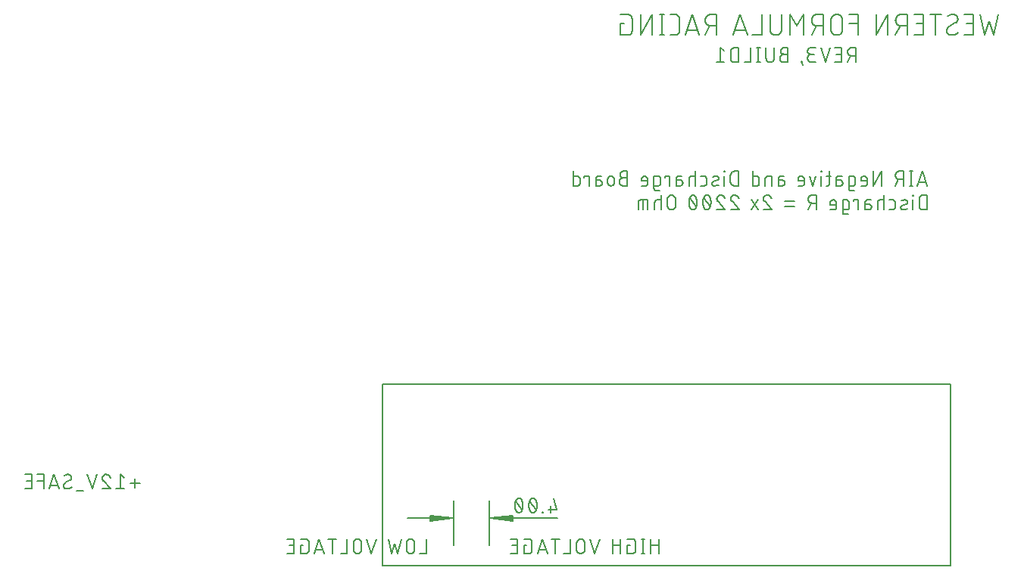
<source format=gbl>
G04 EAGLE Gerber RS-274X export*
G75*
%MOMM*%
%FSLAX34Y34*%
%LPD*%
%INSilkscreen Bottom*%
%IPPOS*%
%AMOC8*
5,1,8,0,0,1.08239X$1,22.5*%
G01*
%ADD10C,0.152400*%
%ADD11C,0.203200*%
%ADD12C,0.130000*%


D10*
X559280Y99304D02*
X548443Y99304D01*
X553862Y104722D02*
X553862Y93885D01*
X541704Y105626D02*
X537188Y109238D01*
X537188Y92982D01*
X532673Y92982D02*
X541704Y92982D01*
X521106Y109238D02*
X520981Y109236D01*
X520856Y109230D01*
X520731Y109221D01*
X520607Y109207D01*
X520483Y109190D01*
X520359Y109169D01*
X520237Y109144D01*
X520115Y109115D01*
X519994Y109083D01*
X519874Y109047D01*
X519755Y109007D01*
X519638Y108964D01*
X519522Y108917D01*
X519407Y108866D01*
X519295Y108812D01*
X519183Y108754D01*
X519074Y108694D01*
X518967Y108629D01*
X518861Y108562D01*
X518758Y108491D01*
X518657Y108417D01*
X518558Y108340D01*
X518462Y108260D01*
X518368Y108177D01*
X518277Y108092D01*
X518188Y108003D01*
X518103Y107912D01*
X518020Y107818D01*
X517940Y107722D01*
X517863Y107623D01*
X517789Y107522D01*
X517718Y107419D01*
X517651Y107313D01*
X517586Y107206D01*
X517526Y107097D01*
X517468Y106985D01*
X517414Y106873D01*
X517363Y106758D01*
X517316Y106642D01*
X517273Y106525D01*
X517233Y106406D01*
X517197Y106286D01*
X517165Y106165D01*
X517136Y106043D01*
X517111Y105921D01*
X517090Y105797D01*
X517073Y105673D01*
X517059Y105549D01*
X517050Y105424D01*
X517044Y105299D01*
X517042Y105174D01*
X521106Y109238D02*
X521249Y109236D01*
X521391Y109230D01*
X521534Y109220D01*
X521676Y109207D01*
X521817Y109189D01*
X521959Y109168D01*
X522099Y109143D01*
X522239Y109114D01*
X522378Y109081D01*
X522516Y109044D01*
X522653Y109004D01*
X522788Y108960D01*
X522923Y108912D01*
X523056Y108860D01*
X523188Y108805D01*
X523318Y108746D01*
X523446Y108684D01*
X523573Y108618D01*
X523698Y108549D01*
X523821Y108477D01*
X523942Y108401D01*
X524060Y108322D01*
X524177Y108239D01*
X524291Y108154D01*
X524403Y108065D01*
X524512Y107974D01*
X524619Y107879D01*
X524724Y107782D01*
X524825Y107681D01*
X524924Y107578D01*
X525020Y107473D01*
X525113Y107364D01*
X525203Y107253D01*
X525290Y107140D01*
X525374Y107025D01*
X525454Y106907D01*
X525532Y106787D01*
X525606Y106665D01*
X525676Y106541D01*
X525744Y106415D01*
X525807Y106287D01*
X525868Y106158D01*
X525925Y106027D01*
X525978Y105895D01*
X526027Y105761D01*
X526073Y105626D01*
X518397Y102013D02*
X518303Y102105D01*
X518213Y102199D01*
X518125Y102296D01*
X518040Y102396D01*
X517958Y102498D01*
X517879Y102603D01*
X517804Y102710D01*
X517732Y102819D01*
X517663Y102930D01*
X517597Y103044D01*
X517535Y103159D01*
X517476Y103276D01*
X517421Y103395D01*
X517370Y103515D01*
X517322Y103637D01*
X517277Y103760D01*
X517237Y103884D01*
X517200Y104010D01*
X517167Y104137D01*
X517138Y104264D01*
X517112Y104393D01*
X517091Y104522D01*
X517073Y104652D01*
X517060Y104782D01*
X517050Y104912D01*
X517044Y105043D01*
X517042Y105174D01*
X518396Y102013D02*
X526073Y92982D01*
X517042Y92982D01*
X505926Y92982D02*
X511344Y109238D01*
X500507Y109238D02*
X505926Y92982D01*
X495470Y91176D02*
X488245Y91176D01*
X477408Y92982D02*
X477290Y92984D01*
X477172Y92990D01*
X477054Y92999D01*
X476937Y93013D01*
X476820Y93030D01*
X476703Y93051D01*
X476588Y93076D01*
X476473Y93105D01*
X476359Y93138D01*
X476247Y93174D01*
X476136Y93214D01*
X476026Y93257D01*
X475917Y93304D01*
X475810Y93354D01*
X475705Y93409D01*
X475602Y93466D01*
X475501Y93527D01*
X475401Y93591D01*
X475304Y93658D01*
X475209Y93728D01*
X475117Y93802D01*
X475026Y93878D01*
X474939Y93958D01*
X474854Y94040D01*
X474772Y94125D01*
X474692Y94212D01*
X474616Y94303D01*
X474542Y94395D01*
X474472Y94490D01*
X474405Y94587D01*
X474341Y94687D01*
X474280Y94788D01*
X474223Y94891D01*
X474168Y94996D01*
X474118Y95103D01*
X474071Y95212D01*
X474028Y95322D01*
X473988Y95433D01*
X473952Y95545D01*
X473919Y95659D01*
X473890Y95774D01*
X473865Y95889D01*
X473844Y96006D01*
X473827Y96123D01*
X473813Y96240D01*
X473804Y96358D01*
X473798Y96476D01*
X473796Y96594D01*
X477408Y92982D02*
X477591Y92984D01*
X477773Y92991D01*
X477955Y93002D01*
X478137Y93017D01*
X478319Y93037D01*
X478500Y93061D01*
X478680Y93089D01*
X478860Y93121D01*
X479039Y93158D01*
X479216Y93199D01*
X479393Y93245D01*
X479569Y93294D01*
X479744Y93348D01*
X479917Y93406D01*
X480088Y93468D01*
X480259Y93534D01*
X480427Y93605D01*
X480594Y93679D01*
X480759Y93757D01*
X480922Y93839D01*
X481083Y93925D01*
X481242Y94015D01*
X481399Y94109D01*
X481553Y94206D01*
X481705Y94307D01*
X481855Y94412D01*
X482002Y94520D01*
X482146Y94631D01*
X482288Y94746D01*
X482427Y94865D01*
X482563Y94987D01*
X482696Y95112D01*
X482826Y95240D01*
X482374Y105626D02*
X482372Y105744D01*
X482366Y105862D01*
X482357Y105980D01*
X482343Y106097D01*
X482326Y106214D01*
X482305Y106331D01*
X482280Y106446D01*
X482251Y106561D01*
X482218Y106675D01*
X482182Y106787D01*
X482142Y106898D01*
X482099Y107008D01*
X482052Y107117D01*
X482002Y107224D01*
X481947Y107329D01*
X481890Y107432D01*
X481829Y107533D01*
X481765Y107633D01*
X481698Y107730D01*
X481628Y107825D01*
X481554Y107917D01*
X481478Y108008D01*
X481398Y108095D01*
X481316Y108180D01*
X481231Y108262D01*
X481144Y108342D01*
X481053Y108418D01*
X480961Y108492D01*
X480866Y108562D01*
X480769Y108629D01*
X480669Y108693D01*
X480568Y108754D01*
X480465Y108811D01*
X480360Y108866D01*
X480253Y108916D01*
X480144Y108963D01*
X480034Y109006D01*
X479923Y109046D01*
X479811Y109082D01*
X479697Y109115D01*
X479582Y109144D01*
X479467Y109169D01*
X479350Y109190D01*
X479233Y109207D01*
X479116Y109221D01*
X478998Y109230D01*
X478880Y109236D01*
X478762Y109238D01*
X478601Y109236D01*
X478439Y109230D01*
X478278Y109221D01*
X478117Y109207D01*
X477957Y109190D01*
X477797Y109169D01*
X477637Y109144D01*
X477478Y109115D01*
X477320Y109083D01*
X477163Y109047D01*
X477007Y109007D01*
X476851Y108963D01*
X476697Y108915D01*
X476544Y108864D01*
X476392Y108810D01*
X476241Y108751D01*
X476092Y108690D01*
X475945Y108624D01*
X475799Y108555D01*
X475654Y108483D01*
X475512Y108407D01*
X475371Y108328D01*
X475232Y108246D01*
X475096Y108160D01*
X474961Y108071D01*
X474828Y107979D01*
X474698Y107883D01*
X480569Y102465D02*
X480670Y102527D01*
X480770Y102592D01*
X480867Y102661D01*
X480962Y102733D01*
X481055Y102807D01*
X481145Y102885D01*
X481233Y102966D01*
X481318Y103049D01*
X481400Y103135D01*
X481479Y103224D01*
X481556Y103315D01*
X481629Y103409D01*
X481700Y103505D01*
X481767Y103603D01*
X481831Y103703D01*
X481892Y103806D01*
X481949Y103910D01*
X482003Y104016D01*
X482053Y104124D01*
X482100Y104233D01*
X482144Y104344D01*
X482184Y104456D01*
X482220Y104570D01*
X482252Y104684D01*
X482281Y104800D01*
X482306Y104916D01*
X482327Y105033D01*
X482344Y105151D01*
X482358Y105269D01*
X482367Y105388D01*
X482373Y105507D01*
X482375Y105626D01*
X475601Y99755D02*
X475500Y99693D01*
X475400Y99628D01*
X475303Y99559D01*
X475208Y99487D01*
X475115Y99413D01*
X475025Y99335D01*
X474937Y99254D01*
X474852Y99171D01*
X474770Y99085D01*
X474691Y98996D01*
X474614Y98905D01*
X474541Y98811D01*
X474470Y98715D01*
X474403Y98617D01*
X474339Y98517D01*
X474278Y98414D01*
X474221Y98310D01*
X474167Y98204D01*
X474117Y98096D01*
X474070Y97987D01*
X474026Y97876D01*
X473986Y97764D01*
X473950Y97650D01*
X473918Y97536D01*
X473889Y97420D01*
X473864Y97304D01*
X473843Y97187D01*
X473826Y97069D01*
X473812Y96951D01*
X473803Y96832D01*
X473797Y96713D01*
X473795Y96594D01*
X475601Y99755D02*
X480568Y102465D01*
X468619Y92982D02*
X463200Y109238D01*
X457782Y92982D01*
X459136Y97046D02*
X467264Y97046D01*
X451534Y92982D02*
X451534Y109238D01*
X444309Y109238D01*
X444309Y102013D02*
X451534Y102013D01*
X437987Y92982D02*
X430762Y92982D01*
X437987Y92982D02*
X437987Y109238D01*
X430762Y109238D01*
X432568Y102013D02*
X437987Y102013D01*
D11*
X1513791Y601016D02*
X1518984Y624384D01*
X1508598Y616595D02*
X1513791Y601016D01*
X1503405Y601016D02*
X1508598Y616595D01*
X1498212Y624384D02*
X1503405Y601016D01*
X1490706Y601016D02*
X1480321Y601016D01*
X1490706Y601016D02*
X1490706Y624384D01*
X1480321Y624384D01*
X1482917Y613998D02*
X1490706Y613998D01*
X1466238Y601016D02*
X1466095Y601018D01*
X1465952Y601024D01*
X1465809Y601034D01*
X1465667Y601048D01*
X1465525Y601065D01*
X1465383Y601087D01*
X1465242Y601112D01*
X1465102Y601142D01*
X1464963Y601175D01*
X1464825Y601212D01*
X1464688Y601253D01*
X1464552Y601297D01*
X1464417Y601346D01*
X1464284Y601398D01*
X1464152Y601453D01*
X1464022Y601513D01*
X1463893Y601576D01*
X1463766Y601642D01*
X1463642Y601712D01*
X1463519Y601785D01*
X1463398Y601862D01*
X1463279Y601941D01*
X1463163Y602025D01*
X1463048Y602111D01*
X1462937Y602200D01*
X1462827Y602293D01*
X1462721Y602388D01*
X1462617Y602487D01*
X1462516Y602588D01*
X1462417Y602692D01*
X1462322Y602798D01*
X1462229Y602908D01*
X1462140Y603019D01*
X1462054Y603134D01*
X1461971Y603250D01*
X1461891Y603369D01*
X1461814Y603490D01*
X1461741Y603612D01*
X1461671Y603737D01*
X1461605Y603864D01*
X1461542Y603993D01*
X1461482Y604123D01*
X1461427Y604255D01*
X1461375Y604388D01*
X1461326Y604523D01*
X1461282Y604659D01*
X1461241Y604796D01*
X1461204Y604934D01*
X1461171Y605073D01*
X1461141Y605213D01*
X1461116Y605354D01*
X1461094Y605496D01*
X1461077Y605638D01*
X1461063Y605780D01*
X1461053Y605923D01*
X1461047Y606066D01*
X1461045Y606209D01*
X1466238Y601016D02*
X1466501Y601019D01*
X1466763Y601029D01*
X1467025Y601044D01*
X1467286Y601066D01*
X1467547Y601094D01*
X1467807Y601129D01*
X1468067Y601170D01*
X1468325Y601216D01*
X1468582Y601269D01*
X1468838Y601329D01*
X1469092Y601394D01*
X1469345Y601465D01*
X1469595Y601542D01*
X1469844Y601626D01*
X1470091Y601715D01*
X1470336Y601810D01*
X1470578Y601911D01*
X1470818Y602018D01*
X1471055Y602130D01*
X1471289Y602248D01*
X1471521Y602372D01*
X1471749Y602501D01*
X1471975Y602636D01*
X1472197Y602776D01*
X1472415Y602921D01*
X1472631Y603071D01*
X1472842Y603227D01*
X1473050Y603387D01*
X1473253Y603553D01*
X1473453Y603723D01*
X1473649Y603898D01*
X1473840Y604077D01*
X1474027Y604261D01*
X1473379Y619191D02*
X1473377Y619334D01*
X1473371Y619477D01*
X1473361Y619620D01*
X1473347Y619762D01*
X1473330Y619904D01*
X1473308Y620046D01*
X1473283Y620187D01*
X1473253Y620327D01*
X1473220Y620466D01*
X1473183Y620604D01*
X1473142Y620741D01*
X1473098Y620877D01*
X1473049Y621012D01*
X1472997Y621145D01*
X1472942Y621277D01*
X1472882Y621407D01*
X1472819Y621536D01*
X1472753Y621663D01*
X1472683Y621788D01*
X1472610Y621910D01*
X1472533Y622031D01*
X1472453Y622150D01*
X1472370Y622266D01*
X1472284Y622381D01*
X1472195Y622492D01*
X1472102Y622602D01*
X1472007Y622708D01*
X1471908Y622812D01*
X1471807Y622913D01*
X1471703Y623012D01*
X1471597Y623107D01*
X1471487Y623200D01*
X1471376Y623289D01*
X1471261Y623375D01*
X1471145Y623458D01*
X1471026Y623538D01*
X1470905Y623615D01*
X1470783Y623688D01*
X1470658Y623758D01*
X1470531Y623824D01*
X1470402Y623887D01*
X1470272Y623947D01*
X1470140Y624002D01*
X1470007Y624054D01*
X1469872Y624103D01*
X1469736Y624147D01*
X1469599Y624188D01*
X1469461Y624225D01*
X1469322Y624258D01*
X1469182Y624288D01*
X1469041Y624313D01*
X1468899Y624335D01*
X1468757Y624352D01*
X1468615Y624366D01*
X1468472Y624376D01*
X1468329Y624382D01*
X1468186Y624384D01*
X1467954Y624381D01*
X1467722Y624373D01*
X1467490Y624359D01*
X1467259Y624340D01*
X1467028Y624315D01*
X1466798Y624285D01*
X1466569Y624249D01*
X1466341Y624208D01*
X1466113Y624161D01*
X1465887Y624109D01*
X1465662Y624051D01*
X1465439Y623988D01*
X1465217Y623920D01*
X1464997Y623847D01*
X1464779Y623768D01*
X1464562Y623685D01*
X1464348Y623596D01*
X1464136Y623502D01*
X1463926Y623403D01*
X1463718Y623299D01*
X1463514Y623190D01*
X1463311Y623076D01*
X1463112Y622957D01*
X1462915Y622834D01*
X1462722Y622706D01*
X1462531Y622574D01*
X1462344Y622437D01*
X1470783Y614647D02*
X1470906Y614722D01*
X1471027Y614800D01*
X1471146Y614882D01*
X1471262Y614966D01*
X1471376Y615054D01*
X1471488Y615145D01*
X1471598Y615239D01*
X1471704Y615336D01*
X1471808Y615436D01*
X1471909Y615538D01*
X1472008Y615644D01*
X1472103Y615752D01*
X1472196Y615862D01*
X1472285Y615975D01*
X1472371Y616091D01*
X1472455Y616208D01*
X1472534Y616328D01*
X1472611Y616450D01*
X1472684Y616574D01*
X1472754Y616700D01*
X1472820Y616828D01*
X1472883Y616958D01*
X1472942Y617089D01*
X1472998Y617222D01*
X1473050Y617357D01*
X1473098Y617493D01*
X1473143Y617630D01*
X1473183Y617768D01*
X1473220Y617907D01*
X1473254Y618047D01*
X1473283Y618188D01*
X1473308Y618330D01*
X1473330Y618473D01*
X1473348Y618616D01*
X1473361Y618759D01*
X1473371Y618903D01*
X1473377Y619047D01*
X1473379Y619191D01*
X1463642Y610753D02*
X1463519Y610678D01*
X1463398Y610600D01*
X1463279Y610518D01*
X1463163Y610434D01*
X1463049Y610346D01*
X1462937Y610255D01*
X1462828Y610161D01*
X1462721Y610064D01*
X1462617Y609964D01*
X1462516Y609862D01*
X1462417Y609756D01*
X1462322Y609648D01*
X1462229Y609538D01*
X1462140Y609425D01*
X1462054Y609310D01*
X1461971Y609192D01*
X1461891Y609072D01*
X1461814Y608950D01*
X1461741Y608826D01*
X1461671Y608700D01*
X1461605Y608572D01*
X1461542Y608442D01*
X1461483Y608311D01*
X1461427Y608178D01*
X1461375Y608043D01*
X1461327Y607907D01*
X1461282Y607770D01*
X1461242Y607632D01*
X1461205Y607493D01*
X1461172Y607353D01*
X1461142Y607212D01*
X1461117Y607070D01*
X1461095Y606927D01*
X1461077Y606784D01*
X1461064Y606641D01*
X1461054Y606497D01*
X1461048Y606353D01*
X1461046Y606209D01*
X1463642Y610753D02*
X1470782Y614647D01*
X1448746Y624384D02*
X1448746Y601016D01*
X1455237Y624384D02*
X1442255Y624384D01*
X1435030Y601016D02*
X1424644Y601016D01*
X1435030Y601016D02*
X1435030Y624384D01*
X1424644Y624384D01*
X1427240Y613998D02*
X1435030Y613998D01*
X1416895Y624384D02*
X1416895Y601016D01*
X1416895Y624384D02*
X1410404Y624384D01*
X1410245Y624382D01*
X1410086Y624376D01*
X1409926Y624366D01*
X1409768Y624353D01*
X1409609Y624335D01*
X1409452Y624314D01*
X1409294Y624288D01*
X1409138Y624259D01*
X1408982Y624226D01*
X1408827Y624189D01*
X1408673Y624149D01*
X1408520Y624104D01*
X1408368Y624056D01*
X1408217Y624005D01*
X1408068Y623949D01*
X1407920Y623890D01*
X1407774Y623827D01*
X1407629Y623761D01*
X1407486Y623691D01*
X1407344Y623618D01*
X1407205Y623541D01*
X1407067Y623461D01*
X1406931Y623377D01*
X1406798Y623290D01*
X1406666Y623200D01*
X1406537Y623107D01*
X1406411Y623010D01*
X1406286Y622911D01*
X1406164Y622808D01*
X1406045Y622703D01*
X1405928Y622594D01*
X1405814Y622483D01*
X1405703Y622369D01*
X1405594Y622252D01*
X1405489Y622133D01*
X1405386Y622011D01*
X1405287Y621886D01*
X1405190Y621760D01*
X1405097Y621631D01*
X1405007Y621499D01*
X1404920Y621366D01*
X1404836Y621230D01*
X1404756Y621092D01*
X1404679Y620953D01*
X1404606Y620811D01*
X1404536Y620668D01*
X1404470Y620523D01*
X1404407Y620377D01*
X1404348Y620229D01*
X1404292Y620080D01*
X1404241Y619929D01*
X1404193Y619777D01*
X1404148Y619624D01*
X1404108Y619470D01*
X1404071Y619315D01*
X1404038Y619159D01*
X1404009Y619003D01*
X1403983Y618845D01*
X1403962Y618688D01*
X1403944Y618529D01*
X1403931Y618371D01*
X1403921Y618211D01*
X1403915Y618052D01*
X1403913Y617893D01*
X1403915Y617734D01*
X1403921Y617575D01*
X1403931Y617415D01*
X1403944Y617257D01*
X1403962Y617098D01*
X1403983Y616941D01*
X1404009Y616783D01*
X1404038Y616627D01*
X1404071Y616471D01*
X1404108Y616316D01*
X1404148Y616162D01*
X1404193Y616009D01*
X1404241Y615857D01*
X1404292Y615706D01*
X1404348Y615557D01*
X1404407Y615409D01*
X1404470Y615263D01*
X1404536Y615118D01*
X1404606Y614975D01*
X1404679Y614833D01*
X1404756Y614694D01*
X1404836Y614556D01*
X1404920Y614420D01*
X1405007Y614287D01*
X1405097Y614155D01*
X1405190Y614026D01*
X1405287Y613900D01*
X1405386Y613775D01*
X1405489Y613653D01*
X1405594Y613534D01*
X1405703Y613417D01*
X1405814Y613303D01*
X1405928Y613192D01*
X1406045Y613083D01*
X1406164Y612978D01*
X1406286Y612875D01*
X1406411Y612776D01*
X1406537Y612679D01*
X1406666Y612586D01*
X1406798Y612496D01*
X1406931Y612409D01*
X1407067Y612325D01*
X1407205Y612245D01*
X1407344Y612168D01*
X1407486Y612095D01*
X1407629Y612025D01*
X1407774Y611959D01*
X1407920Y611896D01*
X1408068Y611837D01*
X1408217Y611781D01*
X1408368Y611730D01*
X1408520Y611682D01*
X1408673Y611637D01*
X1408827Y611597D01*
X1408982Y611560D01*
X1409138Y611527D01*
X1409294Y611498D01*
X1409452Y611472D01*
X1409609Y611451D01*
X1409768Y611433D01*
X1409926Y611420D01*
X1410086Y611410D01*
X1410245Y611404D01*
X1410404Y611402D01*
X1416895Y611402D01*
X1409106Y611402D02*
X1403913Y601016D01*
X1395384Y601016D02*
X1395384Y624384D01*
X1382402Y601016D01*
X1382402Y624384D01*
X1361954Y624384D02*
X1361954Y601016D01*
X1361954Y624384D02*
X1351568Y624384D01*
X1351568Y613998D02*
X1361954Y613998D01*
X1344579Y617893D02*
X1344579Y607507D01*
X1344579Y617893D02*
X1344577Y618052D01*
X1344571Y618211D01*
X1344561Y618371D01*
X1344548Y618529D01*
X1344530Y618688D01*
X1344509Y618845D01*
X1344483Y619003D01*
X1344454Y619159D01*
X1344421Y619315D01*
X1344384Y619470D01*
X1344344Y619624D01*
X1344299Y619777D01*
X1344251Y619929D01*
X1344200Y620080D01*
X1344144Y620229D01*
X1344085Y620377D01*
X1344022Y620523D01*
X1343956Y620668D01*
X1343886Y620811D01*
X1343813Y620953D01*
X1343736Y621092D01*
X1343656Y621230D01*
X1343572Y621366D01*
X1343485Y621499D01*
X1343395Y621631D01*
X1343302Y621760D01*
X1343205Y621886D01*
X1343106Y622011D01*
X1343003Y622133D01*
X1342898Y622252D01*
X1342789Y622369D01*
X1342678Y622483D01*
X1342564Y622594D01*
X1342447Y622703D01*
X1342328Y622808D01*
X1342206Y622911D01*
X1342081Y623010D01*
X1341955Y623107D01*
X1341826Y623200D01*
X1341694Y623290D01*
X1341561Y623377D01*
X1341425Y623461D01*
X1341287Y623541D01*
X1341148Y623618D01*
X1341006Y623691D01*
X1340863Y623761D01*
X1340718Y623827D01*
X1340572Y623890D01*
X1340424Y623949D01*
X1340275Y624005D01*
X1340124Y624056D01*
X1339972Y624104D01*
X1339819Y624149D01*
X1339665Y624189D01*
X1339510Y624226D01*
X1339354Y624259D01*
X1339198Y624288D01*
X1339040Y624314D01*
X1338883Y624335D01*
X1338724Y624353D01*
X1338566Y624366D01*
X1338406Y624376D01*
X1338247Y624382D01*
X1338088Y624384D01*
X1337929Y624382D01*
X1337770Y624376D01*
X1337610Y624366D01*
X1337452Y624353D01*
X1337293Y624335D01*
X1337136Y624314D01*
X1336978Y624288D01*
X1336822Y624259D01*
X1336666Y624226D01*
X1336511Y624189D01*
X1336357Y624149D01*
X1336204Y624104D01*
X1336052Y624056D01*
X1335901Y624005D01*
X1335752Y623949D01*
X1335604Y623890D01*
X1335458Y623827D01*
X1335313Y623761D01*
X1335170Y623691D01*
X1335028Y623618D01*
X1334889Y623541D01*
X1334751Y623461D01*
X1334615Y623377D01*
X1334482Y623290D01*
X1334350Y623200D01*
X1334221Y623107D01*
X1334095Y623010D01*
X1333970Y622911D01*
X1333848Y622808D01*
X1333729Y622703D01*
X1333612Y622594D01*
X1333498Y622483D01*
X1333387Y622369D01*
X1333278Y622252D01*
X1333173Y622133D01*
X1333070Y622011D01*
X1332971Y621886D01*
X1332874Y621760D01*
X1332781Y621631D01*
X1332691Y621499D01*
X1332604Y621366D01*
X1332520Y621230D01*
X1332440Y621092D01*
X1332363Y620953D01*
X1332290Y620811D01*
X1332220Y620668D01*
X1332154Y620523D01*
X1332091Y620377D01*
X1332032Y620229D01*
X1331976Y620080D01*
X1331925Y619929D01*
X1331877Y619777D01*
X1331832Y619624D01*
X1331792Y619470D01*
X1331755Y619315D01*
X1331722Y619159D01*
X1331693Y619003D01*
X1331667Y618845D01*
X1331646Y618688D01*
X1331628Y618529D01*
X1331615Y618371D01*
X1331605Y618211D01*
X1331599Y618052D01*
X1331597Y617893D01*
X1331597Y607507D01*
X1331599Y607348D01*
X1331605Y607189D01*
X1331615Y607029D01*
X1331628Y606871D01*
X1331646Y606712D01*
X1331667Y606555D01*
X1331693Y606397D01*
X1331722Y606241D01*
X1331755Y606085D01*
X1331792Y605930D01*
X1331832Y605776D01*
X1331877Y605623D01*
X1331925Y605471D01*
X1331976Y605320D01*
X1332032Y605171D01*
X1332091Y605023D01*
X1332154Y604877D01*
X1332220Y604732D01*
X1332290Y604589D01*
X1332363Y604447D01*
X1332440Y604308D01*
X1332520Y604170D01*
X1332604Y604034D01*
X1332691Y603901D01*
X1332781Y603769D01*
X1332874Y603640D01*
X1332971Y603514D01*
X1333070Y603389D01*
X1333173Y603267D01*
X1333278Y603148D01*
X1333387Y603031D01*
X1333498Y602917D01*
X1333612Y602806D01*
X1333729Y602697D01*
X1333848Y602592D01*
X1333970Y602489D01*
X1334095Y602390D01*
X1334221Y602293D01*
X1334350Y602200D01*
X1334482Y602110D01*
X1334615Y602023D01*
X1334751Y601939D01*
X1334889Y601859D01*
X1335028Y601782D01*
X1335170Y601709D01*
X1335313Y601639D01*
X1335458Y601573D01*
X1335604Y601510D01*
X1335752Y601451D01*
X1335901Y601395D01*
X1336052Y601344D01*
X1336204Y601296D01*
X1336357Y601251D01*
X1336511Y601211D01*
X1336666Y601174D01*
X1336822Y601141D01*
X1336978Y601112D01*
X1337136Y601086D01*
X1337293Y601065D01*
X1337452Y601047D01*
X1337610Y601034D01*
X1337770Y601024D01*
X1337929Y601018D01*
X1338088Y601016D01*
X1338247Y601018D01*
X1338406Y601024D01*
X1338566Y601034D01*
X1338724Y601047D01*
X1338883Y601065D01*
X1339040Y601086D01*
X1339198Y601112D01*
X1339354Y601141D01*
X1339510Y601174D01*
X1339665Y601211D01*
X1339819Y601251D01*
X1339972Y601296D01*
X1340124Y601344D01*
X1340275Y601395D01*
X1340424Y601451D01*
X1340572Y601510D01*
X1340718Y601573D01*
X1340863Y601639D01*
X1341006Y601709D01*
X1341148Y601782D01*
X1341287Y601859D01*
X1341425Y601939D01*
X1341561Y602023D01*
X1341694Y602110D01*
X1341826Y602200D01*
X1341955Y602293D01*
X1342081Y602390D01*
X1342206Y602489D01*
X1342328Y602592D01*
X1342447Y602697D01*
X1342564Y602806D01*
X1342678Y602917D01*
X1342789Y603031D01*
X1342898Y603148D01*
X1343003Y603267D01*
X1343106Y603389D01*
X1343205Y603514D01*
X1343302Y603640D01*
X1343395Y603769D01*
X1343485Y603901D01*
X1343572Y604034D01*
X1343656Y604170D01*
X1343736Y604308D01*
X1343813Y604447D01*
X1343886Y604589D01*
X1343956Y604732D01*
X1344022Y604877D01*
X1344085Y605023D01*
X1344144Y605171D01*
X1344200Y605320D01*
X1344251Y605471D01*
X1344299Y605623D01*
X1344344Y605776D01*
X1344384Y605930D01*
X1344421Y606085D01*
X1344454Y606241D01*
X1344483Y606397D01*
X1344509Y606555D01*
X1344530Y606712D01*
X1344548Y606871D01*
X1344561Y607029D01*
X1344571Y607189D01*
X1344577Y607348D01*
X1344579Y607507D01*
X1322941Y601016D02*
X1322941Y624384D01*
X1316450Y624384D01*
X1316291Y624382D01*
X1316132Y624376D01*
X1315972Y624366D01*
X1315814Y624353D01*
X1315655Y624335D01*
X1315498Y624314D01*
X1315340Y624288D01*
X1315184Y624259D01*
X1315028Y624226D01*
X1314873Y624189D01*
X1314719Y624149D01*
X1314566Y624104D01*
X1314414Y624056D01*
X1314263Y624005D01*
X1314114Y623949D01*
X1313966Y623890D01*
X1313820Y623827D01*
X1313675Y623761D01*
X1313532Y623691D01*
X1313390Y623618D01*
X1313251Y623541D01*
X1313113Y623461D01*
X1312977Y623377D01*
X1312844Y623290D01*
X1312712Y623200D01*
X1312583Y623107D01*
X1312457Y623010D01*
X1312332Y622911D01*
X1312210Y622808D01*
X1312091Y622703D01*
X1311974Y622594D01*
X1311860Y622483D01*
X1311749Y622369D01*
X1311640Y622252D01*
X1311535Y622133D01*
X1311432Y622011D01*
X1311333Y621886D01*
X1311236Y621760D01*
X1311143Y621631D01*
X1311053Y621499D01*
X1310966Y621366D01*
X1310882Y621230D01*
X1310802Y621092D01*
X1310725Y620953D01*
X1310652Y620811D01*
X1310582Y620668D01*
X1310516Y620523D01*
X1310453Y620377D01*
X1310394Y620229D01*
X1310338Y620080D01*
X1310287Y619929D01*
X1310239Y619777D01*
X1310194Y619624D01*
X1310154Y619470D01*
X1310117Y619315D01*
X1310084Y619159D01*
X1310055Y619003D01*
X1310029Y618845D01*
X1310008Y618688D01*
X1309990Y618529D01*
X1309977Y618371D01*
X1309967Y618211D01*
X1309961Y618052D01*
X1309959Y617893D01*
X1309961Y617734D01*
X1309967Y617575D01*
X1309977Y617415D01*
X1309990Y617257D01*
X1310008Y617098D01*
X1310029Y616941D01*
X1310055Y616783D01*
X1310084Y616627D01*
X1310117Y616471D01*
X1310154Y616316D01*
X1310194Y616162D01*
X1310239Y616009D01*
X1310287Y615857D01*
X1310338Y615706D01*
X1310394Y615557D01*
X1310453Y615409D01*
X1310516Y615263D01*
X1310582Y615118D01*
X1310652Y614975D01*
X1310725Y614833D01*
X1310802Y614694D01*
X1310882Y614556D01*
X1310966Y614420D01*
X1311053Y614287D01*
X1311143Y614155D01*
X1311236Y614026D01*
X1311333Y613900D01*
X1311432Y613775D01*
X1311535Y613653D01*
X1311640Y613534D01*
X1311749Y613417D01*
X1311860Y613303D01*
X1311974Y613192D01*
X1312091Y613083D01*
X1312210Y612978D01*
X1312332Y612875D01*
X1312457Y612776D01*
X1312583Y612679D01*
X1312712Y612586D01*
X1312844Y612496D01*
X1312977Y612409D01*
X1313113Y612325D01*
X1313251Y612245D01*
X1313390Y612168D01*
X1313532Y612095D01*
X1313675Y612025D01*
X1313820Y611959D01*
X1313966Y611896D01*
X1314114Y611837D01*
X1314263Y611781D01*
X1314414Y611730D01*
X1314566Y611682D01*
X1314719Y611637D01*
X1314873Y611597D01*
X1315028Y611560D01*
X1315184Y611527D01*
X1315340Y611498D01*
X1315498Y611472D01*
X1315655Y611451D01*
X1315814Y611433D01*
X1315972Y611420D01*
X1316132Y611410D01*
X1316291Y611404D01*
X1316450Y611402D01*
X1322941Y611402D01*
X1315152Y611402D02*
X1309959Y601016D01*
X1301336Y601016D02*
X1301336Y624384D01*
X1293547Y611402D01*
X1285758Y624384D01*
X1285758Y601016D01*
X1276376Y607507D02*
X1276376Y624384D01*
X1276375Y607507D02*
X1276373Y607348D01*
X1276367Y607189D01*
X1276357Y607029D01*
X1276344Y606871D01*
X1276326Y606712D01*
X1276305Y606555D01*
X1276279Y606397D01*
X1276250Y606241D01*
X1276217Y606085D01*
X1276180Y605930D01*
X1276140Y605776D01*
X1276095Y605623D01*
X1276047Y605471D01*
X1275996Y605320D01*
X1275940Y605171D01*
X1275881Y605023D01*
X1275818Y604877D01*
X1275752Y604732D01*
X1275682Y604589D01*
X1275609Y604447D01*
X1275532Y604308D01*
X1275452Y604170D01*
X1275368Y604034D01*
X1275281Y603901D01*
X1275191Y603769D01*
X1275098Y603640D01*
X1275001Y603514D01*
X1274902Y603389D01*
X1274799Y603267D01*
X1274694Y603148D01*
X1274585Y603031D01*
X1274474Y602917D01*
X1274360Y602806D01*
X1274243Y602697D01*
X1274124Y602592D01*
X1274002Y602489D01*
X1273877Y602390D01*
X1273751Y602293D01*
X1273622Y602200D01*
X1273490Y602110D01*
X1273357Y602023D01*
X1273221Y601939D01*
X1273083Y601859D01*
X1272944Y601782D01*
X1272802Y601709D01*
X1272659Y601639D01*
X1272514Y601573D01*
X1272368Y601510D01*
X1272220Y601451D01*
X1272071Y601395D01*
X1271920Y601344D01*
X1271768Y601296D01*
X1271615Y601251D01*
X1271461Y601211D01*
X1271306Y601174D01*
X1271150Y601141D01*
X1270994Y601112D01*
X1270836Y601086D01*
X1270679Y601065D01*
X1270520Y601047D01*
X1270362Y601034D01*
X1270202Y601024D01*
X1270043Y601018D01*
X1269884Y601016D01*
X1269725Y601018D01*
X1269566Y601024D01*
X1269406Y601034D01*
X1269248Y601047D01*
X1269089Y601065D01*
X1268932Y601086D01*
X1268774Y601112D01*
X1268618Y601141D01*
X1268462Y601174D01*
X1268307Y601211D01*
X1268153Y601251D01*
X1268000Y601296D01*
X1267848Y601344D01*
X1267697Y601395D01*
X1267548Y601451D01*
X1267400Y601510D01*
X1267254Y601573D01*
X1267109Y601639D01*
X1266966Y601709D01*
X1266824Y601782D01*
X1266685Y601859D01*
X1266547Y601939D01*
X1266411Y602023D01*
X1266278Y602110D01*
X1266146Y602200D01*
X1266017Y602293D01*
X1265891Y602390D01*
X1265766Y602489D01*
X1265644Y602592D01*
X1265525Y602697D01*
X1265408Y602806D01*
X1265294Y602917D01*
X1265183Y603031D01*
X1265074Y603148D01*
X1264969Y603267D01*
X1264866Y603389D01*
X1264767Y603514D01*
X1264670Y603640D01*
X1264577Y603769D01*
X1264487Y603901D01*
X1264400Y604034D01*
X1264316Y604170D01*
X1264236Y604308D01*
X1264159Y604447D01*
X1264086Y604589D01*
X1264016Y604732D01*
X1263950Y604877D01*
X1263887Y605023D01*
X1263828Y605171D01*
X1263772Y605320D01*
X1263721Y605471D01*
X1263673Y605623D01*
X1263628Y605776D01*
X1263588Y605930D01*
X1263551Y606085D01*
X1263518Y606241D01*
X1263489Y606397D01*
X1263463Y606555D01*
X1263442Y606712D01*
X1263424Y606871D01*
X1263411Y607029D01*
X1263401Y607189D01*
X1263395Y607348D01*
X1263393Y607507D01*
X1263393Y624384D01*
X1254080Y624384D02*
X1254080Y601016D01*
X1243695Y601016D01*
X1238004Y601016D02*
X1230215Y624384D01*
X1222425Y601016D01*
X1224373Y606858D02*
X1236057Y606858D01*
X1203932Y601016D02*
X1203932Y624384D01*
X1197441Y624384D01*
X1197282Y624382D01*
X1197123Y624376D01*
X1196963Y624366D01*
X1196805Y624353D01*
X1196646Y624335D01*
X1196489Y624314D01*
X1196331Y624288D01*
X1196175Y624259D01*
X1196019Y624226D01*
X1195864Y624189D01*
X1195710Y624149D01*
X1195557Y624104D01*
X1195405Y624056D01*
X1195254Y624005D01*
X1195105Y623949D01*
X1194957Y623890D01*
X1194811Y623827D01*
X1194666Y623761D01*
X1194523Y623691D01*
X1194381Y623618D01*
X1194242Y623541D01*
X1194104Y623461D01*
X1193968Y623377D01*
X1193835Y623290D01*
X1193703Y623200D01*
X1193574Y623107D01*
X1193448Y623010D01*
X1193323Y622911D01*
X1193201Y622808D01*
X1193082Y622703D01*
X1192965Y622594D01*
X1192851Y622483D01*
X1192740Y622369D01*
X1192631Y622252D01*
X1192526Y622133D01*
X1192423Y622011D01*
X1192324Y621886D01*
X1192227Y621760D01*
X1192134Y621631D01*
X1192044Y621499D01*
X1191957Y621366D01*
X1191873Y621230D01*
X1191793Y621092D01*
X1191716Y620953D01*
X1191643Y620811D01*
X1191573Y620668D01*
X1191507Y620523D01*
X1191444Y620377D01*
X1191385Y620229D01*
X1191329Y620080D01*
X1191278Y619929D01*
X1191230Y619777D01*
X1191185Y619624D01*
X1191145Y619470D01*
X1191108Y619315D01*
X1191075Y619159D01*
X1191046Y619003D01*
X1191020Y618845D01*
X1190999Y618688D01*
X1190981Y618529D01*
X1190968Y618371D01*
X1190958Y618211D01*
X1190952Y618052D01*
X1190950Y617893D01*
X1190952Y617734D01*
X1190958Y617575D01*
X1190968Y617415D01*
X1190981Y617257D01*
X1190999Y617098D01*
X1191020Y616941D01*
X1191046Y616783D01*
X1191075Y616627D01*
X1191108Y616471D01*
X1191145Y616316D01*
X1191185Y616162D01*
X1191230Y616009D01*
X1191278Y615857D01*
X1191329Y615706D01*
X1191385Y615557D01*
X1191444Y615409D01*
X1191507Y615263D01*
X1191573Y615118D01*
X1191643Y614975D01*
X1191716Y614833D01*
X1191793Y614694D01*
X1191873Y614556D01*
X1191957Y614420D01*
X1192044Y614287D01*
X1192134Y614155D01*
X1192227Y614026D01*
X1192324Y613900D01*
X1192423Y613775D01*
X1192526Y613653D01*
X1192631Y613534D01*
X1192740Y613417D01*
X1192851Y613303D01*
X1192965Y613192D01*
X1193082Y613083D01*
X1193201Y612978D01*
X1193323Y612875D01*
X1193448Y612776D01*
X1193574Y612679D01*
X1193703Y612586D01*
X1193835Y612496D01*
X1193968Y612409D01*
X1194104Y612325D01*
X1194242Y612245D01*
X1194381Y612168D01*
X1194523Y612095D01*
X1194666Y612025D01*
X1194811Y611959D01*
X1194957Y611896D01*
X1195105Y611837D01*
X1195254Y611781D01*
X1195405Y611730D01*
X1195557Y611682D01*
X1195710Y611637D01*
X1195864Y611597D01*
X1196019Y611560D01*
X1196175Y611527D01*
X1196331Y611498D01*
X1196489Y611472D01*
X1196646Y611451D01*
X1196805Y611433D01*
X1196963Y611420D01*
X1197123Y611410D01*
X1197282Y611404D01*
X1197441Y611402D01*
X1203932Y611402D01*
X1196143Y611402D02*
X1190950Y601016D01*
X1184415Y601016D02*
X1176626Y624384D01*
X1168837Y601016D01*
X1170784Y606858D02*
X1182468Y606858D01*
X1157069Y601016D02*
X1151876Y601016D01*
X1157069Y601016D02*
X1157212Y601018D01*
X1157355Y601024D01*
X1157498Y601034D01*
X1157640Y601048D01*
X1157782Y601065D01*
X1157924Y601087D01*
X1158065Y601112D01*
X1158205Y601142D01*
X1158344Y601175D01*
X1158482Y601212D01*
X1158619Y601253D01*
X1158755Y601297D01*
X1158890Y601346D01*
X1159023Y601398D01*
X1159155Y601453D01*
X1159285Y601513D01*
X1159414Y601576D01*
X1159541Y601642D01*
X1159666Y601712D01*
X1159788Y601785D01*
X1159909Y601862D01*
X1160028Y601942D01*
X1160144Y602025D01*
X1160259Y602111D01*
X1160370Y602200D01*
X1160480Y602293D01*
X1160586Y602388D01*
X1160690Y602487D01*
X1160791Y602588D01*
X1160890Y602692D01*
X1160985Y602798D01*
X1161078Y602908D01*
X1161167Y603019D01*
X1161253Y603134D01*
X1161336Y603250D01*
X1161416Y603369D01*
X1161493Y603490D01*
X1161566Y603613D01*
X1161636Y603737D01*
X1161702Y603864D01*
X1161765Y603993D01*
X1161825Y604123D01*
X1161880Y604255D01*
X1161932Y604388D01*
X1161981Y604523D01*
X1162025Y604659D01*
X1162066Y604796D01*
X1162103Y604934D01*
X1162136Y605073D01*
X1162166Y605213D01*
X1162191Y605354D01*
X1162213Y605496D01*
X1162230Y605638D01*
X1162244Y605780D01*
X1162254Y605923D01*
X1162260Y606066D01*
X1162262Y606209D01*
X1162262Y619191D01*
X1162260Y619334D01*
X1162254Y619477D01*
X1162244Y619620D01*
X1162230Y619762D01*
X1162213Y619904D01*
X1162191Y620046D01*
X1162166Y620187D01*
X1162136Y620327D01*
X1162103Y620466D01*
X1162066Y620604D01*
X1162025Y620741D01*
X1161981Y620877D01*
X1161932Y621012D01*
X1161880Y621145D01*
X1161825Y621277D01*
X1161765Y621407D01*
X1161702Y621536D01*
X1161636Y621663D01*
X1161566Y621788D01*
X1161493Y621910D01*
X1161416Y622031D01*
X1161336Y622150D01*
X1161253Y622266D01*
X1161167Y622381D01*
X1161078Y622492D01*
X1160985Y622602D01*
X1160890Y622708D01*
X1160791Y622812D01*
X1160690Y622913D01*
X1160586Y623012D01*
X1160480Y623107D01*
X1160370Y623200D01*
X1160259Y623289D01*
X1160144Y623375D01*
X1160028Y623458D01*
X1159909Y623538D01*
X1159788Y623615D01*
X1159666Y623688D01*
X1159541Y623758D01*
X1159414Y623824D01*
X1159285Y623887D01*
X1159155Y623947D01*
X1159023Y624002D01*
X1158890Y624054D01*
X1158755Y624103D01*
X1158619Y624147D01*
X1158482Y624188D01*
X1158344Y624225D01*
X1158205Y624258D01*
X1158065Y624288D01*
X1157924Y624313D01*
X1157782Y624335D01*
X1157640Y624352D01*
X1157498Y624366D01*
X1157355Y624376D01*
X1157212Y624382D01*
X1157069Y624384D01*
X1151876Y624384D01*
X1142524Y624384D02*
X1142524Y601016D01*
X1145120Y601016D02*
X1139928Y601016D01*
X1139928Y624384D02*
X1145120Y624384D01*
X1131616Y624384D02*
X1131616Y601016D01*
X1118634Y601016D02*
X1131616Y624384D01*
X1118634Y624384D02*
X1118634Y601016D01*
X1100258Y613998D02*
X1096363Y613998D01*
X1096363Y601016D01*
X1104153Y601016D01*
X1104296Y601018D01*
X1104439Y601024D01*
X1104582Y601034D01*
X1104724Y601048D01*
X1104866Y601065D01*
X1105008Y601087D01*
X1105149Y601112D01*
X1105289Y601142D01*
X1105428Y601175D01*
X1105566Y601212D01*
X1105703Y601253D01*
X1105839Y601297D01*
X1105974Y601346D01*
X1106107Y601398D01*
X1106239Y601453D01*
X1106369Y601513D01*
X1106498Y601576D01*
X1106625Y601642D01*
X1106750Y601712D01*
X1106872Y601785D01*
X1106993Y601862D01*
X1107112Y601942D01*
X1107228Y602025D01*
X1107343Y602111D01*
X1107454Y602200D01*
X1107564Y602293D01*
X1107670Y602388D01*
X1107774Y602487D01*
X1107875Y602588D01*
X1107974Y602692D01*
X1108069Y602798D01*
X1108162Y602908D01*
X1108251Y603019D01*
X1108337Y603134D01*
X1108420Y603250D01*
X1108500Y603369D01*
X1108577Y603490D01*
X1108650Y603613D01*
X1108720Y603737D01*
X1108786Y603864D01*
X1108849Y603993D01*
X1108909Y604123D01*
X1108964Y604255D01*
X1109016Y604388D01*
X1109065Y604523D01*
X1109109Y604659D01*
X1109150Y604796D01*
X1109187Y604934D01*
X1109220Y605073D01*
X1109250Y605213D01*
X1109275Y605354D01*
X1109297Y605496D01*
X1109314Y605638D01*
X1109328Y605780D01*
X1109338Y605923D01*
X1109344Y606066D01*
X1109346Y606209D01*
X1109345Y606209D02*
X1109345Y619191D01*
X1109346Y619191D02*
X1109344Y619334D01*
X1109338Y619477D01*
X1109328Y619620D01*
X1109314Y619762D01*
X1109297Y619904D01*
X1109275Y620046D01*
X1109250Y620187D01*
X1109220Y620327D01*
X1109187Y620466D01*
X1109150Y620604D01*
X1109109Y620741D01*
X1109065Y620877D01*
X1109016Y621012D01*
X1108964Y621145D01*
X1108909Y621277D01*
X1108849Y621407D01*
X1108786Y621536D01*
X1108720Y621663D01*
X1108650Y621788D01*
X1108577Y621910D01*
X1108500Y622031D01*
X1108420Y622150D01*
X1108337Y622266D01*
X1108251Y622381D01*
X1108162Y622492D01*
X1108069Y622602D01*
X1107974Y622708D01*
X1107875Y622812D01*
X1107774Y622913D01*
X1107670Y623012D01*
X1107564Y623107D01*
X1107454Y623200D01*
X1107343Y623289D01*
X1107228Y623375D01*
X1107112Y623458D01*
X1106993Y623538D01*
X1106872Y623615D01*
X1106750Y623688D01*
X1106625Y623758D01*
X1106498Y623824D01*
X1106369Y623887D01*
X1106239Y623947D01*
X1106107Y624002D01*
X1105974Y624054D01*
X1105839Y624103D01*
X1105703Y624147D01*
X1105566Y624188D01*
X1105428Y624225D01*
X1105289Y624258D01*
X1105149Y624288D01*
X1105008Y624313D01*
X1104866Y624335D01*
X1104724Y624352D01*
X1104582Y624366D01*
X1104439Y624376D01*
X1104296Y624382D01*
X1104153Y624384D01*
X1096363Y624384D01*
D12*
X910000Y79500D02*
X910000Y30000D01*
X950000Y30000D02*
X950000Y79500D01*
X909350Y60000D02*
X858000Y60000D01*
X950650Y60000D02*
X1025628Y60000D01*
X909350Y60000D02*
X884000Y63192D01*
X884000Y56808D01*
X909350Y60000D01*
X884000Y61300D01*
X884000Y58700D02*
X909350Y60000D01*
X884000Y62600D01*
X884000Y57400D02*
X909350Y60000D01*
X950650Y60000D02*
X976000Y63192D01*
X976000Y56808D01*
X950650Y60000D01*
X976000Y61300D01*
X976000Y58700D02*
X950650Y60000D01*
X976000Y62600D01*
X976000Y57400D02*
X950650Y60000D01*
D10*
X1021253Y82763D02*
X1024866Y70119D01*
X1015835Y70119D01*
X1018544Y73732D02*
X1018544Y66507D01*
X1009860Y66507D02*
X1009860Y67410D01*
X1008957Y67410D01*
X1008957Y66507D01*
X1009860Y66507D01*
X1002982Y74635D02*
X1002978Y74955D01*
X1002967Y75274D01*
X1002948Y75594D01*
X1002921Y75912D01*
X1002887Y76230D01*
X1002845Y76547D01*
X1002795Y76863D01*
X1002738Y77178D01*
X1002674Y77491D01*
X1002602Y77803D01*
X1002523Y78113D01*
X1002436Y78420D01*
X1002342Y78726D01*
X1002241Y79029D01*
X1002132Y79330D01*
X1002017Y79628D01*
X1001894Y79924D01*
X1001764Y80216D01*
X1001627Y80505D01*
X1001628Y80506D02*
X1001589Y80614D01*
X1001546Y80721D01*
X1001500Y80826D01*
X1001449Y80930D01*
X1001396Y81032D01*
X1001339Y81132D01*
X1001278Y81230D01*
X1001214Y81325D01*
X1001147Y81419D01*
X1001076Y81510D01*
X1001003Y81599D01*
X1000926Y81685D01*
X1000847Y81768D01*
X1000765Y81849D01*
X1000680Y81927D01*
X1000592Y82001D01*
X1000502Y82073D01*
X1000410Y82141D01*
X1000315Y82207D01*
X1000218Y82269D01*
X1000119Y82327D01*
X1000017Y82383D01*
X999915Y82434D01*
X999810Y82482D01*
X999704Y82527D01*
X999596Y82568D01*
X999487Y82605D01*
X999377Y82638D01*
X999265Y82667D01*
X999153Y82693D01*
X999040Y82715D01*
X998926Y82732D01*
X998812Y82746D01*
X998697Y82756D01*
X998582Y82762D01*
X998467Y82764D01*
X998467Y82763D02*
X998352Y82761D01*
X998237Y82755D01*
X998122Y82745D01*
X998008Y82731D01*
X997894Y82714D01*
X997781Y82692D01*
X997669Y82666D01*
X997557Y82637D01*
X997447Y82604D01*
X997338Y82567D01*
X997230Y82526D01*
X997124Y82481D01*
X997020Y82433D01*
X996917Y82382D01*
X996816Y82326D01*
X996716Y82268D01*
X996619Y82206D01*
X996525Y82141D01*
X996432Y82072D01*
X996342Y82000D01*
X996254Y81926D01*
X996169Y81848D01*
X996087Y81767D01*
X996008Y81684D01*
X995931Y81598D01*
X995858Y81509D01*
X995787Y81418D01*
X995720Y81324D01*
X995656Y81229D01*
X995595Y81131D01*
X995538Y81031D01*
X995485Y80929D01*
X995434Y80825D01*
X995388Y80720D01*
X995345Y80613D01*
X995306Y80505D01*
X995169Y80216D01*
X995039Y79924D01*
X994916Y79628D01*
X994801Y79330D01*
X994692Y79029D01*
X994591Y78726D01*
X994497Y78420D01*
X994410Y78113D01*
X994331Y77803D01*
X994259Y77491D01*
X994195Y77178D01*
X994138Y76863D01*
X994088Y76547D01*
X994046Y76230D01*
X994012Y75912D01*
X993985Y75594D01*
X993966Y75274D01*
X993955Y74955D01*
X993951Y74635D01*
X1002982Y74635D02*
X1002978Y74315D01*
X1002967Y73996D01*
X1002948Y73676D01*
X1002921Y73358D01*
X1002887Y73040D01*
X1002845Y72723D01*
X1002795Y72407D01*
X1002738Y72092D01*
X1002674Y71779D01*
X1002602Y71467D01*
X1002523Y71157D01*
X1002436Y70850D01*
X1002342Y70544D01*
X1002241Y70241D01*
X1002132Y69940D01*
X1002017Y69642D01*
X1001894Y69346D01*
X1001764Y69054D01*
X1001627Y68765D01*
X1001628Y68765D02*
X1001589Y68657D01*
X1001546Y68550D01*
X1001500Y68445D01*
X1001449Y68341D01*
X1001396Y68239D01*
X1001339Y68139D01*
X1001278Y68041D01*
X1001214Y67946D01*
X1001147Y67852D01*
X1001076Y67761D01*
X1001003Y67672D01*
X1000926Y67586D01*
X1000847Y67503D01*
X1000765Y67422D01*
X1000680Y67344D01*
X1000592Y67270D01*
X1000502Y67198D01*
X1000409Y67129D01*
X1000315Y67064D01*
X1000218Y67002D01*
X1000118Y66944D01*
X1000017Y66888D01*
X999915Y66837D01*
X999810Y66789D01*
X999704Y66744D01*
X999596Y66703D01*
X999487Y66666D01*
X999377Y66633D01*
X999265Y66604D01*
X999153Y66578D01*
X999040Y66556D01*
X998926Y66539D01*
X998812Y66525D01*
X998697Y66515D01*
X998582Y66509D01*
X998467Y66507D01*
X995306Y68765D02*
X995169Y69054D01*
X995039Y69346D01*
X994916Y69642D01*
X994801Y69940D01*
X994692Y70241D01*
X994591Y70544D01*
X994497Y70850D01*
X994410Y71157D01*
X994331Y71467D01*
X994259Y71779D01*
X994195Y72092D01*
X994138Y72407D01*
X994088Y72723D01*
X994046Y73040D01*
X994012Y73358D01*
X993985Y73676D01*
X993966Y73996D01*
X993955Y74315D01*
X993951Y74635D01*
X995306Y68765D02*
X995345Y68657D01*
X995388Y68550D01*
X995434Y68445D01*
X995485Y68341D01*
X995538Y68239D01*
X995596Y68139D01*
X995656Y68041D01*
X995720Y67946D01*
X995787Y67852D01*
X995858Y67761D01*
X995931Y67672D01*
X996008Y67586D01*
X996087Y67503D01*
X996169Y67422D01*
X996254Y67344D01*
X996342Y67270D01*
X996432Y67198D01*
X996525Y67129D01*
X996619Y67064D01*
X996716Y67002D01*
X996816Y66944D01*
X996917Y66888D01*
X997020Y66837D01*
X997124Y66789D01*
X997230Y66744D01*
X997338Y66703D01*
X997447Y66666D01*
X997557Y66633D01*
X997669Y66604D01*
X997781Y66578D01*
X997894Y66556D01*
X998008Y66539D01*
X998122Y66525D01*
X998237Y66515D01*
X998352Y66509D01*
X998467Y66507D01*
X1002079Y70119D02*
X994854Y79151D01*
X987351Y74635D02*
X987347Y74955D01*
X987336Y75274D01*
X987317Y75594D01*
X987290Y75912D01*
X987256Y76230D01*
X987214Y76547D01*
X987164Y76863D01*
X987107Y77178D01*
X987043Y77491D01*
X986971Y77803D01*
X986892Y78113D01*
X986805Y78420D01*
X986711Y78726D01*
X986610Y79029D01*
X986501Y79330D01*
X986386Y79628D01*
X986263Y79924D01*
X986133Y80216D01*
X985996Y80505D01*
X985996Y80506D02*
X985957Y80614D01*
X985914Y80721D01*
X985868Y80826D01*
X985817Y80930D01*
X985764Y81032D01*
X985707Y81132D01*
X985646Y81230D01*
X985582Y81325D01*
X985515Y81419D01*
X985444Y81510D01*
X985371Y81599D01*
X985294Y81685D01*
X985215Y81768D01*
X985133Y81849D01*
X985048Y81927D01*
X984960Y82001D01*
X984870Y82073D01*
X984778Y82141D01*
X984683Y82207D01*
X984586Y82269D01*
X984487Y82327D01*
X984385Y82383D01*
X984283Y82434D01*
X984178Y82482D01*
X984072Y82527D01*
X983964Y82568D01*
X983855Y82605D01*
X983745Y82638D01*
X983633Y82667D01*
X983521Y82693D01*
X983408Y82715D01*
X983294Y82732D01*
X983180Y82746D01*
X983065Y82756D01*
X982950Y82762D01*
X982835Y82764D01*
X982835Y82763D02*
X982720Y82761D01*
X982605Y82755D01*
X982490Y82745D01*
X982376Y82731D01*
X982262Y82714D01*
X982149Y82692D01*
X982037Y82666D01*
X981925Y82637D01*
X981815Y82604D01*
X981706Y82567D01*
X981598Y82526D01*
X981492Y82481D01*
X981388Y82433D01*
X981285Y82382D01*
X981184Y82326D01*
X981084Y82268D01*
X980987Y82206D01*
X980893Y82141D01*
X980800Y82072D01*
X980710Y82000D01*
X980622Y81926D01*
X980537Y81848D01*
X980455Y81767D01*
X980376Y81684D01*
X980299Y81598D01*
X980226Y81509D01*
X980155Y81418D01*
X980088Y81324D01*
X980024Y81229D01*
X979963Y81131D01*
X979906Y81031D01*
X979853Y80929D01*
X979802Y80825D01*
X979756Y80720D01*
X979713Y80613D01*
X979674Y80505D01*
X979675Y80505D02*
X979538Y80216D01*
X979408Y79924D01*
X979285Y79628D01*
X979170Y79330D01*
X979061Y79029D01*
X978960Y78726D01*
X978866Y78420D01*
X978779Y78113D01*
X978700Y77803D01*
X978628Y77491D01*
X978564Y77178D01*
X978507Y76863D01*
X978457Y76547D01*
X978415Y76230D01*
X978381Y75912D01*
X978354Y75594D01*
X978335Y75274D01*
X978324Y74955D01*
X978320Y74635D01*
X987351Y74635D02*
X987347Y74315D01*
X987336Y73996D01*
X987317Y73676D01*
X987290Y73358D01*
X987256Y73040D01*
X987214Y72723D01*
X987164Y72407D01*
X987107Y72092D01*
X987043Y71779D01*
X986971Y71467D01*
X986892Y71157D01*
X986805Y70850D01*
X986711Y70544D01*
X986610Y70241D01*
X986501Y69940D01*
X986386Y69642D01*
X986263Y69346D01*
X986133Y69054D01*
X985996Y68765D01*
X985957Y68657D01*
X985914Y68550D01*
X985868Y68445D01*
X985817Y68341D01*
X985764Y68239D01*
X985707Y68139D01*
X985646Y68041D01*
X985582Y67946D01*
X985515Y67852D01*
X985444Y67761D01*
X985371Y67672D01*
X985294Y67586D01*
X985215Y67503D01*
X985133Y67422D01*
X985048Y67344D01*
X984960Y67270D01*
X984870Y67198D01*
X984777Y67129D01*
X984683Y67064D01*
X984586Y67002D01*
X984486Y66944D01*
X984385Y66888D01*
X984283Y66837D01*
X984178Y66789D01*
X984072Y66744D01*
X983964Y66703D01*
X983855Y66666D01*
X983745Y66633D01*
X983633Y66604D01*
X983521Y66578D01*
X983408Y66556D01*
X983294Y66539D01*
X983180Y66525D01*
X983065Y66515D01*
X982950Y66509D01*
X982835Y66507D01*
X979675Y68765D02*
X979538Y69054D01*
X979408Y69346D01*
X979285Y69642D01*
X979170Y69940D01*
X979061Y70241D01*
X978960Y70544D01*
X978866Y70850D01*
X978779Y71157D01*
X978700Y71467D01*
X978628Y71779D01*
X978564Y72092D01*
X978507Y72407D01*
X978457Y72723D01*
X978415Y73040D01*
X978381Y73358D01*
X978354Y73676D01*
X978335Y73996D01*
X978324Y74315D01*
X978320Y74635D01*
X979674Y68765D02*
X979713Y68657D01*
X979756Y68550D01*
X979802Y68445D01*
X979853Y68341D01*
X979906Y68239D01*
X979964Y68139D01*
X980024Y68041D01*
X980088Y67946D01*
X980155Y67852D01*
X980226Y67761D01*
X980299Y67672D01*
X980376Y67586D01*
X980455Y67503D01*
X980537Y67422D01*
X980622Y67344D01*
X980710Y67270D01*
X980800Y67198D01*
X980893Y67129D01*
X980987Y67064D01*
X981084Y67002D01*
X981184Y66944D01*
X981285Y66888D01*
X981388Y66837D01*
X981492Y66789D01*
X981598Y66744D01*
X981706Y66703D01*
X981815Y66666D01*
X981925Y66633D01*
X982037Y66604D01*
X982149Y66578D01*
X982262Y66556D01*
X982376Y66539D01*
X982490Y66525D01*
X982605Y66515D01*
X982720Y66509D01*
X982835Y66507D01*
X986448Y70119D02*
X979223Y79151D01*
X1139238Y37018D02*
X1139238Y20762D01*
X1139238Y29793D02*
X1130207Y29793D01*
X1130207Y37018D02*
X1130207Y20762D01*
X1121696Y20762D02*
X1121696Y37018D01*
X1123503Y20762D02*
X1119890Y20762D01*
X1119890Y37018D02*
X1123503Y37018D01*
X1106864Y29793D02*
X1104155Y29793D01*
X1104155Y20762D01*
X1109574Y20762D01*
X1109692Y20764D01*
X1109810Y20770D01*
X1109928Y20779D01*
X1110045Y20793D01*
X1110162Y20810D01*
X1110279Y20831D01*
X1110394Y20856D01*
X1110509Y20885D01*
X1110623Y20918D01*
X1110735Y20954D01*
X1110846Y20994D01*
X1110956Y21037D01*
X1111065Y21084D01*
X1111172Y21134D01*
X1111277Y21189D01*
X1111380Y21246D01*
X1111481Y21307D01*
X1111581Y21371D01*
X1111678Y21438D01*
X1111773Y21508D01*
X1111865Y21582D01*
X1111956Y21658D01*
X1112043Y21738D01*
X1112128Y21820D01*
X1112210Y21905D01*
X1112290Y21992D01*
X1112366Y22083D01*
X1112440Y22175D01*
X1112510Y22270D01*
X1112577Y22367D01*
X1112641Y22467D01*
X1112702Y22568D01*
X1112759Y22671D01*
X1112814Y22776D01*
X1112864Y22883D01*
X1112911Y22992D01*
X1112954Y23102D01*
X1112994Y23213D01*
X1113030Y23325D01*
X1113063Y23439D01*
X1113092Y23554D01*
X1113117Y23669D01*
X1113138Y23786D01*
X1113155Y23903D01*
X1113169Y24020D01*
X1113178Y24138D01*
X1113184Y24256D01*
X1113186Y24374D01*
X1113186Y33406D01*
X1113184Y33524D01*
X1113178Y33642D01*
X1113169Y33760D01*
X1113155Y33877D01*
X1113138Y33994D01*
X1113117Y34111D01*
X1113092Y34226D01*
X1113063Y34341D01*
X1113030Y34455D01*
X1112994Y34567D01*
X1112954Y34678D01*
X1112911Y34788D01*
X1112864Y34897D01*
X1112814Y35004D01*
X1112759Y35109D01*
X1112702Y35212D01*
X1112641Y35313D01*
X1112577Y35413D01*
X1112510Y35510D01*
X1112440Y35605D01*
X1112366Y35697D01*
X1112290Y35788D01*
X1112210Y35875D01*
X1112128Y35960D01*
X1112043Y36042D01*
X1111956Y36122D01*
X1111865Y36198D01*
X1111773Y36272D01*
X1111678Y36342D01*
X1111581Y36409D01*
X1111481Y36473D01*
X1111380Y36534D01*
X1111277Y36591D01*
X1111172Y36646D01*
X1111065Y36696D01*
X1110956Y36743D01*
X1110846Y36786D01*
X1110735Y36826D01*
X1110623Y36862D01*
X1110509Y36895D01*
X1110394Y36924D01*
X1110279Y36949D01*
X1110162Y36970D01*
X1110045Y36987D01*
X1109928Y37001D01*
X1109810Y37010D01*
X1109692Y37016D01*
X1109574Y37018D01*
X1104155Y37018D01*
X1096513Y37018D02*
X1096513Y20762D01*
X1096513Y29793D02*
X1087482Y29793D01*
X1087482Y37018D02*
X1087482Y20762D01*
X1067508Y20762D02*
X1072927Y37018D01*
X1062090Y37018D02*
X1067508Y20762D01*
X1056392Y25278D02*
X1056392Y32502D01*
X1056393Y32502D02*
X1056391Y32635D01*
X1056385Y32767D01*
X1056375Y32899D01*
X1056362Y33031D01*
X1056344Y33163D01*
X1056323Y33293D01*
X1056298Y33424D01*
X1056269Y33553D01*
X1056236Y33681D01*
X1056200Y33809D01*
X1056160Y33935D01*
X1056116Y34060D01*
X1056068Y34184D01*
X1056017Y34306D01*
X1055962Y34427D01*
X1055904Y34546D01*
X1055842Y34664D01*
X1055777Y34779D01*
X1055708Y34893D01*
X1055637Y35004D01*
X1055561Y35113D01*
X1055483Y35220D01*
X1055402Y35325D01*
X1055317Y35427D01*
X1055230Y35527D01*
X1055140Y35624D01*
X1055047Y35719D01*
X1054951Y35810D01*
X1054853Y35899D01*
X1054752Y35985D01*
X1054648Y36068D01*
X1054542Y36148D01*
X1054434Y36224D01*
X1054324Y36298D01*
X1054211Y36368D01*
X1054097Y36435D01*
X1053980Y36498D01*
X1053862Y36558D01*
X1053742Y36615D01*
X1053620Y36668D01*
X1053497Y36717D01*
X1053373Y36763D01*
X1053247Y36805D01*
X1053120Y36843D01*
X1052992Y36878D01*
X1052863Y36909D01*
X1052734Y36936D01*
X1052603Y36959D01*
X1052472Y36979D01*
X1052340Y36994D01*
X1052208Y37006D01*
X1052076Y37014D01*
X1051943Y37018D01*
X1051811Y37018D01*
X1051678Y37014D01*
X1051546Y37006D01*
X1051414Y36994D01*
X1051282Y36979D01*
X1051151Y36959D01*
X1051020Y36936D01*
X1050891Y36909D01*
X1050762Y36878D01*
X1050634Y36843D01*
X1050507Y36805D01*
X1050381Y36763D01*
X1050257Y36717D01*
X1050134Y36668D01*
X1050012Y36615D01*
X1049892Y36558D01*
X1049774Y36498D01*
X1049657Y36435D01*
X1049543Y36368D01*
X1049430Y36298D01*
X1049320Y36224D01*
X1049212Y36148D01*
X1049106Y36068D01*
X1049002Y35985D01*
X1048901Y35899D01*
X1048803Y35810D01*
X1048707Y35719D01*
X1048614Y35624D01*
X1048524Y35527D01*
X1048437Y35427D01*
X1048352Y35325D01*
X1048271Y35220D01*
X1048193Y35113D01*
X1048117Y35004D01*
X1048046Y34893D01*
X1047977Y34779D01*
X1047912Y34664D01*
X1047850Y34546D01*
X1047792Y34427D01*
X1047737Y34306D01*
X1047686Y34184D01*
X1047638Y34060D01*
X1047594Y33935D01*
X1047554Y33809D01*
X1047518Y33681D01*
X1047485Y33553D01*
X1047456Y33424D01*
X1047431Y33293D01*
X1047410Y33163D01*
X1047392Y33031D01*
X1047379Y32899D01*
X1047369Y32767D01*
X1047363Y32635D01*
X1047361Y32502D01*
X1047361Y25278D01*
X1047363Y25145D01*
X1047369Y25013D01*
X1047379Y24881D01*
X1047392Y24749D01*
X1047410Y24617D01*
X1047431Y24487D01*
X1047456Y24356D01*
X1047485Y24227D01*
X1047518Y24099D01*
X1047554Y23971D01*
X1047594Y23845D01*
X1047638Y23720D01*
X1047686Y23596D01*
X1047737Y23474D01*
X1047792Y23353D01*
X1047850Y23234D01*
X1047912Y23116D01*
X1047977Y23001D01*
X1048046Y22887D01*
X1048117Y22776D01*
X1048193Y22667D01*
X1048271Y22560D01*
X1048352Y22455D01*
X1048437Y22353D01*
X1048524Y22253D01*
X1048614Y22156D01*
X1048707Y22061D01*
X1048803Y21970D01*
X1048901Y21881D01*
X1049002Y21795D01*
X1049106Y21712D01*
X1049212Y21632D01*
X1049320Y21556D01*
X1049430Y21482D01*
X1049543Y21412D01*
X1049657Y21345D01*
X1049774Y21282D01*
X1049892Y21222D01*
X1050012Y21165D01*
X1050134Y21112D01*
X1050257Y21063D01*
X1050381Y21017D01*
X1050507Y20975D01*
X1050634Y20937D01*
X1050762Y20902D01*
X1050891Y20871D01*
X1051020Y20844D01*
X1051151Y20821D01*
X1051282Y20801D01*
X1051414Y20786D01*
X1051546Y20774D01*
X1051678Y20766D01*
X1051811Y20762D01*
X1051943Y20762D01*
X1052076Y20766D01*
X1052208Y20774D01*
X1052340Y20786D01*
X1052472Y20801D01*
X1052603Y20821D01*
X1052734Y20844D01*
X1052863Y20871D01*
X1052992Y20902D01*
X1053120Y20937D01*
X1053247Y20975D01*
X1053373Y21017D01*
X1053497Y21063D01*
X1053620Y21112D01*
X1053742Y21165D01*
X1053862Y21222D01*
X1053980Y21282D01*
X1054097Y21345D01*
X1054211Y21412D01*
X1054324Y21482D01*
X1054434Y21556D01*
X1054542Y21632D01*
X1054648Y21712D01*
X1054752Y21795D01*
X1054853Y21881D01*
X1054951Y21970D01*
X1055047Y22061D01*
X1055140Y22156D01*
X1055230Y22253D01*
X1055317Y22353D01*
X1055402Y22455D01*
X1055483Y22560D01*
X1055561Y22667D01*
X1055637Y22776D01*
X1055708Y22887D01*
X1055777Y23001D01*
X1055842Y23116D01*
X1055904Y23234D01*
X1055962Y23353D01*
X1056017Y23474D01*
X1056068Y23596D01*
X1056116Y23720D01*
X1056160Y23845D01*
X1056200Y23971D01*
X1056236Y24099D01*
X1056269Y24227D01*
X1056298Y24356D01*
X1056323Y24487D01*
X1056344Y24617D01*
X1056362Y24749D01*
X1056375Y24881D01*
X1056385Y25013D01*
X1056391Y25145D01*
X1056393Y25278D01*
X1040210Y20762D02*
X1040210Y37018D01*
X1040210Y20762D02*
X1032986Y20762D01*
X1023741Y20762D02*
X1023741Y37018D01*
X1028256Y37018D02*
X1019225Y37018D01*
X1009152Y37018D02*
X1014570Y20762D01*
X1003733Y20762D02*
X1009152Y37018D01*
X1005088Y24826D02*
X1013216Y24826D01*
X991193Y29793D02*
X988484Y29793D01*
X988484Y20762D01*
X993902Y20762D01*
X994020Y20764D01*
X994138Y20770D01*
X994256Y20779D01*
X994373Y20793D01*
X994490Y20810D01*
X994607Y20831D01*
X994722Y20856D01*
X994837Y20885D01*
X994951Y20918D01*
X995063Y20954D01*
X995174Y20994D01*
X995284Y21037D01*
X995393Y21084D01*
X995500Y21134D01*
X995605Y21189D01*
X995708Y21246D01*
X995809Y21307D01*
X995909Y21371D01*
X996006Y21438D01*
X996101Y21508D01*
X996193Y21582D01*
X996284Y21658D01*
X996371Y21738D01*
X996456Y21820D01*
X996538Y21905D01*
X996618Y21992D01*
X996694Y22083D01*
X996768Y22175D01*
X996838Y22270D01*
X996905Y22367D01*
X996969Y22467D01*
X997030Y22568D01*
X997087Y22671D01*
X997142Y22776D01*
X997192Y22883D01*
X997239Y22992D01*
X997282Y23102D01*
X997322Y23213D01*
X997358Y23325D01*
X997391Y23439D01*
X997420Y23554D01*
X997445Y23669D01*
X997466Y23786D01*
X997483Y23903D01*
X997497Y24020D01*
X997506Y24138D01*
X997512Y24256D01*
X997514Y24374D01*
X997515Y24374D02*
X997515Y33406D01*
X997514Y33406D02*
X997512Y33524D01*
X997506Y33642D01*
X997497Y33760D01*
X997483Y33877D01*
X997466Y33994D01*
X997445Y34111D01*
X997420Y34226D01*
X997391Y34341D01*
X997358Y34455D01*
X997322Y34567D01*
X997282Y34678D01*
X997239Y34788D01*
X997192Y34897D01*
X997142Y35004D01*
X997087Y35109D01*
X997030Y35212D01*
X996969Y35313D01*
X996905Y35413D01*
X996838Y35510D01*
X996768Y35605D01*
X996694Y35697D01*
X996618Y35788D01*
X996538Y35875D01*
X996456Y35960D01*
X996371Y36042D01*
X996284Y36122D01*
X996193Y36198D01*
X996101Y36272D01*
X996006Y36342D01*
X995909Y36409D01*
X995809Y36473D01*
X995708Y36534D01*
X995605Y36591D01*
X995500Y36646D01*
X995393Y36696D01*
X995284Y36743D01*
X995174Y36786D01*
X995063Y36826D01*
X994951Y36862D01*
X994837Y36895D01*
X994722Y36924D01*
X994607Y36949D01*
X994490Y36970D01*
X994373Y36987D01*
X994256Y37001D01*
X994138Y37010D01*
X994020Y37016D01*
X993902Y37018D01*
X988484Y37018D01*
X980812Y20762D02*
X973587Y20762D01*
X980812Y20762D02*
X980812Y37018D01*
X973587Y37018D01*
X975393Y29793D02*
X980812Y29793D01*
X879238Y37018D02*
X879238Y20762D01*
X872013Y20762D01*
X866242Y25278D02*
X866242Y32502D01*
X866240Y32635D01*
X866234Y32767D01*
X866224Y32899D01*
X866211Y33031D01*
X866193Y33163D01*
X866172Y33293D01*
X866147Y33424D01*
X866118Y33553D01*
X866085Y33681D01*
X866049Y33809D01*
X866009Y33935D01*
X865965Y34060D01*
X865917Y34184D01*
X865866Y34306D01*
X865811Y34427D01*
X865753Y34546D01*
X865691Y34664D01*
X865626Y34779D01*
X865557Y34893D01*
X865486Y35004D01*
X865410Y35113D01*
X865332Y35220D01*
X865251Y35325D01*
X865166Y35427D01*
X865079Y35527D01*
X864989Y35624D01*
X864896Y35719D01*
X864800Y35810D01*
X864702Y35899D01*
X864601Y35985D01*
X864497Y36068D01*
X864391Y36148D01*
X864283Y36224D01*
X864173Y36298D01*
X864060Y36368D01*
X863946Y36435D01*
X863829Y36498D01*
X863711Y36558D01*
X863591Y36615D01*
X863469Y36668D01*
X863346Y36717D01*
X863222Y36763D01*
X863096Y36805D01*
X862969Y36843D01*
X862841Y36878D01*
X862712Y36909D01*
X862583Y36936D01*
X862452Y36959D01*
X862321Y36979D01*
X862189Y36994D01*
X862057Y37006D01*
X861925Y37014D01*
X861792Y37018D01*
X861660Y37018D01*
X861527Y37014D01*
X861395Y37006D01*
X861263Y36994D01*
X861131Y36979D01*
X861000Y36959D01*
X860869Y36936D01*
X860740Y36909D01*
X860611Y36878D01*
X860483Y36843D01*
X860356Y36805D01*
X860230Y36763D01*
X860106Y36717D01*
X859983Y36668D01*
X859861Y36615D01*
X859741Y36558D01*
X859623Y36498D01*
X859506Y36435D01*
X859392Y36368D01*
X859279Y36298D01*
X859169Y36224D01*
X859061Y36148D01*
X858955Y36068D01*
X858851Y35985D01*
X858750Y35899D01*
X858652Y35810D01*
X858556Y35719D01*
X858463Y35624D01*
X858373Y35527D01*
X858286Y35427D01*
X858201Y35325D01*
X858120Y35220D01*
X858042Y35113D01*
X857966Y35004D01*
X857895Y34893D01*
X857826Y34779D01*
X857761Y34664D01*
X857699Y34546D01*
X857641Y34427D01*
X857586Y34306D01*
X857535Y34184D01*
X857487Y34060D01*
X857443Y33935D01*
X857403Y33809D01*
X857367Y33681D01*
X857334Y33553D01*
X857305Y33424D01*
X857280Y33293D01*
X857259Y33163D01*
X857241Y33031D01*
X857228Y32899D01*
X857218Y32767D01*
X857212Y32635D01*
X857210Y32502D01*
X857211Y32502D02*
X857211Y25278D01*
X857210Y25278D02*
X857212Y25145D01*
X857218Y25013D01*
X857228Y24881D01*
X857241Y24749D01*
X857259Y24617D01*
X857280Y24487D01*
X857305Y24356D01*
X857334Y24227D01*
X857367Y24099D01*
X857403Y23971D01*
X857443Y23845D01*
X857487Y23720D01*
X857535Y23596D01*
X857586Y23474D01*
X857641Y23353D01*
X857699Y23234D01*
X857761Y23116D01*
X857826Y23001D01*
X857895Y22887D01*
X857966Y22776D01*
X858042Y22667D01*
X858120Y22560D01*
X858201Y22455D01*
X858286Y22353D01*
X858373Y22253D01*
X858463Y22156D01*
X858556Y22061D01*
X858652Y21970D01*
X858750Y21881D01*
X858851Y21795D01*
X858955Y21712D01*
X859061Y21632D01*
X859169Y21556D01*
X859279Y21482D01*
X859392Y21412D01*
X859506Y21345D01*
X859623Y21282D01*
X859741Y21222D01*
X859861Y21165D01*
X859983Y21112D01*
X860106Y21063D01*
X860230Y21017D01*
X860356Y20975D01*
X860483Y20937D01*
X860611Y20902D01*
X860740Y20871D01*
X860869Y20844D01*
X861000Y20821D01*
X861131Y20801D01*
X861263Y20786D01*
X861395Y20774D01*
X861527Y20766D01*
X861660Y20762D01*
X861792Y20762D01*
X861925Y20766D01*
X862057Y20774D01*
X862189Y20786D01*
X862321Y20801D01*
X862452Y20821D01*
X862583Y20844D01*
X862712Y20871D01*
X862841Y20902D01*
X862969Y20937D01*
X863096Y20975D01*
X863222Y21017D01*
X863346Y21063D01*
X863469Y21112D01*
X863591Y21165D01*
X863711Y21222D01*
X863829Y21282D01*
X863946Y21345D01*
X864060Y21412D01*
X864173Y21482D01*
X864283Y21556D01*
X864391Y21632D01*
X864497Y21712D01*
X864601Y21795D01*
X864702Y21881D01*
X864800Y21970D01*
X864896Y22061D01*
X864989Y22156D01*
X865079Y22253D01*
X865166Y22353D01*
X865251Y22455D01*
X865332Y22560D01*
X865410Y22667D01*
X865486Y22776D01*
X865557Y22887D01*
X865626Y23001D01*
X865691Y23116D01*
X865753Y23234D01*
X865811Y23353D01*
X865866Y23474D01*
X865917Y23596D01*
X865965Y23720D01*
X866009Y23845D01*
X866049Y23971D01*
X866085Y24099D01*
X866118Y24227D01*
X866147Y24356D01*
X866172Y24487D01*
X866193Y24617D01*
X866211Y24749D01*
X866224Y24881D01*
X866234Y25013D01*
X866240Y25145D01*
X866242Y25278D01*
X851236Y37018D02*
X847623Y20762D01*
X844011Y31599D01*
X840398Y20762D01*
X836786Y37018D01*
X823377Y37018D02*
X817959Y20762D01*
X812540Y37018D01*
X806843Y32502D02*
X806843Y25278D01*
X806844Y32502D02*
X806842Y32635D01*
X806836Y32767D01*
X806826Y32899D01*
X806813Y33031D01*
X806795Y33163D01*
X806774Y33293D01*
X806749Y33424D01*
X806720Y33553D01*
X806687Y33681D01*
X806651Y33809D01*
X806611Y33935D01*
X806567Y34060D01*
X806519Y34184D01*
X806468Y34306D01*
X806413Y34427D01*
X806355Y34546D01*
X806293Y34664D01*
X806228Y34779D01*
X806159Y34893D01*
X806088Y35004D01*
X806012Y35113D01*
X805934Y35220D01*
X805853Y35325D01*
X805768Y35427D01*
X805681Y35527D01*
X805591Y35624D01*
X805498Y35719D01*
X805402Y35810D01*
X805304Y35899D01*
X805203Y35985D01*
X805099Y36068D01*
X804993Y36148D01*
X804885Y36224D01*
X804775Y36298D01*
X804662Y36368D01*
X804548Y36435D01*
X804431Y36498D01*
X804313Y36558D01*
X804193Y36615D01*
X804071Y36668D01*
X803948Y36717D01*
X803824Y36763D01*
X803698Y36805D01*
X803571Y36843D01*
X803443Y36878D01*
X803314Y36909D01*
X803185Y36936D01*
X803054Y36959D01*
X802923Y36979D01*
X802791Y36994D01*
X802659Y37006D01*
X802527Y37014D01*
X802394Y37018D01*
X802262Y37018D01*
X802129Y37014D01*
X801997Y37006D01*
X801865Y36994D01*
X801733Y36979D01*
X801602Y36959D01*
X801471Y36936D01*
X801342Y36909D01*
X801213Y36878D01*
X801085Y36843D01*
X800958Y36805D01*
X800832Y36763D01*
X800708Y36717D01*
X800585Y36668D01*
X800463Y36615D01*
X800343Y36558D01*
X800225Y36498D01*
X800108Y36435D01*
X799994Y36368D01*
X799881Y36298D01*
X799771Y36224D01*
X799663Y36148D01*
X799557Y36068D01*
X799453Y35985D01*
X799352Y35899D01*
X799254Y35810D01*
X799158Y35719D01*
X799065Y35624D01*
X798975Y35527D01*
X798888Y35427D01*
X798803Y35325D01*
X798722Y35220D01*
X798644Y35113D01*
X798568Y35004D01*
X798497Y34893D01*
X798428Y34779D01*
X798363Y34664D01*
X798301Y34546D01*
X798243Y34427D01*
X798188Y34306D01*
X798137Y34184D01*
X798089Y34060D01*
X798045Y33935D01*
X798005Y33809D01*
X797969Y33681D01*
X797936Y33553D01*
X797907Y33424D01*
X797882Y33293D01*
X797861Y33163D01*
X797843Y33031D01*
X797830Y32899D01*
X797820Y32767D01*
X797814Y32635D01*
X797812Y32502D01*
X797812Y25278D01*
X797814Y25145D01*
X797820Y25013D01*
X797830Y24881D01*
X797843Y24749D01*
X797861Y24617D01*
X797882Y24487D01*
X797907Y24356D01*
X797936Y24227D01*
X797969Y24099D01*
X798005Y23971D01*
X798045Y23845D01*
X798089Y23720D01*
X798137Y23596D01*
X798188Y23474D01*
X798243Y23353D01*
X798301Y23234D01*
X798363Y23116D01*
X798428Y23001D01*
X798497Y22887D01*
X798568Y22776D01*
X798644Y22667D01*
X798722Y22560D01*
X798803Y22455D01*
X798888Y22353D01*
X798975Y22253D01*
X799065Y22156D01*
X799158Y22061D01*
X799254Y21970D01*
X799352Y21881D01*
X799453Y21795D01*
X799557Y21712D01*
X799663Y21632D01*
X799771Y21556D01*
X799881Y21482D01*
X799994Y21412D01*
X800108Y21345D01*
X800225Y21282D01*
X800343Y21222D01*
X800463Y21165D01*
X800585Y21112D01*
X800708Y21063D01*
X800832Y21017D01*
X800958Y20975D01*
X801085Y20937D01*
X801213Y20902D01*
X801342Y20871D01*
X801471Y20844D01*
X801602Y20821D01*
X801733Y20801D01*
X801865Y20786D01*
X801997Y20774D01*
X802129Y20766D01*
X802262Y20762D01*
X802394Y20762D01*
X802527Y20766D01*
X802659Y20774D01*
X802791Y20786D01*
X802923Y20801D01*
X803054Y20821D01*
X803185Y20844D01*
X803314Y20871D01*
X803443Y20902D01*
X803571Y20937D01*
X803698Y20975D01*
X803824Y21017D01*
X803948Y21063D01*
X804071Y21112D01*
X804193Y21165D01*
X804313Y21222D01*
X804431Y21282D01*
X804548Y21345D01*
X804662Y21412D01*
X804775Y21482D01*
X804885Y21556D01*
X804993Y21632D01*
X805099Y21712D01*
X805203Y21795D01*
X805304Y21881D01*
X805402Y21970D01*
X805498Y22061D01*
X805591Y22156D01*
X805681Y22253D01*
X805768Y22353D01*
X805853Y22455D01*
X805934Y22560D01*
X806012Y22667D01*
X806088Y22776D01*
X806159Y22887D01*
X806228Y23001D01*
X806293Y23116D01*
X806355Y23234D01*
X806413Y23353D01*
X806468Y23474D01*
X806519Y23596D01*
X806567Y23720D01*
X806611Y23845D01*
X806651Y23971D01*
X806687Y24099D01*
X806720Y24227D01*
X806749Y24356D01*
X806774Y24487D01*
X806795Y24617D01*
X806813Y24749D01*
X806826Y24881D01*
X806836Y25013D01*
X806842Y25145D01*
X806844Y25278D01*
X790661Y20762D02*
X790661Y37018D01*
X790661Y20762D02*
X783436Y20762D01*
X774191Y20762D02*
X774191Y37018D01*
X769676Y37018D02*
X778707Y37018D01*
X759602Y37018D02*
X765021Y20762D01*
X754184Y20762D02*
X759602Y37018D01*
X755538Y24826D02*
X763666Y24826D01*
X741644Y29793D02*
X738934Y29793D01*
X738934Y20762D01*
X744353Y20762D01*
X744471Y20764D01*
X744589Y20770D01*
X744707Y20779D01*
X744824Y20793D01*
X744941Y20810D01*
X745058Y20831D01*
X745173Y20856D01*
X745288Y20885D01*
X745402Y20918D01*
X745514Y20954D01*
X745625Y20994D01*
X745735Y21037D01*
X745844Y21084D01*
X745951Y21134D01*
X746056Y21189D01*
X746159Y21246D01*
X746260Y21307D01*
X746360Y21371D01*
X746457Y21438D01*
X746552Y21508D01*
X746644Y21582D01*
X746735Y21658D01*
X746822Y21738D01*
X746907Y21820D01*
X746989Y21905D01*
X747069Y21992D01*
X747145Y22083D01*
X747219Y22175D01*
X747289Y22270D01*
X747356Y22367D01*
X747420Y22467D01*
X747481Y22568D01*
X747538Y22671D01*
X747593Y22776D01*
X747643Y22883D01*
X747690Y22992D01*
X747733Y23102D01*
X747773Y23213D01*
X747809Y23325D01*
X747842Y23439D01*
X747871Y23554D01*
X747896Y23669D01*
X747917Y23786D01*
X747934Y23903D01*
X747948Y24020D01*
X747957Y24138D01*
X747963Y24256D01*
X747965Y24374D01*
X747965Y33406D01*
X747963Y33524D01*
X747957Y33642D01*
X747948Y33760D01*
X747934Y33877D01*
X747917Y33994D01*
X747896Y34111D01*
X747871Y34226D01*
X747842Y34341D01*
X747809Y34455D01*
X747773Y34567D01*
X747733Y34678D01*
X747690Y34788D01*
X747643Y34897D01*
X747593Y35004D01*
X747538Y35109D01*
X747481Y35212D01*
X747420Y35313D01*
X747356Y35413D01*
X747289Y35510D01*
X747219Y35605D01*
X747145Y35697D01*
X747069Y35788D01*
X746989Y35875D01*
X746907Y35960D01*
X746822Y36042D01*
X746735Y36122D01*
X746644Y36198D01*
X746552Y36272D01*
X746457Y36342D01*
X746360Y36409D01*
X746260Y36473D01*
X746159Y36534D01*
X746056Y36591D01*
X745951Y36646D01*
X745844Y36696D01*
X745735Y36743D01*
X745625Y36786D01*
X745514Y36826D01*
X745402Y36862D01*
X745288Y36895D01*
X745173Y36924D01*
X745058Y36949D01*
X744941Y36970D01*
X744824Y36987D01*
X744707Y37001D01*
X744589Y37010D01*
X744471Y37016D01*
X744353Y37018D01*
X738934Y37018D01*
X731262Y20762D02*
X724037Y20762D01*
X731262Y20762D02*
X731262Y37018D01*
X724037Y37018D01*
X725844Y29793D02*
X731262Y29793D01*
X1359238Y570762D02*
X1359238Y587018D01*
X1354722Y587018D01*
X1354589Y587016D01*
X1354457Y587010D01*
X1354325Y587000D01*
X1354193Y586987D01*
X1354061Y586969D01*
X1353931Y586948D01*
X1353800Y586923D01*
X1353671Y586894D01*
X1353543Y586861D01*
X1353415Y586825D01*
X1353289Y586785D01*
X1353164Y586741D01*
X1353040Y586693D01*
X1352918Y586642D01*
X1352797Y586587D01*
X1352678Y586529D01*
X1352560Y586467D01*
X1352445Y586402D01*
X1352331Y586333D01*
X1352220Y586262D01*
X1352111Y586186D01*
X1352004Y586108D01*
X1351899Y586027D01*
X1351797Y585942D01*
X1351697Y585855D01*
X1351600Y585765D01*
X1351505Y585672D01*
X1351414Y585576D01*
X1351325Y585478D01*
X1351239Y585377D01*
X1351156Y585273D01*
X1351076Y585167D01*
X1351000Y585059D01*
X1350926Y584949D01*
X1350856Y584836D01*
X1350789Y584722D01*
X1350726Y584605D01*
X1350666Y584487D01*
X1350609Y584367D01*
X1350556Y584245D01*
X1350507Y584122D01*
X1350461Y583998D01*
X1350419Y583872D01*
X1350381Y583745D01*
X1350346Y583617D01*
X1350315Y583488D01*
X1350288Y583359D01*
X1350265Y583228D01*
X1350245Y583097D01*
X1350230Y582965D01*
X1350218Y582833D01*
X1350210Y582701D01*
X1350206Y582568D01*
X1350206Y582436D01*
X1350210Y582303D01*
X1350218Y582171D01*
X1350230Y582039D01*
X1350245Y581907D01*
X1350265Y581776D01*
X1350288Y581645D01*
X1350315Y581516D01*
X1350346Y581387D01*
X1350381Y581259D01*
X1350419Y581132D01*
X1350461Y581006D01*
X1350507Y580882D01*
X1350556Y580759D01*
X1350609Y580637D01*
X1350666Y580517D01*
X1350726Y580399D01*
X1350789Y580282D01*
X1350856Y580168D01*
X1350926Y580055D01*
X1351000Y579945D01*
X1351076Y579837D01*
X1351156Y579731D01*
X1351239Y579627D01*
X1351325Y579526D01*
X1351414Y579428D01*
X1351505Y579332D01*
X1351600Y579239D01*
X1351697Y579149D01*
X1351797Y579062D01*
X1351899Y578977D01*
X1352004Y578896D01*
X1352111Y578818D01*
X1352220Y578742D01*
X1352331Y578671D01*
X1352445Y578602D01*
X1352560Y578537D01*
X1352678Y578475D01*
X1352797Y578417D01*
X1352918Y578362D01*
X1353040Y578311D01*
X1353164Y578263D01*
X1353289Y578219D01*
X1353415Y578179D01*
X1353543Y578143D01*
X1353671Y578110D01*
X1353800Y578081D01*
X1353931Y578056D01*
X1354061Y578035D01*
X1354193Y578017D01*
X1354325Y578004D01*
X1354457Y577994D01*
X1354589Y577988D01*
X1354722Y577986D01*
X1354722Y577987D02*
X1359238Y577987D01*
X1353819Y577987D02*
X1350207Y570762D01*
X1343148Y570762D02*
X1335923Y570762D01*
X1343148Y570762D02*
X1343148Y587018D01*
X1335923Y587018D01*
X1337729Y579793D02*
X1343148Y579793D01*
X1331054Y587018D02*
X1325636Y570762D01*
X1320217Y587018D01*
X1314520Y570762D02*
X1310005Y570762D01*
X1309872Y570764D01*
X1309740Y570770D01*
X1309608Y570780D01*
X1309476Y570793D01*
X1309344Y570811D01*
X1309214Y570832D01*
X1309083Y570857D01*
X1308954Y570886D01*
X1308826Y570919D01*
X1308698Y570955D01*
X1308572Y570995D01*
X1308447Y571039D01*
X1308323Y571087D01*
X1308201Y571138D01*
X1308080Y571193D01*
X1307961Y571251D01*
X1307843Y571313D01*
X1307728Y571378D01*
X1307614Y571447D01*
X1307503Y571518D01*
X1307394Y571594D01*
X1307287Y571672D01*
X1307182Y571753D01*
X1307080Y571838D01*
X1306980Y571925D01*
X1306883Y572015D01*
X1306788Y572108D01*
X1306697Y572204D01*
X1306608Y572302D01*
X1306522Y572403D01*
X1306439Y572507D01*
X1306359Y572613D01*
X1306283Y572721D01*
X1306209Y572831D01*
X1306139Y572944D01*
X1306072Y573058D01*
X1306009Y573175D01*
X1305949Y573293D01*
X1305892Y573413D01*
X1305839Y573535D01*
X1305790Y573658D01*
X1305744Y573782D01*
X1305702Y573908D01*
X1305664Y574035D01*
X1305629Y574163D01*
X1305598Y574292D01*
X1305571Y574421D01*
X1305548Y574552D01*
X1305528Y574683D01*
X1305513Y574815D01*
X1305501Y574947D01*
X1305493Y575079D01*
X1305489Y575212D01*
X1305489Y575344D01*
X1305493Y575477D01*
X1305501Y575609D01*
X1305513Y575741D01*
X1305528Y575873D01*
X1305548Y576004D01*
X1305571Y576135D01*
X1305598Y576264D01*
X1305629Y576393D01*
X1305664Y576521D01*
X1305702Y576648D01*
X1305744Y576774D01*
X1305790Y576898D01*
X1305839Y577021D01*
X1305892Y577143D01*
X1305949Y577263D01*
X1306009Y577381D01*
X1306072Y577498D01*
X1306139Y577612D01*
X1306209Y577725D01*
X1306283Y577835D01*
X1306359Y577943D01*
X1306439Y578049D01*
X1306522Y578153D01*
X1306608Y578254D01*
X1306697Y578352D01*
X1306788Y578448D01*
X1306883Y578541D01*
X1306980Y578631D01*
X1307080Y578718D01*
X1307182Y578803D01*
X1307287Y578884D01*
X1307394Y578962D01*
X1307503Y579038D01*
X1307614Y579109D01*
X1307728Y579178D01*
X1307843Y579243D01*
X1307961Y579305D01*
X1308080Y579363D01*
X1308201Y579418D01*
X1308323Y579469D01*
X1308447Y579517D01*
X1308572Y579561D01*
X1308698Y579601D01*
X1308826Y579637D01*
X1308954Y579670D01*
X1309083Y579699D01*
X1309214Y579724D01*
X1309344Y579745D01*
X1309476Y579763D01*
X1309608Y579776D01*
X1309740Y579786D01*
X1309872Y579792D01*
X1310005Y579794D01*
X1309101Y587018D02*
X1314520Y587018D01*
X1309101Y587018D02*
X1308982Y587016D01*
X1308862Y587010D01*
X1308743Y587000D01*
X1308625Y586986D01*
X1308506Y586969D01*
X1308389Y586947D01*
X1308272Y586922D01*
X1308157Y586892D01*
X1308042Y586859D01*
X1307928Y586822D01*
X1307816Y586782D01*
X1307705Y586737D01*
X1307596Y586689D01*
X1307488Y586638D01*
X1307382Y586583D01*
X1307278Y586524D01*
X1307176Y586462D01*
X1307076Y586397D01*
X1306978Y586328D01*
X1306882Y586256D01*
X1306789Y586181D01*
X1306699Y586104D01*
X1306611Y586023D01*
X1306526Y585939D01*
X1306444Y585852D01*
X1306364Y585763D01*
X1306288Y585671D01*
X1306214Y585577D01*
X1306144Y585480D01*
X1306077Y585382D01*
X1306013Y585281D01*
X1305953Y585177D01*
X1305896Y585072D01*
X1305843Y584965D01*
X1305793Y584857D01*
X1305747Y584747D01*
X1305705Y584635D01*
X1305666Y584522D01*
X1305631Y584408D01*
X1305600Y584293D01*
X1305572Y584176D01*
X1305549Y584059D01*
X1305529Y583942D01*
X1305513Y583823D01*
X1305501Y583704D01*
X1305493Y583585D01*
X1305489Y583466D01*
X1305489Y583346D01*
X1305493Y583227D01*
X1305501Y583108D01*
X1305513Y582989D01*
X1305529Y582870D01*
X1305549Y582753D01*
X1305572Y582636D01*
X1305600Y582519D01*
X1305631Y582404D01*
X1305666Y582290D01*
X1305705Y582177D01*
X1305747Y582065D01*
X1305793Y581955D01*
X1305843Y581847D01*
X1305896Y581740D01*
X1305953Y581635D01*
X1306013Y581531D01*
X1306077Y581430D01*
X1306144Y581332D01*
X1306214Y581235D01*
X1306288Y581141D01*
X1306364Y581049D01*
X1306444Y580960D01*
X1306526Y580873D01*
X1306611Y580789D01*
X1306699Y580708D01*
X1306789Y580631D01*
X1306882Y580556D01*
X1306978Y580484D01*
X1307076Y580415D01*
X1307176Y580350D01*
X1307278Y580288D01*
X1307382Y580229D01*
X1307488Y580174D01*
X1307596Y580123D01*
X1307705Y580075D01*
X1307816Y580030D01*
X1307928Y579990D01*
X1308042Y579953D01*
X1308157Y579920D01*
X1308272Y579890D01*
X1308389Y579865D01*
X1308506Y579843D01*
X1308625Y579826D01*
X1308743Y579812D01*
X1308862Y579802D01*
X1308982Y579796D01*
X1309101Y579794D01*
X1309101Y579793D02*
X1312714Y579793D01*
X1299568Y570762D02*
X1298664Y570762D01*
X1299568Y570762D02*
X1299568Y571665D01*
X1298664Y571665D01*
X1298664Y570762D01*
X1300019Y567150D01*
X1283568Y579793D02*
X1279052Y579793D01*
X1279052Y579794D02*
X1278919Y579792D01*
X1278787Y579786D01*
X1278655Y579776D01*
X1278523Y579763D01*
X1278391Y579745D01*
X1278261Y579724D01*
X1278130Y579699D01*
X1278001Y579670D01*
X1277873Y579637D01*
X1277745Y579601D01*
X1277619Y579561D01*
X1277494Y579517D01*
X1277370Y579469D01*
X1277248Y579418D01*
X1277127Y579363D01*
X1277008Y579305D01*
X1276890Y579243D01*
X1276775Y579178D01*
X1276661Y579109D01*
X1276550Y579038D01*
X1276441Y578962D01*
X1276334Y578884D01*
X1276229Y578803D01*
X1276127Y578718D01*
X1276027Y578631D01*
X1275930Y578541D01*
X1275835Y578448D01*
X1275744Y578352D01*
X1275655Y578254D01*
X1275569Y578153D01*
X1275486Y578049D01*
X1275406Y577943D01*
X1275330Y577835D01*
X1275256Y577725D01*
X1275186Y577612D01*
X1275119Y577498D01*
X1275056Y577381D01*
X1274996Y577263D01*
X1274939Y577143D01*
X1274886Y577021D01*
X1274837Y576898D01*
X1274791Y576774D01*
X1274749Y576648D01*
X1274711Y576521D01*
X1274676Y576393D01*
X1274645Y576264D01*
X1274618Y576135D01*
X1274595Y576004D01*
X1274575Y575873D01*
X1274560Y575741D01*
X1274548Y575609D01*
X1274540Y575477D01*
X1274536Y575344D01*
X1274536Y575212D01*
X1274540Y575079D01*
X1274548Y574947D01*
X1274560Y574815D01*
X1274575Y574683D01*
X1274595Y574552D01*
X1274618Y574421D01*
X1274645Y574292D01*
X1274676Y574163D01*
X1274711Y574035D01*
X1274749Y573908D01*
X1274791Y573782D01*
X1274837Y573658D01*
X1274886Y573535D01*
X1274939Y573413D01*
X1274996Y573293D01*
X1275056Y573175D01*
X1275119Y573058D01*
X1275186Y572944D01*
X1275256Y572831D01*
X1275330Y572721D01*
X1275406Y572613D01*
X1275486Y572507D01*
X1275569Y572403D01*
X1275655Y572302D01*
X1275744Y572204D01*
X1275835Y572108D01*
X1275930Y572015D01*
X1276027Y571925D01*
X1276127Y571838D01*
X1276229Y571753D01*
X1276334Y571672D01*
X1276441Y571594D01*
X1276550Y571518D01*
X1276661Y571447D01*
X1276775Y571378D01*
X1276890Y571313D01*
X1277008Y571251D01*
X1277127Y571193D01*
X1277248Y571138D01*
X1277370Y571087D01*
X1277494Y571039D01*
X1277619Y570995D01*
X1277745Y570955D01*
X1277873Y570919D01*
X1278001Y570886D01*
X1278130Y570857D01*
X1278261Y570832D01*
X1278391Y570811D01*
X1278523Y570793D01*
X1278655Y570780D01*
X1278787Y570770D01*
X1278919Y570764D01*
X1279052Y570762D01*
X1283568Y570762D01*
X1283568Y587018D01*
X1279052Y587018D01*
X1278933Y587016D01*
X1278813Y587010D01*
X1278694Y587000D01*
X1278576Y586986D01*
X1278457Y586969D01*
X1278340Y586947D01*
X1278223Y586922D01*
X1278108Y586892D01*
X1277993Y586859D01*
X1277879Y586822D01*
X1277767Y586782D01*
X1277656Y586737D01*
X1277547Y586689D01*
X1277439Y586638D01*
X1277333Y586583D01*
X1277229Y586524D01*
X1277127Y586462D01*
X1277027Y586397D01*
X1276929Y586328D01*
X1276833Y586256D01*
X1276740Y586181D01*
X1276650Y586104D01*
X1276562Y586023D01*
X1276477Y585939D01*
X1276395Y585852D01*
X1276315Y585763D01*
X1276239Y585671D01*
X1276165Y585577D01*
X1276095Y585480D01*
X1276028Y585382D01*
X1275964Y585281D01*
X1275904Y585177D01*
X1275847Y585072D01*
X1275794Y584965D01*
X1275744Y584857D01*
X1275698Y584747D01*
X1275656Y584635D01*
X1275617Y584522D01*
X1275582Y584408D01*
X1275551Y584293D01*
X1275523Y584176D01*
X1275500Y584059D01*
X1275480Y583942D01*
X1275464Y583823D01*
X1275452Y583704D01*
X1275444Y583585D01*
X1275440Y583466D01*
X1275440Y583346D01*
X1275444Y583227D01*
X1275452Y583108D01*
X1275464Y582989D01*
X1275480Y582870D01*
X1275500Y582753D01*
X1275523Y582636D01*
X1275551Y582519D01*
X1275582Y582404D01*
X1275617Y582290D01*
X1275656Y582177D01*
X1275698Y582065D01*
X1275744Y581955D01*
X1275794Y581847D01*
X1275847Y581740D01*
X1275904Y581635D01*
X1275964Y581531D01*
X1276028Y581430D01*
X1276095Y581332D01*
X1276165Y581235D01*
X1276239Y581141D01*
X1276315Y581049D01*
X1276395Y580960D01*
X1276477Y580873D01*
X1276562Y580789D01*
X1276650Y580708D01*
X1276740Y580631D01*
X1276833Y580556D01*
X1276929Y580484D01*
X1277027Y580415D01*
X1277127Y580350D01*
X1277229Y580288D01*
X1277333Y580229D01*
X1277439Y580174D01*
X1277547Y580123D01*
X1277656Y580075D01*
X1277767Y580030D01*
X1277879Y579990D01*
X1277993Y579953D01*
X1278108Y579920D01*
X1278223Y579890D01*
X1278340Y579865D01*
X1278457Y579843D01*
X1278576Y579826D01*
X1278694Y579812D01*
X1278813Y579802D01*
X1278933Y579796D01*
X1279052Y579794D01*
X1268147Y575278D02*
X1268147Y587018D01*
X1268148Y575278D02*
X1268146Y575145D01*
X1268140Y575013D01*
X1268130Y574881D01*
X1268117Y574749D01*
X1268099Y574617D01*
X1268078Y574487D01*
X1268053Y574356D01*
X1268024Y574227D01*
X1267991Y574099D01*
X1267955Y573971D01*
X1267915Y573845D01*
X1267871Y573720D01*
X1267823Y573596D01*
X1267772Y573474D01*
X1267717Y573353D01*
X1267659Y573234D01*
X1267597Y573116D01*
X1267532Y573001D01*
X1267463Y572887D01*
X1267392Y572776D01*
X1267316Y572667D01*
X1267238Y572560D01*
X1267157Y572455D01*
X1267072Y572353D01*
X1266985Y572253D01*
X1266895Y572156D01*
X1266802Y572061D01*
X1266706Y571970D01*
X1266608Y571881D01*
X1266507Y571795D01*
X1266403Y571712D01*
X1266297Y571632D01*
X1266189Y571556D01*
X1266079Y571482D01*
X1265966Y571412D01*
X1265852Y571345D01*
X1265735Y571282D01*
X1265617Y571222D01*
X1265497Y571165D01*
X1265375Y571112D01*
X1265252Y571063D01*
X1265128Y571017D01*
X1265002Y570975D01*
X1264875Y570937D01*
X1264747Y570902D01*
X1264618Y570871D01*
X1264489Y570844D01*
X1264358Y570821D01*
X1264227Y570801D01*
X1264095Y570786D01*
X1263963Y570774D01*
X1263831Y570766D01*
X1263698Y570762D01*
X1263566Y570762D01*
X1263433Y570766D01*
X1263301Y570774D01*
X1263169Y570786D01*
X1263037Y570801D01*
X1262906Y570821D01*
X1262775Y570844D01*
X1262646Y570871D01*
X1262517Y570902D01*
X1262389Y570937D01*
X1262262Y570975D01*
X1262136Y571017D01*
X1262012Y571063D01*
X1261889Y571112D01*
X1261767Y571165D01*
X1261647Y571222D01*
X1261529Y571282D01*
X1261412Y571345D01*
X1261298Y571412D01*
X1261185Y571482D01*
X1261075Y571556D01*
X1260967Y571632D01*
X1260861Y571712D01*
X1260757Y571795D01*
X1260656Y571881D01*
X1260558Y571970D01*
X1260462Y572061D01*
X1260369Y572156D01*
X1260279Y572253D01*
X1260192Y572353D01*
X1260107Y572455D01*
X1260026Y572560D01*
X1259948Y572667D01*
X1259872Y572776D01*
X1259801Y572887D01*
X1259732Y573001D01*
X1259667Y573116D01*
X1259605Y573234D01*
X1259547Y573353D01*
X1259492Y573474D01*
X1259441Y573596D01*
X1259393Y573720D01*
X1259349Y573845D01*
X1259309Y573971D01*
X1259273Y574099D01*
X1259240Y574227D01*
X1259211Y574356D01*
X1259186Y574487D01*
X1259165Y574617D01*
X1259147Y574749D01*
X1259134Y574881D01*
X1259124Y575013D01*
X1259118Y575145D01*
X1259116Y575278D01*
X1259116Y587018D01*
X1250606Y587018D02*
X1250606Y570762D01*
X1252412Y570762D02*
X1248800Y570762D01*
X1248800Y587018D02*
X1252412Y587018D01*
X1242066Y587018D02*
X1242066Y570762D01*
X1234841Y570762D01*
X1228548Y570762D02*
X1228548Y587018D01*
X1224033Y587018D01*
X1223902Y587016D01*
X1223770Y587010D01*
X1223639Y587001D01*
X1223509Y586987D01*
X1223378Y586970D01*
X1223249Y586949D01*
X1223120Y586925D01*
X1222992Y586896D01*
X1222864Y586864D01*
X1222738Y586828D01*
X1222613Y586789D01*
X1222488Y586746D01*
X1222366Y586699D01*
X1222244Y586649D01*
X1222124Y586595D01*
X1222006Y586538D01*
X1221890Y586477D01*
X1221775Y586413D01*
X1221662Y586346D01*
X1221551Y586275D01*
X1221443Y586201D01*
X1221336Y586124D01*
X1221232Y586044D01*
X1221130Y585961D01*
X1221031Y585876D01*
X1220934Y585787D01*
X1220840Y585695D01*
X1220748Y585601D01*
X1220659Y585504D01*
X1220574Y585405D01*
X1220491Y585303D01*
X1220411Y585199D01*
X1220334Y585092D01*
X1220260Y584984D01*
X1220189Y584873D01*
X1220122Y584760D01*
X1220058Y584645D01*
X1219997Y584529D01*
X1219940Y584411D01*
X1219886Y584291D01*
X1219836Y584169D01*
X1219789Y584047D01*
X1219746Y583922D01*
X1219707Y583797D01*
X1219671Y583671D01*
X1219639Y583543D01*
X1219610Y583415D01*
X1219586Y583286D01*
X1219565Y583157D01*
X1219548Y583026D01*
X1219534Y582896D01*
X1219525Y582765D01*
X1219519Y582633D01*
X1219517Y582502D01*
X1219517Y575278D01*
X1219519Y575147D01*
X1219525Y575015D01*
X1219534Y574884D01*
X1219548Y574754D01*
X1219565Y574623D01*
X1219586Y574494D01*
X1219610Y574365D01*
X1219639Y574237D01*
X1219671Y574109D01*
X1219707Y573983D01*
X1219746Y573858D01*
X1219789Y573733D01*
X1219836Y573611D01*
X1219886Y573489D01*
X1219940Y573369D01*
X1219997Y573251D01*
X1220058Y573135D01*
X1220122Y573020D01*
X1220189Y572907D01*
X1220260Y572796D01*
X1220334Y572688D01*
X1220411Y572581D01*
X1220491Y572477D01*
X1220574Y572375D01*
X1220659Y572276D01*
X1220748Y572179D01*
X1220840Y572085D01*
X1220934Y571993D01*
X1221031Y571904D01*
X1221130Y571819D01*
X1221232Y571736D01*
X1221336Y571656D01*
X1221443Y571579D01*
X1221551Y571505D01*
X1221662Y571434D01*
X1221775Y571367D01*
X1221890Y571303D01*
X1222006Y571242D01*
X1222124Y571185D01*
X1222244Y571131D01*
X1222366Y571081D01*
X1222488Y571034D01*
X1222613Y570991D01*
X1222738Y570952D01*
X1222864Y570916D01*
X1222992Y570884D01*
X1223120Y570855D01*
X1223249Y570831D01*
X1223378Y570810D01*
X1223509Y570793D01*
X1223639Y570779D01*
X1223770Y570770D01*
X1223902Y570764D01*
X1224033Y570762D01*
X1228548Y570762D01*
X1212396Y583406D02*
X1207880Y587018D01*
X1207880Y570762D01*
X1203365Y570762D02*
X1212396Y570762D01*
X1433819Y448688D02*
X1439238Y432432D01*
X1428401Y432432D02*
X1433819Y448688D01*
X1429755Y436496D02*
X1437883Y436496D01*
X1421314Y432432D02*
X1421314Y448688D01*
X1423121Y432432D02*
X1419508Y432432D01*
X1419508Y448688D02*
X1423121Y448688D01*
X1412712Y448688D02*
X1412712Y432432D01*
X1412712Y448688D02*
X1408197Y448688D01*
X1408064Y448686D01*
X1407932Y448680D01*
X1407800Y448670D01*
X1407668Y448657D01*
X1407536Y448639D01*
X1407406Y448618D01*
X1407275Y448593D01*
X1407146Y448564D01*
X1407018Y448531D01*
X1406890Y448495D01*
X1406764Y448455D01*
X1406639Y448411D01*
X1406515Y448363D01*
X1406393Y448312D01*
X1406272Y448257D01*
X1406153Y448199D01*
X1406035Y448137D01*
X1405920Y448072D01*
X1405806Y448003D01*
X1405695Y447932D01*
X1405586Y447856D01*
X1405479Y447778D01*
X1405374Y447697D01*
X1405272Y447612D01*
X1405172Y447525D01*
X1405075Y447435D01*
X1404980Y447342D01*
X1404889Y447246D01*
X1404800Y447148D01*
X1404714Y447047D01*
X1404631Y446943D01*
X1404551Y446837D01*
X1404475Y446729D01*
X1404401Y446619D01*
X1404331Y446506D01*
X1404264Y446392D01*
X1404201Y446275D01*
X1404141Y446157D01*
X1404084Y446037D01*
X1404031Y445915D01*
X1403982Y445792D01*
X1403936Y445668D01*
X1403894Y445542D01*
X1403856Y445415D01*
X1403821Y445287D01*
X1403790Y445158D01*
X1403763Y445029D01*
X1403740Y444898D01*
X1403720Y444767D01*
X1403705Y444635D01*
X1403693Y444503D01*
X1403685Y444371D01*
X1403681Y444238D01*
X1403681Y444106D01*
X1403685Y443973D01*
X1403693Y443841D01*
X1403705Y443709D01*
X1403720Y443577D01*
X1403740Y443446D01*
X1403763Y443315D01*
X1403790Y443186D01*
X1403821Y443057D01*
X1403856Y442929D01*
X1403894Y442802D01*
X1403936Y442676D01*
X1403982Y442552D01*
X1404031Y442429D01*
X1404084Y442307D01*
X1404141Y442187D01*
X1404201Y442069D01*
X1404264Y441952D01*
X1404331Y441838D01*
X1404401Y441725D01*
X1404475Y441615D01*
X1404551Y441507D01*
X1404631Y441401D01*
X1404714Y441297D01*
X1404800Y441196D01*
X1404889Y441098D01*
X1404980Y441002D01*
X1405075Y440909D01*
X1405172Y440819D01*
X1405272Y440732D01*
X1405374Y440647D01*
X1405479Y440566D01*
X1405586Y440488D01*
X1405695Y440412D01*
X1405806Y440341D01*
X1405920Y440272D01*
X1406035Y440207D01*
X1406153Y440145D01*
X1406272Y440087D01*
X1406393Y440032D01*
X1406515Y439981D01*
X1406639Y439933D01*
X1406764Y439889D01*
X1406890Y439849D01*
X1407018Y439813D01*
X1407146Y439780D01*
X1407275Y439751D01*
X1407406Y439726D01*
X1407536Y439705D01*
X1407668Y439687D01*
X1407800Y439674D01*
X1407932Y439664D01*
X1408064Y439658D01*
X1408197Y439656D01*
X1408197Y439657D02*
X1412712Y439657D01*
X1407294Y439657D02*
X1403681Y432432D01*
X1388315Y432432D02*
X1388315Y448688D01*
X1379284Y432432D01*
X1379284Y448688D01*
X1369592Y432432D02*
X1365077Y432432D01*
X1369592Y432432D02*
X1369693Y432434D01*
X1369794Y432440D01*
X1369895Y432449D01*
X1369996Y432462D01*
X1370096Y432479D01*
X1370195Y432500D01*
X1370293Y432524D01*
X1370390Y432552D01*
X1370487Y432584D01*
X1370582Y432619D01*
X1370675Y432658D01*
X1370767Y432700D01*
X1370858Y432746D01*
X1370947Y432795D01*
X1371033Y432847D01*
X1371118Y432903D01*
X1371201Y432961D01*
X1371281Y433023D01*
X1371359Y433088D01*
X1371435Y433155D01*
X1371508Y433225D01*
X1371578Y433298D01*
X1371645Y433374D01*
X1371710Y433452D01*
X1371772Y433532D01*
X1371830Y433615D01*
X1371886Y433700D01*
X1371938Y433787D01*
X1371987Y433875D01*
X1372033Y433966D01*
X1372075Y434058D01*
X1372114Y434151D01*
X1372149Y434246D01*
X1372181Y434343D01*
X1372209Y434440D01*
X1372233Y434538D01*
X1372254Y434637D01*
X1372271Y434737D01*
X1372284Y434838D01*
X1372293Y434939D01*
X1372299Y435040D01*
X1372301Y435141D01*
X1372302Y435141D02*
X1372302Y439657D01*
X1372301Y439657D02*
X1372299Y439776D01*
X1372293Y439896D01*
X1372283Y440015D01*
X1372269Y440133D01*
X1372252Y440252D01*
X1372230Y440369D01*
X1372205Y440486D01*
X1372175Y440601D01*
X1372142Y440716D01*
X1372105Y440830D01*
X1372065Y440942D01*
X1372020Y441053D01*
X1371972Y441162D01*
X1371921Y441270D01*
X1371866Y441376D01*
X1371807Y441480D01*
X1371745Y441582D01*
X1371680Y441682D01*
X1371611Y441780D01*
X1371539Y441876D01*
X1371464Y441969D01*
X1371387Y442059D01*
X1371306Y442147D01*
X1371222Y442232D01*
X1371135Y442314D01*
X1371046Y442394D01*
X1370954Y442470D01*
X1370860Y442544D01*
X1370763Y442614D01*
X1370665Y442681D01*
X1370564Y442745D01*
X1370460Y442805D01*
X1370355Y442862D01*
X1370248Y442915D01*
X1370140Y442965D01*
X1370030Y443011D01*
X1369918Y443053D01*
X1369805Y443092D01*
X1369691Y443127D01*
X1369576Y443158D01*
X1369459Y443186D01*
X1369342Y443209D01*
X1369225Y443229D01*
X1369106Y443245D01*
X1368987Y443257D01*
X1368868Y443265D01*
X1368749Y443269D01*
X1368629Y443269D01*
X1368510Y443265D01*
X1368391Y443257D01*
X1368272Y443245D01*
X1368153Y443229D01*
X1368036Y443209D01*
X1367919Y443186D01*
X1367802Y443158D01*
X1367687Y443127D01*
X1367573Y443092D01*
X1367460Y443053D01*
X1367348Y443011D01*
X1367238Y442965D01*
X1367130Y442915D01*
X1367023Y442862D01*
X1366918Y442805D01*
X1366814Y442745D01*
X1366713Y442681D01*
X1366615Y442614D01*
X1366518Y442544D01*
X1366424Y442470D01*
X1366332Y442394D01*
X1366243Y442314D01*
X1366156Y442232D01*
X1366072Y442147D01*
X1365991Y442059D01*
X1365914Y441969D01*
X1365839Y441876D01*
X1365767Y441780D01*
X1365698Y441682D01*
X1365633Y441582D01*
X1365571Y441480D01*
X1365512Y441376D01*
X1365457Y441270D01*
X1365406Y441162D01*
X1365358Y441053D01*
X1365313Y440942D01*
X1365273Y440830D01*
X1365236Y440716D01*
X1365203Y440601D01*
X1365173Y440486D01*
X1365148Y440369D01*
X1365126Y440252D01*
X1365109Y440133D01*
X1365095Y440015D01*
X1365085Y439896D01*
X1365079Y439776D01*
X1365077Y439657D01*
X1365077Y437851D01*
X1372302Y437851D01*
X1356119Y432432D02*
X1351603Y432432D01*
X1356119Y432432D02*
X1356220Y432434D01*
X1356321Y432440D01*
X1356422Y432449D01*
X1356523Y432462D01*
X1356623Y432479D01*
X1356722Y432500D01*
X1356820Y432524D01*
X1356917Y432552D01*
X1357014Y432584D01*
X1357109Y432619D01*
X1357202Y432658D01*
X1357294Y432700D01*
X1357385Y432746D01*
X1357474Y432795D01*
X1357560Y432847D01*
X1357645Y432903D01*
X1357728Y432961D01*
X1357808Y433023D01*
X1357886Y433088D01*
X1357962Y433155D01*
X1358035Y433225D01*
X1358105Y433298D01*
X1358172Y433374D01*
X1358237Y433452D01*
X1358299Y433532D01*
X1358357Y433615D01*
X1358413Y433700D01*
X1358465Y433787D01*
X1358514Y433875D01*
X1358560Y433966D01*
X1358602Y434058D01*
X1358641Y434151D01*
X1358676Y434246D01*
X1358708Y434343D01*
X1358736Y434440D01*
X1358760Y434538D01*
X1358781Y434637D01*
X1358798Y434737D01*
X1358811Y434838D01*
X1358820Y434939D01*
X1358826Y435040D01*
X1358828Y435141D01*
X1358828Y440560D01*
X1358826Y440661D01*
X1358820Y440762D01*
X1358811Y440863D01*
X1358798Y440964D01*
X1358781Y441064D01*
X1358760Y441163D01*
X1358736Y441261D01*
X1358708Y441358D01*
X1358676Y441455D01*
X1358641Y441550D01*
X1358602Y441643D01*
X1358560Y441735D01*
X1358514Y441826D01*
X1358465Y441915D01*
X1358413Y442001D01*
X1358357Y442086D01*
X1358299Y442169D01*
X1358237Y442249D01*
X1358172Y442327D01*
X1358105Y442403D01*
X1358035Y442476D01*
X1357962Y442546D01*
X1357886Y442613D01*
X1357808Y442678D01*
X1357728Y442740D01*
X1357645Y442798D01*
X1357560Y442854D01*
X1357474Y442906D01*
X1357385Y442955D01*
X1357294Y443001D01*
X1357202Y443043D01*
X1357109Y443082D01*
X1357014Y443117D01*
X1356917Y443149D01*
X1356820Y443177D01*
X1356722Y443201D01*
X1356623Y443222D01*
X1356523Y443239D01*
X1356422Y443252D01*
X1356321Y443261D01*
X1356220Y443267D01*
X1356119Y443269D01*
X1351603Y443269D01*
X1351603Y429723D01*
X1351605Y429622D01*
X1351611Y429521D01*
X1351620Y429420D01*
X1351633Y429319D01*
X1351650Y429219D01*
X1351671Y429120D01*
X1351695Y429022D01*
X1351723Y428925D01*
X1351755Y428828D01*
X1351790Y428733D01*
X1351829Y428640D01*
X1351871Y428548D01*
X1351917Y428457D01*
X1351966Y428369D01*
X1352018Y428282D01*
X1352074Y428197D01*
X1352132Y428114D01*
X1352194Y428034D01*
X1352259Y427956D01*
X1352326Y427880D01*
X1352396Y427807D01*
X1352469Y427737D01*
X1352545Y427670D01*
X1352623Y427605D01*
X1352703Y427543D01*
X1352786Y427485D01*
X1352871Y427429D01*
X1352958Y427377D01*
X1353046Y427328D01*
X1353137Y427282D01*
X1353229Y427240D01*
X1353322Y427201D01*
X1353417Y427166D01*
X1353514Y427134D01*
X1353611Y427106D01*
X1353709Y427082D01*
X1353808Y427061D01*
X1353908Y427044D01*
X1354009Y427031D01*
X1354110Y427022D01*
X1354211Y427016D01*
X1354312Y427014D01*
X1354312Y427013D02*
X1357925Y427013D01*
X1341599Y438754D02*
X1337535Y438754D01*
X1341599Y438754D02*
X1341711Y438752D01*
X1341822Y438746D01*
X1341933Y438736D01*
X1342044Y438723D01*
X1342154Y438705D01*
X1342263Y438683D01*
X1342372Y438658D01*
X1342480Y438629D01*
X1342586Y438596D01*
X1342692Y438559D01*
X1342796Y438519D01*
X1342898Y438475D01*
X1342999Y438427D01*
X1343098Y438376D01*
X1343196Y438321D01*
X1343291Y438263D01*
X1343384Y438202D01*
X1343475Y438137D01*
X1343564Y438069D01*
X1343650Y437998D01*
X1343733Y437925D01*
X1343814Y437848D01*
X1343893Y437768D01*
X1343968Y437686D01*
X1344040Y437601D01*
X1344110Y437514D01*
X1344176Y437424D01*
X1344239Y437332D01*
X1344299Y437237D01*
X1344355Y437141D01*
X1344408Y437043D01*
X1344457Y436943D01*
X1344503Y436841D01*
X1344545Y436738D01*
X1344584Y436633D01*
X1344619Y436527D01*
X1344650Y436420D01*
X1344677Y436312D01*
X1344701Y436203D01*
X1344720Y436093D01*
X1344736Y435983D01*
X1344748Y435872D01*
X1344756Y435760D01*
X1344760Y435649D01*
X1344760Y435537D01*
X1344756Y435426D01*
X1344748Y435314D01*
X1344736Y435203D01*
X1344720Y435093D01*
X1344701Y434983D01*
X1344677Y434874D01*
X1344650Y434766D01*
X1344619Y434659D01*
X1344584Y434553D01*
X1344545Y434448D01*
X1344503Y434345D01*
X1344457Y434243D01*
X1344408Y434143D01*
X1344355Y434045D01*
X1344299Y433949D01*
X1344239Y433854D01*
X1344176Y433762D01*
X1344110Y433672D01*
X1344040Y433585D01*
X1343968Y433500D01*
X1343893Y433418D01*
X1343814Y433338D01*
X1343733Y433261D01*
X1343650Y433188D01*
X1343564Y433117D01*
X1343475Y433049D01*
X1343384Y432984D01*
X1343291Y432923D01*
X1343196Y432865D01*
X1343098Y432810D01*
X1342999Y432759D01*
X1342898Y432711D01*
X1342796Y432667D01*
X1342692Y432627D01*
X1342586Y432590D01*
X1342480Y432557D01*
X1342372Y432528D01*
X1342263Y432503D01*
X1342154Y432481D01*
X1342044Y432463D01*
X1341933Y432450D01*
X1341822Y432440D01*
X1341711Y432434D01*
X1341599Y432432D01*
X1337535Y432432D01*
X1337535Y440560D01*
X1337537Y440661D01*
X1337543Y440762D01*
X1337552Y440863D01*
X1337565Y440964D01*
X1337582Y441064D01*
X1337603Y441163D01*
X1337627Y441261D01*
X1337655Y441358D01*
X1337687Y441455D01*
X1337722Y441550D01*
X1337761Y441643D01*
X1337803Y441735D01*
X1337849Y441826D01*
X1337898Y441915D01*
X1337950Y442001D01*
X1338006Y442086D01*
X1338064Y442169D01*
X1338126Y442249D01*
X1338191Y442327D01*
X1338258Y442403D01*
X1338328Y442476D01*
X1338401Y442546D01*
X1338477Y442613D01*
X1338555Y442678D01*
X1338635Y442740D01*
X1338718Y442798D01*
X1338803Y442854D01*
X1338890Y442906D01*
X1338978Y442955D01*
X1339069Y443001D01*
X1339161Y443043D01*
X1339254Y443082D01*
X1339349Y443117D01*
X1339446Y443149D01*
X1339543Y443177D01*
X1339641Y443201D01*
X1339740Y443222D01*
X1339840Y443239D01*
X1339941Y443252D01*
X1340042Y443261D01*
X1340143Y443267D01*
X1340244Y443269D01*
X1343857Y443269D01*
X1331916Y443269D02*
X1326497Y443269D01*
X1330110Y448688D02*
X1330110Y435141D01*
X1330109Y435141D02*
X1330107Y435040D01*
X1330101Y434939D01*
X1330092Y434838D01*
X1330079Y434737D01*
X1330062Y434637D01*
X1330041Y434538D01*
X1330017Y434440D01*
X1329989Y434343D01*
X1329957Y434246D01*
X1329922Y434151D01*
X1329883Y434058D01*
X1329841Y433966D01*
X1329795Y433875D01*
X1329746Y433787D01*
X1329694Y433700D01*
X1329638Y433615D01*
X1329580Y433532D01*
X1329518Y433452D01*
X1329453Y433374D01*
X1329386Y433298D01*
X1329316Y433225D01*
X1329243Y433155D01*
X1329167Y433088D01*
X1329089Y433023D01*
X1329009Y432961D01*
X1328926Y432903D01*
X1328841Y432847D01*
X1328755Y432795D01*
X1328666Y432746D01*
X1328575Y432700D01*
X1328483Y432658D01*
X1328390Y432619D01*
X1328295Y432584D01*
X1328198Y432552D01*
X1328101Y432524D01*
X1328003Y432500D01*
X1327904Y432479D01*
X1327804Y432462D01*
X1327703Y432449D01*
X1327602Y432440D01*
X1327501Y432434D01*
X1327400Y432432D01*
X1326497Y432432D01*
X1320754Y432432D02*
X1320754Y443269D01*
X1321205Y447785D02*
X1321205Y448688D01*
X1320302Y448688D01*
X1320302Y447785D01*
X1321205Y447785D01*
X1314987Y443269D02*
X1311375Y432432D01*
X1307762Y443269D01*
X1299252Y432432D02*
X1294736Y432432D01*
X1299252Y432432D02*
X1299353Y432434D01*
X1299454Y432440D01*
X1299555Y432449D01*
X1299656Y432462D01*
X1299756Y432479D01*
X1299855Y432500D01*
X1299953Y432524D01*
X1300050Y432552D01*
X1300147Y432584D01*
X1300242Y432619D01*
X1300335Y432658D01*
X1300427Y432700D01*
X1300518Y432746D01*
X1300607Y432795D01*
X1300693Y432847D01*
X1300778Y432903D01*
X1300861Y432961D01*
X1300941Y433023D01*
X1301019Y433088D01*
X1301095Y433155D01*
X1301168Y433225D01*
X1301238Y433298D01*
X1301305Y433374D01*
X1301370Y433452D01*
X1301432Y433532D01*
X1301490Y433615D01*
X1301546Y433700D01*
X1301598Y433787D01*
X1301647Y433875D01*
X1301693Y433966D01*
X1301735Y434058D01*
X1301774Y434151D01*
X1301809Y434246D01*
X1301841Y434343D01*
X1301869Y434440D01*
X1301893Y434538D01*
X1301914Y434637D01*
X1301931Y434737D01*
X1301944Y434838D01*
X1301953Y434939D01*
X1301959Y435040D01*
X1301961Y435141D01*
X1301961Y439657D01*
X1301959Y439776D01*
X1301953Y439896D01*
X1301943Y440015D01*
X1301929Y440133D01*
X1301912Y440252D01*
X1301890Y440369D01*
X1301865Y440486D01*
X1301835Y440601D01*
X1301802Y440716D01*
X1301765Y440830D01*
X1301725Y440942D01*
X1301680Y441053D01*
X1301632Y441162D01*
X1301581Y441270D01*
X1301526Y441376D01*
X1301467Y441480D01*
X1301405Y441582D01*
X1301340Y441682D01*
X1301271Y441780D01*
X1301199Y441876D01*
X1301124Y441969D01*
X1301047Y442059D01*
X1300966Y442147D01*
X1300882Y442232D01*
X1300795Y442314D01*
X1300706Y442394D01*
X1300614Y442470D01*
X1300520Y442544D01*
X1300423Y442614D01*
X1300325Y442681D01*
X1300224Y442745D01*
X1300120Y442805D01*
X1300015Y442862D01*
X1299908Y442915D01*
X1299800Y442965D01*
X1299690Y443011D01*
X1299578Y443053D01*
X1299465Y443092D01*
X1299351Y443127D01*
X1299236Y443158D01*
X1299119Y443186D01*
X1299002Y443209D01*
X1298885Y443229D01*
X1298766Y443245D01*
X1298647Y443257D01*
X1298528Y443265D01*
X1298409Y443269D01*
X1298289Y443269D01*
X1298170Y443265D01*
X1298051Y443257D01*
X1297932Y443245D01*
X1297813Y443229D01*
X1297696Y443209D01*
X1297579Y443186D01*
X1297462Y443158D01*
X1297347Y443127D01*
X1297233Y443092D01*
X1297120Y443053D01*
X1297008Y443011D01*
X1296898Y442965D01*
X1296790Y442915D01*
X1296683Y442862D01*
X1296578Y442805D01*
X1296474Y442745D01*
X1296373Y442681D01*
X1296275Y442614D01*
X1296178Y442544D01*
X1296084Y442470D01*
X1295992Y442394D01*
X1295903Y442314D01*
X1295816Y442232D01*
X1295732Y442147D01*
X1295651Y442059D01*
X1295574Y441969D01*
X1295499Y441876D01*
X1295427Y441780D01*
X1295358Y441682D01*
X1295293Y441582D01*
X1295231Y441480D01*
X1295172Y441376D01*
X1295117Y441270D01*
X1295066Y441162D01*
X1295018Y441053D01*
X1294973Y440942D01*
X1294933Y440830D01*
X1294896Y440716D01*
X1294863Y440601D01*
X1294833Y440486D01*
X1294808Y440369D01*
X1294786Y440252D01*
X1294769Y440133D01*
X1294755Y440015D01*
X1294745Y439896D01*
X1294739Y439776D01*
X1294737Y439657D01*
X1294736Y439657D02*
X1294736Y437851D01*
X1301961Y437851D01*
X1276990Y438754D02*
X1272926Y438754D01*
X1276990Y438754D02*
X1277102Y438752D01*
X1277213Y438746D01*
X1277324Y438736D01*
X1277435Y438723D01*
X1277545Y438705D01*
X1277654Y438683D01*
X1277763Y438658D01*
X1277871Y438629D01*
X1277977Y438596D01*
X1278083Y438559D01*
X1278187Y438519D01*
X1278289Y438475D01*
X1278390Y438427D01*
X1278489Y438376D01*
X1278587Y438321D01*
X1278682Y438263D01*
X1278775Y438202D01*
X1278866Y438137D01*
X1278955Y438069D01*
X1279041Y437998D01*
X1279124Y437925D01*
X1279205Y437848D01*
X1279284Y437768D01*
X1279359Y437686D01*
X1279431Y437601D01*
X1279501Y437514D01*
X1279567Y437424D01*
X1279630Y437332D01*
X1279690Y437237D01*
X1279746Y437141D01*
X1279799Y437043D01*
X1279848Y436943D01*
X1279894Y436841D01*
X1279936Y436738D01*
X1279975Y436633D01*
X1280010Y436527D01*
X1280041Y436420D01*
X1280068Y436312D01*
X1280092Y436203D01*
X1280111Y436093D01*
X1280127Y435983D01*
X1280139Y435872D01*
X1280147Y435760D01*
X1280151Y435649D01*
X1280151Y435537D01*
X1280147Y435426D01*
X1280139Y435314D01*
X1280127Y435203D01*
X1280111Y435093D01*
X1280092Y434983D01*
X1280068Y434874D01*
X1280041Y434766D01*
X1280010Y434659D01*
X1279975Y434553D01*
X1279936Y434448D01*
X1279894Y434345D01*
X1279848Y434243D01*
X1279799Y434143D01*
X1279746Y434045D01*
X1279690Y433949D01*
X1279630Y433854D01*
X1279567Y433762D01*
X1279501Y433672D01*
X1279431Y433585D01*
X1279359Y433500D01*
X1279284Y433418D01*
X1279205Y433338D01*
X1279124Y433261D01*
X1279041Y433188D01*
X1278955Y433117D01*
X1278866Y433049D01*
X1278775Y432984D01*
X1278682Y432923D01*
X1278587Y432865D01*
X1278489Y432810D01*
X1278390Y432759D01*
X1278289Y432711D01*
X1278187Y432667D01*
X1278083Y432627D01*
X1277977Y432590D01*
X1277871Y432557D01*
X1277763Y432528D01*
X1277654Y432503D01*
X1277545Y432481D01*
X1277435Y432463D01*
X1277324Y432450D01*
X1277213Y432440D01*
X1277102Y432434D01*
X1276990Y432432D01*
X1272926Y432432D01*
X1272926Y440560D01*
X1272928Y440661D01*
X1272934Y440762D01*
X1272943Y440863D01*
X1272956Y440964D01*
X1272973Y441064D01*
X1272994Y441163D01*
X1273018Y441261D01*
X1273046Y441358D01*
X1273078Y441455D01*
X1273113Y441550D01*
X1273152Y441643D01*
X1273194Y441735D01*
X1273240Y441826D01*
X1273289Y441915D01*
X1273341Y442001D01*
X1273397Y442086D01*
X1273455Y442169D01*
X1273517Y442249D01*
X1273582Y442327D01*
X1273649Y442403D01*
X1273719Y442476D01*
X1273792Y442546D01*
X1273868Y442613D01*
X1273946Y442678D01*
X1274026Y442740D01*
X1274109Y442798D01*
X1274194Y442854D01*
X1274281Y442906D01*
X1274369Y442955D01*
X1274460Y443001D01*
X1274552Y443043D01*
X1274645Y443082D01*
X1274740Y443117D01*
X1274837Y443149D01*
X1274934Y443177D01*
X1275032Y443201D01*
X1275131Y443222D01*
X1275231Y443239D01*
X1275332Y443252D01*
X1275433Y443261D01*
X1275534Y443267D01*
X1275635Y443269D01*
X1279248Y443269D01*
X1265488Y443269D02*
X1265488Y432432D01*
X1265488Y443269D02*
X1260973Y443269D01*
X1260869Y443267D01*
X1260766Y443261D01*
X1260662Y443251D01*
X1260559Y443237D01*
X1260457Y443219D01*
X1260356Y443198D01*
X1260255Y443172D01*
X1260156Y443143D01*
X1260057Y443110D01*
X1259960Y443073D01*
X1259865Y443032D01*
X1259771Y442988D01*
X1259679Y442940D01*
X1259589Y442889D01*
X1259500Y442834D01*
X1259414Y442776D01*
X1259331Y442714D01*
X1259249Y442650D01*
X1259171Y442582D01*
X1259095Y442512D01*
X1259021Y442439D01*
X1258951Y442362D01*
X1258883Y442284D01*
X1258819Y442202D01*
X1258757Y442119D01*
X1258699Y442033D01*
X1258644Y441944D01*
X1258593Y441854D01*
X1258545Y441762D01*
X1258501Y441668D01*
X1258460Y441573D01*
X1258423Y441476D01*
X1258390Y441377D01*
X1258361Y441278D01*
X1258335Y441177D01*
X1258314Y441076D01*
X1258296Y440974D01*
X1258282Y440871D01*
X1258272Y440767D01*
X1258266Y440664D01*
X1258264Y440560D01*
X1258264Y432432D01*
X1244269Y432432D02*
X1244269Y448688D01*
X1244269Y432432D02*
X1248784Y432432D01*
X1248885Y432434D01*
X1248986Y432440D01*
X1249087Y432449D01*
X1249188Y432462D01*
X1249288Y432479D01*
X1249387Y432500D01*
X1249485Y432524D01*
X1249582Y432552D01*
X1249679Y432584D01*
X1249774Y432619D01*
X1249867Y432658D01*
X1249959Y432700D01*
X1250050Y432746D01*
X1250139Y432795D01*
X1250225Y432847D01*
X1250310Y432903D01*
X1250393Y432961D01*
X1250473Y433023D01*
X1250551Y433088D01*
X1250627Y433155D01*
X1250700Y433225D01*
X1250770Y433298D01*
X1250837Y433374D01*
X1250902Y433452D01*
X1250964Y433532D01*
X1251022Y433615D01*
X1251078Y433700D01*
X1251130Y433787D01*
X1251179Y433875D01*
X1251225Y433966D01*
X1251267Y434058D01*
X1251306Y434151D01*
X1251341Y434246D01*
X1251373Y434343D01*
X1251401Y434440D01*
X1251425Y434538D01*
X1251446Y434637D01*
X1251463Y434737D01*
X1251476Y434838D01*
X1251485Y434939D01*
X1251491Y435040D01*
X1251493Y435141D01*
X1251494Y435141D02*
X1251494Y440560D01*
X1251493Y440560D02*
X1251491Y440661D01*
X1251485Y440762D01*
X1251476Y440863D01*
X1251463Y440964D01*
X1251446Y441064D01*
X1251425Y441163D01*
X1251401Y441261D01*
X1251373Y441358D01*
X1251341Y441455D01*
X1251306Y441550D01*
X1251267Y441643D01*
X1251225Y441735D01*
X1251179Y441826D01*
X1251130Y441915D01*
X1251078Y442001D01*
X1251022Y442086D01*
X1250964Y442169D01*
X1250902Y442249D01*
X1250837Y442327D01*
X1250770Y442403D01*
X1250700Y442476D01*
X1250627Y442546D01*
X1250551Y442613D01*
X1250473Y442678D01*
X1250393Y442740D01*
X1250310Y442798D01*
X1250225Y442854D01*
X1250139Y442906D01*
X1250050Y442955D01*
X1249959Y443001D01*
X1249867Y443043D01*
X1249774Y443082D01*
X1249679Y443117D01*
X1249582Y443149D01*
X1249485Y443177D01*
X1249387Y443201D01*
X1249288Y443222D01*
X1249188Y443239D01*
X1249087Y443252D01*
X1248986Y443261D01*
X1248885Y443267D01*
X1248784Y443269D01*
X1244269Y443269D01*
X1228356Y448688D02*
X1228356Y432432D01*
X1228356Y448688D02*
X1223840Y448688D01*
X1223709Y448686D01*
X1223577Y448680D01*
X1223446Y448671D01*
X1223316Y448657D01*
X1223185Y448640D01*
X1223056Y448619D01*
X1222927Y448595D01*
X1222799Y448566D01*
X1222671Y448534D01*
X1222545Y448498D01*
X1222420Y448459D01*
X1222295Y448416D01*
X1222173Y448369D01*
X1222051Y448319D01*
X1221931Y448265D01*
X1221813Y448208D01*
X1221697Y448147D01*
X1221582Y448083D01*
X1221469Y448016D01*
X1221358Y447945D01*
X1221250Y447871D01*
X1221143Y447794D01*
X1221039Y447714D01*
X1220937Y447631D01*
X1220838Y447546D01*
X1220741Y447457D01*
X1220647Y447365D01*
X1220555Y447271D01*
X1220466Y447174D01*
X1220381Y447075D01*
X1220298Y446973D01*
X1220218Y446869D01*
X1220141Y446762D01*
X1220067Y446654D01*
X1219996Y446543D01*
X1219929Y446430D01*
X1219865Y446315D01*
X1219804Y446199D01*
X1219747Y446081D01*
X1219693Y445961D01*
X1219643Y445839D01*
X1219596Y445717D01*
X1219553Y445592D01*
X1219514Y445467D01*
X1219478Y445341D01*
X1219446Y445213D01*
X1219417Y445085D01*
X1219393Y444956D01*
X1219372Y444827D01*
X1219355Y444696D01*
X1219341Y444566D01*
X1219332Y444435D01*
X1219326Y444303D01*
X1219324Y444172D01*
X1219325Y444172D02*
X1219325Y436948D01*
X1219324Y436948D02*
X1219326Y436817D01*
X1219332Y436685D01*
X1219341Y436554D01*
X1219355Y436424D01*
X1219372Y436293D01*
X1219393Y436164D01*
X1219417Y436035D01*
X1219446Y435907D01*
X1219478Y435779D01*
X1219514Y435653D01*
X1219553Y435528D01*
X1219596Y435403D01*
X1219643Y435281D01*
X1219693Y435159D01*
X1219747Y435039D01*
X1219804Y434921D01*
X1219865Y434805D01*
X1219929Y434690D01*
X1219996Y434577D01*
X1220067Y434466D01*
X1220141Y434358D01*
X1220218Y434251D01*
X1220298Y434147D01*
X1220381Y434045D01*
X1220466Y433946D01*
X1220555Y433849D01*
X1220647Y433755D01*
X1220741Y433663D01*
X1220838Y433574D01*
X1220937Y433489D01*
X1221039Y433406D01*
X1221143Y433326D01*
X1221250Y433249D01*
X1221358Y433175D01*
X1221469Y433104D01*
X1221582Y433037D01*
X1221697Y432973D01*
X1221813Y432912D01*
X1221931Y432855D01*
X1222051Y432801D01*
X1222173Y432751D01*
X1222295Y432704D01*
X1222420Y432661D01*
X1222545Y432622D01*
X1222671Y432586D01*
X1222799Y432554D01*
X1222927Y432525D01*
X1223056Y432501D01*
X1223185Y432480D01*
X1223316Y432463D01*
X1223446Y432449D01*
X1223577Y432440D01*
X1223709Y432434D01*
X1223840Y432432D01*
X1228356Y432432D01*
X1212377Y432432D02*
X1212377Y443269D01*
X1212829Y447785D02*
X1212829Y448688D01*
X1211926Y448688D01*
X1211926Y447785D01*
X1212829Y447785D01*
X1204735Y438754D02*
X1200220Y436948D01*
X1204736Y438754D02*
X1204824Y438791D01*
X1204910Y438832D01*
X1204995Y438876D01*
X1205078Y438924D01*
X1205158Y438975D01*
X1205237Y439029D01*
X1205313Y439087D01*
X1205387Y439147D01*
X1205459Y439211D01*
X1205527Y439277D01*
X1205593Y439347D01*
X1205656Y439418D01*
X1205717Y439493D01*
X1205774Y439569D01*
X1205827Y439648D01*
X1205878Y439729D01*
X1205925Y439812D01*
X1205969Y439897D01*
X1206009Y439984D01*
X1206046Y440072D01*
X1206079Y440162D01*
X1206109Y440253D01*
X1206134Y440345D01*
X1206156Y440438D01*
X1206174Y440532D01*
X1206189Y440626D01*
X1206199Y440721D01*
X1206205Y440817D01*
X1206208Y440912D01*
X1206207Y441008D01*
X1206201Y441103D01*
X1206192Y441199D01*
X1206179Y441293D01*
X1206163Y441387D01*
X1206142Y441481D01*
X1206117Y441573D01*
X1206089Y441664D01*
X1206057Y441754D01*
X1206022Y441843D01*
X1205983Y441930D01*
X1205940Y442016D01*
X1205894Y442100D01*
X1205844Y442181D01*
X1205792Y442261D01*
X1205736Y442339D01*
X1205676Y442414D01*
X1205614Y442486D01*
X1205549Y442556D01*
X1205481Y442624D01*
X1205411Y442688D01*
X1205338Y442750D01*
X1205262Y442808D01*
X1205184Y442864D01*
X1205104Y442916D01*
X1205022Y442965D01*
X1204938Y443010D01*
X1204852Y443052D01*
X1204765Y443091D01*
X1204676Y443126D01*
X1204585Y443157D01*
X1204494Y443184D01*
X1204401Y443208D01*
X1204308Y443228D01*
X1204214Y443244D01*
X1204119Y443256D01*
X1204024Y443265D01*
X1203928Y443269D01*
X1203833Y443270D01*
X1203586Y443263D01*
X1203340Y443251D01*
X1203094Y443233D01*
X1202848Y443208D01*
X1202604Y443178D01*
X1202360Y443142D01*
X1202117Y443101D01*
X1201875Y443053D01*
X1201634Y442999D01*
X1201395Y442940D01*
X1201157Y442875D01*
X1200921Y442804D01*
X1200686Y442728D01*
X1200453Y442646D01*
X1200223Y442558D01*
X1199995Y442465D01*
X1199768Y442367D01*
X1200219Y436947D02*
X1200131Y436910D01*
X1200045Y436869D01*
X1199960Y436825D01*
X1199877Y436777D01*
X1199797Y436726D01*
X1199718Y436672D01*
X1199642Y436614D01*
X1199568Y436554D01*
X1199496Y436490D01*
X1199428Y436424D01*
X1199362Y436354D01*
X1199299Y436283D01*
X1199238Y436208D01*
X1199181Y436132D01*
X1199128Y436053D01*
X1199077Y435972D01*
X1199030Y435889D01*
X1198986Y435804D01*
X1198946Y435717D01*
X1198909Y435629D01*
X1198876Y435539D01*
X1198846Y435448D01*
X1198821Y435356D01*
X1198799Y435263D01*
X1198781Y435169D01*
X1198766Y435075D01*
X1198756Y434980D01*
X1198750Y434884D01*
X1198747Y434789D01*
X1198748Y434693D01*
X1198754Y434598D01*
X1198763Y434502D01*
X1198776Y434408D01*
X1198792Y434314D01*
X1198813Y434220D01*
X1198838Y434128D01*
X1198866Y434037D01*
X1198898Y433947D01*
X1198933Y433858D01*
X1198972Y433771D01*
X1199015Y433685D01*
X1199061Y433601D01*
X1199111Y433520D01*
X1199163Y433440D01*
X1199219Y433362D01*
X1199279Y433287D01*
X1199341Y433215D01*
X1199406Y433145D01*
X1199474Y433077D01*
X1199544Y433013D01*
X1199617Y432951D01*
X1199693Y432893D01*
X1199771Y432837D01*
X1199851Y432785D01*
X1199933Y432736D01*
X1200017Y432691D01*
X1200103Y432649D01*
X1200190Y432610D01*
X1200279Y432575D01*
X1200370Y432544D01*
X1200461Y432517D01*
X1200554Y432493D01*
X1200647Y432473D01*
X1200741Y432457D01*
X1200836Y432445D01*
X1200931Y432436D01*
X1201027Y432432D01*
X1201122Y432431D01*
X1201123Y432432D02*
X1201485Y432441D01*
X1201847Y432459D01*
X1202208Y432486D01*
X1202568Y432521D01*
X1202928Y432564D01*
X1203287Y432616D01*
X1203644Y432677D01*
X1203999Y432746D01*
X1204353Y432823D01*
X1204705Y432909D01*
X1205055Y433003D01*
X1205403Y433106D01*
X1205748Y433216D01*
X1206090Y433335D01*
X1189816Y432432D02*
X1186203Y432432D01*
X1189816Y432432D02*
X1189917Y432434D01*
X1190018Y432440D01*
X1190119Y432449D01*
X1190220Y432462D01*
X1190320Y432479D01*
X1190419Y432500D01*
X1190517Y432524D01*
X1190614Y432552D01*
X1190711Y432584D01*
X1190806Y432619D01*
X1190899Y432658D01*
X1190991Y432700D01*
X1191082Y432746D01*
X1191171Y432795D01*
X1191257Y432847D01*
X1191342Y432903D01*
X1191425Y432961D01*
X1191505Y433023D01*
X1191583Y433088D01*
X1191659Y433155D01*
X1191732Y433225D01*
X1191802Y433298D01*
X1191869Y433374D01*
X1191934Y433452D01*
X1191996Y433532D01*
X1192054Y433615D01*
X1192110Y433700D01*
X1192162Y433787D01*
X1192211Y433875D01*
X1192257Y433966D01*
X1192299Y434058D01*
X1192338Y434151D01*
X1192373Y434246D01*
X1192405Y434343D01*
X1192433Y434440D01*
X1192457Y434538D01*
X1192478Y434637D01*
X1192495Y434737D01*
X1192508Y434838D01*
X1192517Y434939D01*
X1192523Y435040D01*
X1192525Y435141D01*
X1192525Y440560D01*
X1192523Y440661D01*
X1192517Y440762D01*
X1192508Y440863D01*
X1192495Y440964D01*
X1192478Y441064D01*
X1192457Y441163D01*
X1192433Y441261D01*
X1192405Y441358D01*
X1192373Y441455D01*
X1192338Y441550D01*
X1192299Y441643D01*
X1192257Y441735D01*
X1192211Y441826D01*
X1192162Y441915D01*
X1192110Y442001D01*
X1192054Y442086D01*
X1191996Y442169D01*
X1191934Y442249D01*
X1191869Y442327D01*
X1191802Y442403D01*
X1191732Y442476D01*
X1191659Y442546D01*
X1191583Y442613D01*
X1191505Y442678D01*
X1191425Y442740D01*
X1191342Y442798D01*
X1191257Y442854D01*
X1191171Y442906D01*
X1191082Y442955D01*
X1190991Y443001D01*
X1190899Y443043D01*
X1190806Y443082D01*
X1190711Y443117D01*
X1190614Y443149D01*
X1190517Y443177D01*
X1190419Y443201D01*
X1190320Y443222D01*
X1190220Y443239D01*
X1190119Y443252D01*
X1190018Y443261D01*
X1189917Y443267D01*
X1189816Y443269D01*
X1186203Y443269D01*
X1180038Y448688D02*
X1180038Y432432D01*
X1180038Y443269D02*
X1175522Y443269D01*
X1175418Y443267D01*
X1175315Y443261D01*
X1175211Y443251D01*
X1175108Y443237D01*
X1175006Y443219D01*
X1174905Y443198D01*
X1174804Y443172D01*
X1174705Y443143D01*
X1174606Y443110D01*
X1174509Y443073D01*
X1174414Y443032D01*
X1174320Y442988D01*
X1174228Y442940D01*
X1174138Y442889D01*
X1174049Y442834D01*
X1173963Y442776D01*
X1173880Y442714D01*
X1173798Y442650D01*
X1173720Y442582D01*
X1173644Y442512D01*
X1173570Y442439D01*
X1173500Y442362D01*
X1173432Y442284D01*
X1173368Y442202D01*
X1173306Y442119D01*
X1173248Y442033D01*
X1173193Y441944D01*
X1173142Y441854D01*
X1173094Y441762D01*
X1173050Y441668D01*
X1173009Y441573D01*
X1172972Y441476D01*
X1172939Y441377D01*
X1172910Y441278D01*
X1172884Y441177D01*
X1172863Y441076D01*
X1172845Y440974D01*
X1172831Y440871D01*
X1172821Y440767D01*
X1172815Y440664D01*
X1172813Y440560D01*
X1172813Y432432D01*
X1162882Y438754D02*
X1158818Y438754D01*
X1162882Y438754D02*
X1162994Y438752D01*
X1163105Y438746D01*
X1163216Y438736D01*
X1163327Y438723D01*
X1163437Y438705D01*
X1163546Y438683D01*
X1163655Y438658D01*
X1163763Y438629D01*
X1163869Y438596D01*
X1163975Y438559D01*
X1164079Y438519D01*
X1164181Y438475D01*
X1164282Y438427D01*
X1164381Y438376D01*
X1164479Y438321D01*
X1164574Y438263D01*
X1164667Y438202D01*
X1164758Y438137D01*
X1164847Y438069D01*
X1164933Y437998D01*
X1165016Y437925D01*
X1165097Y437848D01*
X1165176Y437768D01*
X1165251Y437686D01*
X1165323Y437601D01*
X1165393Y437514D01*
X1165459Y437424D01*
X1165522Y437332D01*
X1165582Y437237D01*
X1165638Y437141D01*
X1165691Y437043D01*
X1165740Y436943D01*
X1165786Y436841D01*
X1165828Y436738D01*
X1165867Y436633D01*
X1165902Y436527D01*
X1165933Y436420D01*
X1165960Y436312D01*
X1165984Y436203D01*
X1166003Y436093D01*
X1166019Y435983D01*
X1166031Y435872D01*
X1166039Y435760D01*
X1166043Y435649D01*
X1166043Y435537D01*
X1166039Y435426D01*
X1166031Y435314D01*
X1166019Y435203D01*
X1166003Y435093D01*
X1165984Y434983D01*
X1165960Y434874D01*
X1165933Y434766D01*
X1165902Y434659D01*
X1165867Y434553D01*
X1165828Y434448D01*
X1165786Y434345D01*
X1165740Y434243D01*
X1165691Y434143D01*
X1165638Y434045D01*
X1165582Y433949D01*
X1165522Y433854D01*
X1165459Y433762D01*
X1165393Y433672D01*
X1165323Y433585D01*
X1165251Y433500D01*
X1165176Y433418D01*
X1165097Y433338D01*
X1165016Y433261D01*
X1164933Y433188D01*
X1164847Y433117D01*
X1164758Y433049D01*
X1164667Y432984D01*
X1164574Y432923D01*
X1164479Y432865D01*
X1164381Y432810D01*
X1164282Y432759D01*
X1164181Y432711D01*
X1164079Y432667D01*
X1163975Y432627D01*
X1163869Y432590D01*
X1163763Y432557D01*
X1163655Y432528D01*
X1163546Y432503D01*
X1163437Y432481D01*
X1163327Y432463D01*
X1163216Y432450D01*
X1163105Y432440D01*
X1162994Y432434D01*
X1162882Y432432D01*
X1158818Y432432D01*
X1158818Y440560D01*
X1158820Y440661D01*
X1158826Y440762D01*
X1158835Y440863D01*
X1158848Y440964D01*
X1158865Y441064D01*
X1158886Y441163D01*
X1158910Y441261D01*
X1158938Y441358D01*
X1158970Y441455D01*
X1159005Y441550D01*
X1159044Y441643D01*
X1159086Y441735D01*
X1159132Y441826D01*
X1159181Y441915D01*
X1159233Y442001D01*
X1159289Y442086D01*
X1159347Y442169D01*
X1159409Y442249D01*
X1159474Y442327D01*
X1159541Y442403D01*
X1159611Y442476D01*
X1159684Y442546D01*
X1159760Y442613D01*
X1159838Y442678D01*
X1159918Y442740D01*
X1160001Y442798D01*
X1160086Y442854D01*
X1160173Y442906D01*
X1160261Y442955D01*
X1160352Y443001D01*
X1160444Y443043D01*
X1160537Y443082D01*
X1160632Y443117D01*
X1160729Y443149D01*
X1160826Y443177D01*
X1160924Y443201D01*
X1161023Y443222D01*
X1161123Y443239D01*
X1161224Y443252D01*
X1161325Y443261D01*
X1161426Y443267D01*
X1161527Y443269D01*
X1165140Y443269D01*
X1151296Y443269D02*
X1151296Y432432D01*
X1151296Y443269D02*
X1145877Y443269D01*
X1145877Y441463D01*
X1138324Y432432D02*
X1133808Y432432D01*
X1138324Y432432D02*
X1138425Y432434D01*
X1138526Y432440D01*
X1138627Y432449D01*
X1138728Y432462D01*
X1138828Y432479D01*
X1138927Y432500D01*
X1139025Y432524D01*
X1139122Y432552D01*
X1139219Y432584D01*
X1139314Y432619D01*
X1139407Y432658D01*
X1139499Y432700D01*
X1139590Y432746D01*
X1139679Y432795D01*
X1139765Y432847D01*
X1139850Y432903D01*
X1139933Y432961D01*
X1140013Y433023D01*
X1140091Y433088D01*
X1140167Y433155D01*
X1140240Y433225D01*
X1140310Y433298D01*
X1140377Y433374D01*
X1140442Y433452D01*
X1140504Y433532D01*
X1140562Y433615D01*
X1140618Y433700D01*
X1140670Y433787D01*
X1140719Y433875D01*
X1140765Y433966D01*
X1140807Y434058D01*
X1140846Y434151D01*
X1140881Y434246D01*
X1140913Y434343D01*
X1140941Y434440D01*
X1140965Y434538D01*
X1140986Y434637D01*
X1141003Y434737D01*
X1141016Y434838D01*
X1141025Y434939D01*
X1141031Y435040D01*
X1141033Y435141D01*
X1141033Y440560D01*
X1141031Y440661D01*
X1141025Y440762D01*
X1141016Y440863D01*
X1141003Y440964D01*
X1140986Y441064D01*
X1140965Y441163D01*
X1140941Y441261D01*
X1140913Y441358D01*
X1140881Y441455D01*
X1140846Y441550D01*
X1140807Y441643D01*
X1140765Y441735D01*
X1140719Y441826D01*
X1140670Y441915D01*
X1140618Y442001D01*
X1140562Y442086D01*
X1140504Y442169D01*
X1140442Y442249D01*
X1140377Y442327D01*
X1140310Y442403D01*
X1140240Y442476D01*
X1140167Y442546D01*
X1140091Y442613D01*
X1140013Y442678D01*
X1139933Y442740D01*
X1139850Y442798D01*
X1139765Y442854D01*
X1139679Y442906D01*
X1139590Y442955D01*
X1139499Y443001D01*
X1139407Y443043D01*
X1139314Y443082D01*
X1139219Y443117D01*
X1139122Y443149D01*
X1139025Y443177D01*
X1138927Y443201D01*
X1138828Y443222D01*
X1138728Y443239D01*
X1138627Y443252D01*
X1138526Y443261D01*
X1138425Y443267D01*
X1138324Y443269D01*
X1133808Y443269D01*
X1133808Y429723D01*
X1133809Y429723D02*
X1133811Y429622D01*
X1133817Y429521D01*
X1133826Y429420D01*
X1133839Y429319D01*
X1133856Y429219D01*
X1133877Y429120D01*
X1133901Y429022D01*
X1133929Y428925D01*
X1133961Y428828D01*
X1133996Y428733D01*
X1134035Y428640D01*
X1134077Y428548D01*
X1134123Y428457D01*
X1134172Y428369D01*
X1134224Y428282D01*
X1134280Y428197D01*
X1134338Y428114D01*
X1134400Y428034D01*
X1134465Y427956D01*
X1134532Y427880D01*
X1134602Y427807D01*
X1134675Y427737D01*
X1134751Y427670D01*
X1134829Y427605D01*
X1134909Y427543D01*
X1134992Y427485D01*
X1135077Y427429D01*
X1135164Y427377D01*
X1135252Y427328D01*
X1135343Y427282D01*
X1135435Y427240D01*
X1135528Y427201D01*
X1135623Y427166D01*
X1135720Y427134D01*
X1135817Y427106D01*
X1135915Y427082D01*
X1136014Y427061D01*
X1136114Y427044D01*
X1136215Y427031D01*
X1136316Y427022D01*
X1136417Y427016D01*
X1136518Y427014D01*
X1136518Y427013D02*
X1140130Y427013D01*
X1124182Y432432D02*
X1119667Y432432D01*
X1124182Y432432D02*
X1124283Y432434D01*
X1124384Y432440D01*
X1124485Y432449D01*
X1124586Y432462D01*
X1124686Y432479D01*
X1124785Y432500D01*
X1124883Y432524D01*
X1124980Y432552D01*
X1125077Y432584D01*
X1125172Y432619D01*
X1125265Y432658D01*
X1125357Y432700D01*
X1125448Y432746D01*
X1125537Y432795D01*
X1125623Y432847D01*
X1125708Y432903D01*
X1125791Y432961D01*
X1125871Y433023D01*
X1125949Y433088D01*
X1126025Y433155D01*
X1126098Y433225D01*
X1126168Y433298D01*
X1126235Y433374D01*
X1126300Y433452D01*
X1126362Y433532D01*
X1126420Y433615D01*
X1126476Y433700D01*
X1126528Y433787D01*
X1126577Y433875D01*
X1126623Y433966D01*
X1126665Y434058D01*
X1126704Y434151D01*
X1126739Y434246D01*
X1126771Y434343D01*
X1126799Y434440D01*
X1126823Y434538D01*
X1126844Y434637D01*
X1126861Y434737D01*
X1126874Y434838D01*
X1126883Y434939D01*
X1126889Y435040D01*
X1126891Y435141D01*
X1126892Y435141D02*
X1126892Y439657D01*
X1126891Y439657D02*
X1126889Y439776D01*
X1126883Y439896D01*
X1126873Y440015D01*
X1126859Y440133D01*
X1126842Y440252D01*
X1126820Y440369D01*
X1126795Y440486D01*
X1126765Y440601D01*
X1126732Y440716D01*
X1126695Y440830D01*
X1126655Y440942D01*
X1126610Y441053D01*
X1126562Y441162D01*
X1126511Y441270D01*
X1126456Y441376D01*
X1126397Y441480D01*
X1126335Y441582D01*
X1126270Y441682D01*
X1126201Y441780D01*
X1126129Y441876D01*
X1126054Y441969D01*
X1125977Y442059D01*
X1125896Y442147D01*
X1125812Y442232D01*
X1125725Y442314D01*
X1125636Y442394D01*
X1125544Y442470D01*
X1125450Y442544D01*
X1125353Y442614D01*
X1125255Y442681D01*
X1125154Y442745D01*
X1125050Y442805D01*
X1124945Y442862D01*
X1124838Y442915D01*
X1124730Y442965D01*
X1124620Y443011D01*
X1124508Y443053D01*
X1124395Y443092D01*
X1124281Y443127D01*
X1124166Y443158D01*
X1124049Y443186D01*
X1123932Y443209D01*
X1123815Y443229D01*
X1123696Y443245D01*
X1123577Y443257D01*
X1123458Y443265D01*
X1123339Y443269D01*
X1123219Y443269D01*
X1123100Y443265D01*
X1122981Y443257D01*
X1122862Y443245D01*
X1122743Y443229D01*
X1122626Y443209D01*
X1122509Y443186D01*
X1122392Y443158D01*
X1122277Y443127D01*
X1122163Y443092D01*
X1122050Y443053D01*
X1121938Y443011D01*
X1121828Y442965D01*
X1121720Y442915D01*
X1121613Y442862D01*
X1121508Y442805D01*
X1121404Y442745D01*
X1121303Y442681D01*
X1121205Y442614D01*
X1121108Y442544D01*
X1121014Y442470D01*
X1120922Y442394D01*
X1120833Y442314D01*
X1120746Y442232D01*
X1120662Y442147D01*
X1120581Y442059D01*
X1120504Y441969D01*
X1120429Y441876D01*
X1120357Y441780D01*
X1120288Y441682D01*
X1120223Y441582D01*
X1120161Y441480D01*
X1120102Y441376D01*
X1120047Y441270D01*
X1119996Y441162D01*
X1119948Y441053D01*
X1119903Y440942D01*
X1119863Y440830D01*
X1119826Y440716D01*
X1119793Y440601D01*
X1119763Y440486D01*
X1119738Y440369D01*
X1119716Y440252D01*
X1119699Y440133D01*
X1119685Y440015D01*
X1119675Y439896D01*
X1119669Y439776D01*
X1119667Y439657D01*
X1119667Y437851D01*
X1126892Y437851D01*
X1104137Y441463D02*
X1099621Y441463D01*
X1099621Y441464D02*
X1099488Y441462D01*
X1099356Y441456D01*
X1099224Y441446D01*
X1099092Y441433D01*
X1098960Y441415D01*
X1098830Y441394D01*
X1098699Y441369D01*
X1098570Y441340D01*
X1098442Y441307D01*
X1098314Y441271D01*
X1098188Y441231D01*
X1098063Y441187D01*
X1097939Y441139D01*
X1097817Y441088D01*
X1097696Y441033D01*
X1097577Y440975D01*
X1097459Y440913D01*
X1097344Y440848D01*
X1097230Y440779D01*
X1097119Y440708D01*
X1097010Y440632D01*
X1096903Y440554D01*
X1096798Y440473D01*
X1096696Y440388D01*
X1096596Y440301D01*
X1096499Y440211D01*
X1096404Y440118D01*
X1096313Y440022D01*
X1096224Y439924D01*
X1096138Y439823D01*
X1096055Y439719D01*
X1095975Y439613D01*
X1095899Y439505D01*
X1095825Y439395D01*
X1095755Y439282D01*
X1095688Y439168D01*
X1095625Y439051D01*
X1095565Y438933D01*
X1095508Y438813D01*
X1095455Y438691D01*
X1095406Y438568D01*
X1095360Y438444D01*
X1095318Y438318D01*
X1095280Y438191D01*
X1095245Y438063D01*
X1095214Y437934D01*
X1095187Y437805D01*
X1095164Y437674D01*
X1095144Y437543D01*
X1095129Y437411D01*
X1095117Y437279D01*
X1095109Y437147D01*
X1095105Y437014D01*
X1095105Y436882D01*
X1095109Y436749D01*
X1095117Y436617D01*
X1095129Y436485D01*
X1095144Y436353D01*
X1095164Y436222D01*
X1095187Y436091D01*
X1095214Y435962D01*
X1095245Y435833D01*
X1095280Y435705D01*
X1095318Y435578D01*
X1095360Y435452D01*
X1095406Y435328D01*
X1095455Y435205D01*
X1095508Y435083D01*
X1095565Y434963D01*
X1095625Y434845D01*
X1095688Y434728D01*
X1095755Y434614D01*
X1095825Y434501D01*
X1095899Y434391D01*
X1095975Y434283D01*
X1096055Y434177D01*
X1096138Y434073D01*
X1096224Y433972D01*
X1096313Y433874D01*
X1096404Y433778D01*
X1096499Y433685D01*
X1096596Y433595D01*
X1096696Y433508D01*
X1096798Y433423D01*
X1096903Y433342D01*
X1097010Y433264D01*
X1097119Y433188D01*
X1097230Y433117D01*
X1097344Y433048D01*
X1097459Y432983D01*
X1097577Y432921D01*
X1097696Y432863D01*
X1097817Y432808D01*
X1097939Y432757D01*
X1098063Y432709D01*
X1098188Y432665D01*
X1098314Y432625D01*
X1098442Y432589D01*
X1098570Y432556D01*
X1098699Y432527D01*
X1098830Y432502D01*
X1098960Y432481D01*
X1099092Y432463D01*
X1099224Y432450D01*
X1099356Y432440D01*
X1099488Y432434D01*
X1099621Y432432D01*
X1104137Y432432D01*
X1104137Y448688D01*
X1099621Y448688D01*
X1099502Y448686D01*
X1099382Y448680D01*
X1099263Y448670D01*
X1099145Y448656D01*
X1099026Y448639D01*
X1098909Y448617D01*
X1098792Y448592D01*
X1098677Y448562D01*
X1098562Y448529D01*
X1098448Y448492D01*
X1098336Y448452D01*
X1098225Y448407D01*
X1098116Y448359D01*
X1098008Y448308D01*
X1097902Y448253D01*
X1097798Y448194D01*
X1097696Y448132D01*
X1097596Y448067D01*
X1097498Y447998D01*
X1097402Y447926D01*
X1097309Y447851D01*
X1097219Y447774D01*
X1097131Y447693D01*
X1097046Y447609D01*
X1096964Y447522D01*
X1096884Y447433D01*
X1096808Y447341D01*
X1096734Y447247D01*
X1096664Y447150D01*
X1096597Y447052D01*
X1096533Y446951D01*
X1096473Y446847D01*
X1096416Y446742D01*
X1096363Y446635D01*
X1096313Y446527D01*
X1096267Y446417D01*
X1096225Y446305D01*
X1096186Y446192D01*
X1096151Y446078D01*
X1096120Y445963D01*
X1096092Y445846D01*
X1096069Y445729D01*
X1096049Y445612D01*
X1096033Y445493D01*
X1096021Y445374D01*
X1096013Y445255D01*
X1096009Y445136D01*
X1096009Y445016D01*
X1096013Y444897D01*
X1096021Y444778D01*
X1096033Y444659D01*
X1096049Y444540D01*
X1096069Y444423D01*
X1096092Y444306D01*
X1096120Y444189D01*
X1096151Y444074D01*
X1096186Y443960D01*
X1096225Y443847D01*
X1096267Y443735D01*
X1096313Y443625D01*
X1096363Y443517D01*
X1096416Y443410D01*
X1096473Y443305D01*
X1096533Y443201D01*
X1096597Y443100D01*
X1096664Y443002D01*
X1096734Y442905D01*
X1096808Y442811D01*
X1096884Y442719D01*
X1096964Y442630D01*
X1097046Y442543D01*
X1097131Y442459D01*
X1097219Y442378D01*
X1097309Y442301D01*
X1097402Y442226D01*
X1097498Y442154D01*
X1097596Y442085D01*
X1097696Y442020D01*
X1097798Y441958D01*
X1097902Y441899D01*
X1098008Y441844D01*
X1098116Y441793D01*
X1098225Y441745D01*
X1098336Y441700D01*
X1098448Y441660D01*
X1098562Y441623D01*
X1098677Y441590D01*
X1098792Y441560D01*
X1098909Y441535D01*
X1099026Y441513D01*
X1099145Y441496D01*
X1099263Y441482D01*
X1099382Y441472D01*
X1099502Y441466D01*
X1099621Y441464D01*
X1089377Y439657D02*
X1089377Y436044D01*
X1089376Y439657D02*
X1089374Y439776D01*
X1089368Y439896D01*
X1089358Y440015D01*
X1089344Y440133D01*
X1089327Y440252D01*
X1089305Y440369D01*
X1089280Y440486D01*
X1089250Y440601D01*
X1089217Y440716D01*
X1089180Y440830D01*
X1089140Y440942D01*
X1089095Y441053D01*
X1089047Y441162D01*
X1088996Y441270D01*
X1088941Y441376D01*
X1088882Y441480D01*
X1088820Y441582D01*
X1088755Y441682D01*
X1088686Y441780D01*
X1088614Y441876D01*
X1088539Y441969D01*
X1088462Y442059D01*
X1088381Y442147D01*
X1088297Y442232D01*
X1088210Y442314D01*
X1088121Y442394D01*
X1088029Y442470D01*
X1087935Y442544D01*
X1087838Y442614D01*
X1087740Y442681D01*
X1087639Y442745D01*
X1087535Y442805D01*
X1087430Y442862D01*
X1087323Y442915D01*
X1087215Y442965D01*
X1087105Y443011D01*
X1086993Y443053D01*
X1086880Y443092D01*
X1086766Y443127D01*
X1086651Y443158D01*
X1086534Y443186D01*
X1086417Y443209D01*
X1086300Y443229D01*
X1086181Y443245D01*
X1086062Y443257D01*
X1085943Y443265D01*
X1085824Y443269D01*
X1085704Y443269D01*
X1085585Y443265D01*
X1085466Y443257D01*
X1085347Y443245D01*
X1085228Y443229D01*
X1085111Y443209D01*
X1084994Y443186D01*
X1084877Y443158D01*
X1084762Y443127D01*
X1084648Y443092D01*
X1084535Y443053D01*
X1084423Y443011D01*
X1084313Y442965D01*
X1084205Y442915D01*
X1084098Y442862D01*
X1083993Y442805D01*
X1083889Y442745D01*
X1083788Y442681D01*
X1083690Y442614D01*
X1083593Y442544D01*
X1083499Y442470D01*
X1083407Y442394D01*
X1083318Y442314D01*
X1083231Y442232D01*
X1083147Y442147D01*
X1083066Y442059D01*
X1082989Y441969D01*
X1082914Y441876D01*
X1082842Y441780D01*
X1082773Y441682D01*
X1082708Y441582D01*
X1082646Y441480D01*
X1082587Y441376D01*
X1082532Y441270D01*
X1082481Y441162D01*
X1082433Y441053D01*
X1082388Y440942D01*
X1082348Y440830D01*
X1082311Y440716D01*
X1082278Y440601D01*
X1082248Y440486D01*
X1082223Y440369D01*
X1082201Y440252D01*
X1082184Y440133D01*
X1082170Y440015D01*
X1082160Y439896D01*
X1082154Y439776D01*
X1082152Y439657D01*
X1082152Y436044D01*
X1082154Y435925D01*
X1082160Y435805D01*
X1082170Y435686D01*
X1082184Y435568D01*
X1082201Y435449D01*
X1082223Y435332D01*
X1082248Y435215D01*
X1082278Y435100D01*
X1082311Y434985D01*
X1082348Y434871D01*
X1082388Y434759D01*
X1082433Y434648D01*
X1082481Y434539D01*
X1082532Y434431D01*
X1082587Y434325D01*
X1082646Y434221D01*
X1082708Y434119D01*
X1082773Y434019D01*
X1082842Y433921D01*
X1082914Y433825D01*
X1082989Y433732D01*
X1083066Y433642D01*
X1083147Y433554D01*
X1083231Y433469D01*
X1083318Y433387D01*
X1083407Y433307D01*
X1083499Y433231D01*
X1083593Y433157D01*
X1083690Y433087D01*
X1083788Y433020D01*
X1083889Y432956D01*
X1083993Y432896D01*
X1084098Y432839D01*
X1084205Y432786D01*
X1084313Y432736D01*
X1084423Y432690D01*
X1084535Y432648D01*
X1084648Y432609D01*
X1084762Y432574D01*
X1084877Y432543D01*
X1084994Y432515D01*
X1085111Y432492D01*
X1085228Y432472D01*
X1085347Y432456D01*
X1085466Y432444D01*
X1085585Y432436D01*
X1085704Y432432D01*
X1085824Y432432D01*
X1085943Y432436D01*
X1086062Y432444D01*
X1086181Y432456D01*
X1086300Y432472D01*
X1086417Y432492D01*
X1086534Y432515D01*
X1086651Y432543D01*
X1086766Y432574D01*
X1086880Y432609D01*
X1086993Y432648D01*
X1087105Y432690D01*
X1087215Y432736D01*
X1087323Y432786D01*
X1087430Y432839D01*
X1087535Y432896D01*
X1087639Y432956D01*
X1087740Y433020D01*
X1087838Y433087D01*
X1087935Y433157D01*
X1088029Y433231D01*
X1088121Y433307D01*
X1088210Y433387D01*
X1088297Y433469D01*
X1088381Y433554D01*
X1088462Y433642D01*
X1088539Y433732D01*
X1088614Y433825D01*
X1088686Y433921D01*
X1088755Y434019D01*
X1088820Y434119D01*
X1088882Y434221D01*
X1088941Y434325D01*
X1088996Y434431D01*
X1089047Y434539D01*
X1089095Y434648D01*
X1089140Y434759D01*
X1089180Y434871D01*
X1089217Y434985D01*
X1089250Y435100D01*
X1089280Y435215D01*
X1089305Y435332D01*
X1089327Y435449D01*
X1089344Y435568D01*
X1089358Y435686D01*
X1089368Y435805D01*
X1089374Y435925D01*
X1089376Y436044D01*
X1072742Y438754D02*
X1068678Y438754D01*
X1072742Y438754D02*
X1072854Y438752D01*
X1072965Y438746D01*
X1073076Y438736D01*
X1073187Y438723D01*
X1073297Y438705D01*
X1073406Y438683D01*
X1073515Y438658D01*
X1073623Y438629D01*
X1073729Y438596D01*
X1073835Y438559D01*
X1073939Y438519D01*
X1074041Y438475D01*
X1074142Y438427D01*
X1074241Y438376D01*
X1074339Y438321D01*
X1074434Y438263D01*
X1074527Y438202D01*
X1074618Y438137D01*
X1074707Y438069D01*
X1074793Y437998D01*
X1074876Y437925D01*
X1074957Y437848D01*
X1075036Y437768D01*
X1075111Y437686D01*
X1075183Y437601D01*
X1075253Y437514D01*
X1075319Y437424D01*
X1075382Y437332D01*
X1075442Y437237D01*
X1075498Y437141D01*
X1075551Y437043D01*
X1075600Y436943D01*
X1075646Y436841D01*
X1075688Y436738D01*
X1075727Y436633D01*
X1075762Y436527D01*
X1075793Y436420D01*
X1075820Y436312D01*
X1075844Y436203D01*
X1075863Y436093D01*
X1075879Y435983D01*
X1075891Y435872D01*
X1075899Y435760D01*
X1075903Y435649D01*
X1075903Y435537D01*
X1075899Y435426D01*
X1075891Y435314D01*
X1075879Y435203D01*
X1075863Y435093D01*
X1075844Y434983D01*
X1075820Y434874D01*
X1075793Y434766D01*
X1075762Y434659D01*
X1075727Y434553D01*
X1075688Y434448D01*
X1075646Y434345D01*
X1075600Y434243D01*
X1075551Y434143D01*
X1075498Y434045D01*
X1075442Y433949D01*
X1075382Y433854D01*
X1075319Y433762D01*
X1075253Y433672D01*
X1075183Y433585D01*
X1075111Y433500D01*
X1075036Y433418D01*
X1074957Y433338D01*
X1074876Y433261D01*
X1074793Y433188D01*
X1074707Y433117D01*
X1074618Y433049D01*
X1074527Y432984D01*
X1074434Y432923D01*
X1074339Y432865D01*
X1074241Y432810D01*
X1074142Y432759D01*
X1074041Y432711D01*
X1073939Y432667D01*
X1073835Y432627D01*
X1073729Y432590D01*
X1073623Y432557D01*
X1073515Y432528D01*
X1073406Y432503D01*
X1073297Y432481D01*
X1073187Y432463D01*
X1073076Y432450D01*
X1072965Y432440D01*
X1072854Y432434D01*
X1072742Y432432D01*
X1068678Y432432D01*
X1068678Y440560D01*
X1068680Y440661D01*
X1068686Y440762D01*
X1068695Y440863D01*
X1068708Y440964D01*
X1068725Y441064D01*
X1068746Y441163D01*
X1068770Y441261D01*
X1068798Y441358D01*
X1068830Y441455D01*
X1068865Y441550D01*
X1068904Y441643D01*
X1068946Y441735D01*
X1068992Y441826D01*
X1069041Y441915D01*
X1069093Y442001D01*
X1069149Y442086D01*
X1069207Y442169D01*
X1069269Y442249D01*
X1069334Y442327D01*
X1069401Y442403D01*
X1069471Y442476D01*
X1069544Y442546D01*
X1069620Y442613D01*
X1069698Y442678D01*
X1069778Y442740D01*
X1069861Y442798D01*
X1069946Y442854D01*
X1070033Y442906D01*
X1070121Y442955D01*
X1070212Y443001D01*
X1070304Y443043D01*
X1070397Y443082D01*
X1070492Y443117D01*
X1070589Y443149D01*
X1070686Y443177D01*
X1070784Y443201D01*
X1070883Y443222D01*
X1070983Y443239D01*
X1071084Y443252D01*
X1071185Y443261D01*
X1071286Y443267D01*
X1071387Y443269D01*
X1075000Y443269D01*
X1061156Y443269D02*
X1061156Y432432D01*
X1061156Y443269D02*
X1055737Y443269D01*
X1055737Y441463D01*
X1043668Y448688D02*
X1043668Y432432D01*
X1048184Y432432D01*
X1048285Y432434D01*
X1048386Y432440D01*
X1048487Y432449D01*
X1048588Y432462D01*
X1048688Y432479D01*
X1048787Y432500D01*
X1048885Y432524D01*
X1048982Y432552D01*
X1049079Y432584D01*
X1049174Y432619D01*
X1049267Y432658D01*
X1049359Y432700D01*
X1049450Y432746D01*
X1049539Y432795D01*
X1049625Y432847D01*
X1049710Y432903D01*
X1049793Y432961D01*
X1049873Y433023D01*
X1049951Y433088D01*
X1050027Y433155D01*
X1050100Y433225D01*
X1050170Y433298D01*
X1050237Y433374D01*
X1050302Y433452D01*
X1050364Y433532D01*
X1050422Y433615D01*
X1050478Y433700D01*
X1050530Y433787D01*
X1050579Y433875D01*
X1050625Y433966D01*
X1050667Y434058D01*
X1050706Y434151D01*
X1050741Y434246D01*
X1050773Y434343D01*
X1050801Y434440D01*
X1050825Y434538D01*
X1050846Y434637D01*
X1050863Y434737D01*
X1050876Y434838D01*
X1050885Y434939D01*
X1050891Y435040D01*
X1050893Y435141D01*
X1050893Y440560D01*
X1050891Y440661D01*
X1050885Y440762D01*
X1050876Y440863D01*
X1050863Y440964D01*
X1050846Y441064D01*
X1050825Y441163D01*
X1050801Y441261D01*
X1050773Y441358D01*
X1050741Y441455D01*
X1050706Y441550D01*
X1050667Y441643D01*
X1050625Y441735D01*
X1050579Y441826D01*
X1050530Y441915D01*
X1050478Y442001D01*
X1050422Y442086D01*
X1050364Y442169D01*
X1050302Y442249D01*
X1050237Y442327D01*
X1050170Y442403D01*
X1050100Y442476D01*
X1050027Y442546D01*
X1049951Y442613D01*
X1049873Y442678D01*
X1049793Y442740D01*
X1049710Y442798D01*
X1049625Y442854D01*
X1049539Y442906D01*
X1049450Y442955D01*
X1049359Y443001D01*
X1049267Y443043D01*
X1049174Y443082D01*
X1049079Y443117D01*
X1048982Y443149D01*
X1048885Y443177D01*
X1048787Y443201D01*
X1048688Y443222D01*
X1048588Y443239D01*
X1048487Y443252D01*
X1048386Y443261D01*
X1048285Y443267D01*
X1048184Y443269D01*
X1043668Y443269D01*
X1439238Y422018D02*
X1439238Y405762D01*
X1439238Y422018D02*
X1434722Y422018D01*
X1434591Y422016D01*
X1434459Y422010D01*
X1434328Y422001D01*
X1434198Y421987D01*
X1434067Y421970D01*
X1433938Y421949D01*
X1433809Y421925D01*
X1433681Y421896D01*
X1433553Y421864D01*
X1433427Y421828D01*
X1433302Y421789D01*
X1433177Y421746D01*
X1433055Y421699D01*
X1432933Y421649D01*
X1432813Y421595D01*
X1432695Y421538D01*
X1432579Y421477D01*
X1432464Y421413D01*
X1432351Y421346D01*
X1432240Y421275D01*
X1432132Y421201D01*
X1432025Y421124D01*
X1431921Y421044D01*
X1431819Y420961D01*
X1431720Y420876D01*
X1431623Y420787D01*
X1431529Y420695D01*
X1431437Y420601D01*
X1431348Y420504D01*
X1431263Y420405D01*
X1431180Y420303D01*
X1431100Y420199D01*
X1431023Y420092D01*
X1430949Y419984D01*
X1430878Y419873D01*
X1430811Y419760D01*
X1430747Y419645D01*
X1430686Y419529D01*
X1430629Y419411D01*
X1430575Y419291D01*
X1430525Y419169D01*
X1430478Y419047D01*
X1430435Y418922D01*
X1430396Y418797D01*
X1430360Y418671D01*
X1430328Y418543D01*
X1430299Y418415D01*
X1430275Y418286D01*
X1430254Y418157D01*
X1430237Y418026D01*
X1430223Y417896D01*
X1430214Y417765D01*
X1430208Y417633D01*
X1430206Y417502D01*
X1430207Y417502D02*
X1430207Y410278D01*
X1430206Y410278D02*
X1430208Y410147D01*
X1430214Y410015D01*
X1430223Y409884D01*
X1430237Y409754D01*
X1430254Y409623D01*
X1430275Y409494D01*
X1430299Y409365D01*
X1430328Y409237D01*
X1430360Y409109D01*
X1430396Y408983D01*
X1430435Y408858D01*
X1430478Y408733D01*
X1430525Y408611D01*
X1430575Y408489D01*
X1430629Y408369D01*
X1430686Y408251D01*
X1430747Y408135D01*
X1430811Y408020D01*
X1430878Y407907D01*
X1430949Y407796D01*
X1431023Y407688D01*
X1431100Y407581D01*
X1431180Y407477D01*
X1431263Y407375D01*
X1431348Y407276D01*
X1431437Y407179D01*
X1431529Y407085D01*
X1431623Y406993D01*
X1431720Y406904D01*
X1431819Y406819D01*
X1431921Y406736D01*
X1432025Y406656D01*
X1432132Y406579D01*
X1432240Y406505D01*
X1432351Y406434D01*
X1432464Y406367D01*
X1432579Y406303D01*
X1432695Y406242D01*
X1432813Y406185D01*
X1432933Y406131D01*
X1433055Y406081D01*
X1433177Y406034D01*
X1433302Y405991D01*
X1433427Y405952D01*
X1433553Y405916D01*
X1433681Y405884D01*
X1433809Y405855D01*
X1433938Y405831D01*
X1434067Y405810D01*
X1434198Y405793D01*
X1434328Y405779D01*
X1434459Y405770D01*
X1434591Y405764D01*
X1434722Y405762D01*
X1439238Y405762D01*
X1423260Y405762D02*
X1423260Y416599D01*
X1423711Y421115D02*
X1423711Y422018D01*
X1422808Y422018D01*
X1422808Y421115D01*
X1423711Y421115D01*
X1415618Y412084D02*
X1411102Y410278D01*
X1415618Y412084D02*
X1415706Y412121D01*
X1415792Y412162D01*
X1415877Y412206D01*
X1415960Y412254D01*
X1416040Y412305D01*
X1416119Y412359D01*
X1416195Y412417D01*
X1416269Y412477D01*
X1416341Y412541D01*
X1416409Y412607D01*
X1416475Y412677D01*
X1416538Y412748D01*
X1416599Y412823D01*
X1416656Y412899D01*
X1416709Y412978D01*
X1416760Y413059D01*
X1416807Y413142D01*
X1416851Y413227D01*
X1416891Y413314D01*
X1416928Y413402D01*
X1416961Y413492D01*
X1416991Y413583D01*
X1417016Y413675D01*
X1417038Y413768D01*
X1417056Y413862D01*
X1417071Y413956D01*
X1417081Y414051D01*
X1417087Y414147D01*
X1417090Y414242D01*
X1417089Y414338D01*
X1417083Y414433D01*
X1417074Y414529D01*
X1417061Y414623D01*
X1417045Y414717D01*
X1417024Y414811D01*
X1416999Y414903D01*
X1416971Y414994D01*
X1416939Y415084D01*
X1416904Y415173D01*
X1416865Y415260D01*
X1416822Y415346D01*
X1416776Y415430D01*
X1416726Y415511D01*
X1416674Y415591D01*
X1416618Y415669D01*
X1416558Y415744D01*
X1416496Y415816D01*
X1416431Y415886D01*
X1416363Y415954D01*
X1416293Y416018D01*
X1416220Y416080D01*
X1416144Y416138D01*
X1416066Y416194D01*
X1415986Y416246D01*
X1415904Y416295D01*
X1415820Y416340D01*
X1415734Y416382D01*
X1415647Y416421D01*
X1415558Y416456D01*
X1415467Y416487D01*
X1415376Y416514D01*
X1415283Y416538D01*
X1415190Y416558D01*
X1415096Y416574D01*
X1415001Y416586D01*
X1414906Y416595D01*
X1414810Y416599D01*
X1414715Y416600D01*
X1414468Y416593D01*
X1414222Y416581D01*
X1413976Y416563D01*
X1413730Y416538D01*
X1413486Y416508D01*
X1413242Y416472D01*
X1412999Y416431D01*
X1412757Y416383D01*
X1412516Y416329D01*
X1412277Y416270D01*
X1412039Y416205D01*
X1411803Y416134D01*
X1411568Y416058D01*
X1411335Y415976D01*
X1411105Y415888D01*
X1410877Y415795D01*
X1410650Y415697D01*
X1411102Y410277D02*
X1411014Y410240D01*
X1410928Y410199D01*
X1410843Y410155D01*
X1410760Y410107D01*
X1410680Y410056D01*
X1410601Y410002D01*
X1410525Y409944D01*
X1410451Y409884D01*
X1410379Y409820D01*
X1410311Y409754D01*
X1410245Y409684D01*
X1410182Y409613D01*
X1410121Y409538D01*
X1410064Y409462D01*
X1410011Y409383D01*
X1409960Y409302D01*
X1409913Y409219D01*
X1409869Y409134D01*
X1409829Y409047D01*
X1409792Y408959D01*
X1409759Y408869D01*
X1409729Y408778D01*
X1409704Y408686D01*
X1409682Y408593D01*
X1409664Y408499D01*
X1409649Y408405D01*
X1409639Y408310D01*
X1409633Y408214D01*
X1409630Y408119D01*
X1409631Y408023D01*
X1409637Y407928D01*
X1409646Y407832D01*
X1409659Y407738D01*
X1409675Y407644D01*
X1409696Y407550D01*
X1409721Y407458D01*
X1409749Y407367D01*
X1409781Y407277D01*
X1409816Y407188D01*
X1409855Y407101D01*
X1409898Y407015D01*
X1409944Y406931D01*
X1409994Y406850D01*
X1410046Y406770D01*
X1410102Y406692D01*
X1410162Y406617D01*
X1410224Y406545D01*
X1410289Y406475D01*
X1410357Y406407D01*
X1410427Y406343D01*
X1410500Y406281D01*
X1410576Y406223D01*
X1410654Y406167D01*
X1410734Y406115D01*
X1410816Y406066D01*
X1410900Y406021D01*
X1410986Y405979D01*
X1411073Y405940D01*
X1411162Y405905D01*
X1411253Y405874D01*
X1411344Y405847D01*
X1411437Y405823D01*
X1411530Y405803D01*
X1411624Y405787D01*
X1411719Y405775D01*
X1411814Y405766D01*
X1411910Y405762D01*
X1412005Y405761D01*
X1412005Y405762D02*
X1412367Y405771D01*
X1412729Y405789D01*
X1413090Y405816D01*
X1413450Y405851D01*
X1413810Y405894D01*
X1414169Y405946D01*
X1414526Y406007D01*
X1414881Y406076D01*
X1415235Y406153D01*
X1415587Y406239D01*
X1415937Y406333D01*
X1416285Y406436D01*
X1416630Y406546D01*
X1416972Y406665D01*
X1400698Y405762D02*
X1397086Y405762D01*
X1400698Y405762D02*
X1400799Y405764D01*
X1400900Y405770D01*
X1401001Y405779D01*
X1401102Y405792D01*
X1401202Y405809D01*
X1401301Y405830D01*
X1401399Y405854D01*
X1401496Y405882D01*
X1401593Y405914D01*
X1401688Y405949D01*
X1401781Y405988D01*
X1401873Y406030D01*
X1401964Y406076D01*
X1402053Y406125D01*
X1402139Y406177D01*
X1402224Y406233D01*
X1402307Y406291D01*
X1402387Y406353D01*
X1402465Y406418D01*
X1402541Y406485D01*
X1402614Y406555D01*
X1402684Y406628D01*
X1402751Y406704D01*
X1402816Y406782D01*
X1402878Y406862D01*
X1402936Y406945D01*
X1402992Y407030D01*
X1403044Y407117D01*
X1403093Y407205D01*
X1403139Y407296D01*
X1403181Y407388D01*
X1403220Y407481D01*
X1403255Y407576D01*
X1403287Y407673D01*
X1403315Y407770D01*
X1403339Y407868D01*
X1403360Y407967D01*
X1403377Y408067D01*
X1403390Y408168D01*
X1403399Y408269D01*
X1403405Y408370D01*
X1403407Y408471D01*
X1403408Y408471D02*
X1403408Y413890D01*
X1403407Y413890D02*
X1403405Y413991D01*
X1403399Y414092D01*
X1403390Y414193D01*
X1403377Y414294D01*
X1403360Y414394D01*
X1403339Y414493D01*
X1403315Y414591D01*
X1403287Y414688D01*
X1403255Y414785D01*
X1403220Y414880D01*
X1403181Y414973D01*
X1403139Y415065D01*
X1403093Y415156D01*
X1403044Y415245D01*
X1402992Y415331D01*
X1402936Y415416D01*
X1402878Y415499D01*
X1402816Y415579D01*
X1402751Y415657D01*
X1402684Y415733D01*
X1402614Y415806D01*
X1402541Y415876D01*
X1402465Y415943D01*
X1402387Y416008D01*
X1402307Y416070D01*
X1402224Y416128D01*
X1402139Y416184D01*
X1402053Y416236D01*
X1401964Y416285D01*
X1401873Y416331D01*
X1401781Y416373D01*
X1401688Y416412D01*
X1401593Y416447D01*
X1401496Y416479D01*
X1401399Y416507D01*
X1401301Y416531D01*
X1401202Y416552D01*
X1401102Y416569D01*
X1401001Y416582D01*
X1400900Y416591D01*
X1400799Y416597D01*
X1400698Y416599D01*
X1397086Y416599D01*
X1390920Y422018D02*
X1390920Y405762D01*
X1390920Y416599D02*
X1386405Y416599D01*
X1386301Y416597D01*
X1386198Y416591D01*
X1386094Y416581D01*
X1385991Y416567D01*
X1385889Y416549D01*
X1385788Y416528D01*
X1385687Y416502D01*
X1385588Y416473D01*
X1385489Y416440D01*
X1385392Y416403D01*
X1385297Y416362D01*
X1385203Y416318D01*
X1385111Y416270D01*
X1385021Y416219D01*
X1384932Y416164D01*
X1384846Y416106D01*
X1384763Y416044D01*
X1384681Y415980D01*
X1384603Y415912D01*
X1384527Y415842D01*
X1384453Y415769D01*
X1384383Y415692D01*
X1384315Y415614D01*
X1384251Y415532D01*
X1384189Y415449D01*
X1384131Y415363D01*
X1384076Y415274D01*
X1384025Y415184D01*
X1383977Y415092D01*
X1383933Y414998D01*
X1383892Y414903D01*
X1383855Y414806D01*
X1383822Y414707D01*
X1383793Y414608D01*
X1383767Y414507D01*
X1383746Y414406D01*
X1383728Y414304D01*
X1383714Y414201D01*
X1383704Y414097D01*
X1383698Y413994D01*
X1383696Y413890D01*
X1383695Y413890D02*
X1383695Y405762D01*
X1373764Y412084D02*
X1369700Y412084D01*
X1373764Y412084D02*
X1373876Y412082D01*
X1373987Y412076D01*
X1374098Y412066D01*
X1374209Y412053D01*
X1374319Y412035D01*
X1374428Y412013D01*
X1374537Y411988D01*
X1374645Y411959D01*
X1374751Y411926D01*
X1374857Y411889D01*
X1374961Y411849D01*
X1375063Y411805D01*
X1375164Y411757D01*
X1375263Y411706D01*
X1375361Y411651D01*
X1375456Y411593D01*
X1375549Y411532D01*
X1375640Y411467D01*
X1375729Y411399D01*
X1375815Y411328D01*
X1375898Y411255D01*
X1375979Y411178D01*
X1376058Y411098D01*
X1376133Y411016D01*
X1376205Y410931D01*
X1376275Y410844D01*
X1376341Y410754D01*
X1376404Y410662D01*
X1376464Y410567D01*
X1376520Y410471D01*
X1376573Y410373D01*
X1376622Y410273D01*
X1376668Y410171D01*
X1376710Y410068D01*
X1376749Y409963D01*
X1376784Y409857D01*
X1376815Y409750D01*
X1376842Y409642D01*
X1376866Y409533D01*
X1376885Y409423D01*
X1376901Y409313D01*
X1376913Y409202D01*
X1376921Y409090D01*
X1376925Y408979D01*
X1376925Y408867D01*
X1376921Y408756D01*
X1376913Y408644D01*
X1376901Y408533D01*
X1376885Y408423D01*
X1376866Y408313D01*
X1376842Y408204D01*
X1376815Y408096D01*
X1376784Y407989D01*
X1376749Y407883D01*
X1376710Y407778D01*
X1376668Y407675D01*
X1376622Y407573D01*
X1376573Y407473D01*
X1376520Y407375D01*
X1376464Y407279D01*
X1376404Y407184D01*
X1376341Y407092D01*
X1376275Y407002D01*
X1376205Y406915D01*
X1376133Y406830D01*
X1376058Y406748D01*
X1375979Y406668D01*
X1375898Y406591D01*
X1375815Y406518D01*
X1375729Y406447D01*
X1375640Y406379D01*
X1375549Y406314D01*
X1375456Y406253D01*
X1375361Y406195D01*
X1375263Y406140D01*
X1375164Y406089D01*
X1375063Y406041D01*
X1374961Y405997D01*
X1374857Y405957D01*
X1374751Y405920D01*
X1374645Y405887D01*
X1374537Y405858D01*
X1374428Y405833D01*
X1374319Y405811D01*
X1374209Y405793D01*
X1374098Y405780D01*
X1373987Y405770D01*
X1373876Y405764D01*
X1373764Y405762D01*
X1369700Y405762D01*
X1369700Y413890D01*
X1369701Y413890D02*
X1369703Y413991D01*
X1369709Y414092D01*
X1369718Y414193D01*
X1369731Y414294D01*
X1369748Y414394D01*
X1369769Y414493D01*
X1369793Y414591D01*
X1369821Y414688D01*
X1369853Y414785D01*
X1369888Y414880D01*
X1369927Y414973D01*
X1369969Y415065D01*
X1370015Y415156D01*
X1370064Y415245D01*
X1370116Y415331D01*
X1370172Y415416D01*
X1370230Y415499D01*
X1370292Y415579D01*
X1370357Y415657D01*
X1370424Y415733D01*
X1370494Y415806D01*
X1370567Y415876D01*
X1370643Y415943D01*
X1370721Y416008D01*
X1370801Y416070D01*
X1370884Y416128D01*
X1370969Y416184D01*
X1371056Y416236D01*
X1371144Y416285D01*
X1371235Y416331D01*
X1371327Y416373D01*
X1371420Y416412D01*
X1371515Y416447D01*
X1371612Y416479D01*
X1371709Y416507D01*
X1371807Y416531D01*
X1371906Y416552D01*
X1372006Y416569D01*
X1372107Y416582D01*
X1372208Y416591D01*
X1372309Y416597D01*
X1372410Y416599D01*
X1376022Y416599D01*
X1362178Y416599D02*
X1362178Y405762D01*
X1362178Y416599D02*
X1356759Y416599D01*
X1356759Y414793D01*
X1349206Y405762D02*
X1344691Y405762D01*
X1349206Y405762D02*
X1349307Y405764D01*
X1349408Y405770D01*
X1349509Y405779D01*
X1349610Y405792D01*
X1349710Y405809D01*
X1349809Y405830D01*
X1349907Y405854D01*
X1350004Y405882D01*
X1350101Y405914D01*
X1350196Y405949D01*
X1350289Y405988D01*
X1350381Y406030D01*
X1350472Y406076D01*
X1350561Y406125D01*
X1350647Y406177D01*
X1350732Y406233D01*
X1350815Y406291D01*
X1350895Y406353D01*
X1350973Y406418D01*
X1351049Y406485D01*
X1351122Y406555D01*
X1351192Y406628D01*
X1351259Y406704D01*
X1351324Y406782D01*
X1351386Y406862D01*
X1351444Y406945D01*
X1351500Y407030D01*
X1351552Y407117D01*
X1351601Y407205D01*
X1351647Y407296D01*
X1351689Y407388D01*
X1351728Y407481D01*
X1351763Y407576D01*
X1351795Y407673D01*
X1351823Y407770D01*
X1351847Y407868D01*
X1351868Y407967D01*
X1351885Y408067D01*
X1351898Y408168D01*
X1351907Y408269D01*
X1351913Y408370D01*
X1351915Y408471D01*
X1351915Y413890D01*
X1351913Y413991D01*
X1351907Y414092D01*
X1351898Y414193D01*
X1351885Y414294D01*
X1351868Y414394D01*
X1351847Y414493D01*
X1351823Y414591D01*
X1351795Y414688D01*
X1351763Y414785D01*
X1351728Y414880D01*
X1351689Y414973D01*
X1351647Y415065D01*
X1351601Y415156D01*
X1351552Y415245D01*
X1351500Y415331D01*
X1351444Y415416D01*
X1351386Y415499D01*
X1351324Y415579D01*
X1351259Y415657D01*
X1351192Y415733D01*
X1351122Y415806D01*
X1351049Y415876D01*
X1350973Y415943D01*
X1350895Y416008D01*
X1350815Y416070D01*
X1350732Y416128D01*
X1350647Y416184D01*
X1350561Y416236D01*
X1350472Y416285D01*
X1350381Y416331D01*
X1350289Y416373D01*
X1350196Y416412D01*
X1350101Y416447D01*
X1350004Y416479D01*
X1349907Y416507D01*
X1349809Y416531D01*
X1349710Y416552D01*
X1349610Y416569D01*
X1349509Y416582D01*
X1349408Y416591D01*
X1349307Y416597D01*
X1349206Y416599D01*
X1344691Y416599D01*
X1344691Y403053D01*
X1344693Y402952D01*
X1344699Y402851D01*
X1344708Y402750D01*
X1344721Y402649D01*
X1344738Y402549D01*
X1344759Y402450D01*
X1344783Y402352D01*
X1344811Y402255D01*
X1344843Y402158D01*
X1344878Y402063D01*
X1344917Y401970D01*
X1344959Y401878D01*
X1345005Y401787D01*
X1345054Y401699D01*
X1345106Y401612D01*
X1345162Y401527D01*
X1345220Y401444D01*
X1345282Y401364D01*
X1345347Y401286D01*
X1345414Y401210D01*
X1345484Y401137D01*
X1345557Y401067D01*
X1345633Y401000D01*
X1345711Y400935D01*
X1345791Y400873D01*
X1345874Y400815D01*
X1345959Y400759D01*
X1346046Y400707D01*
X1346134Y400658D01*
X1346225Y400612D01*
X1346317Y400570D01*
X1346410Y400531D01*
X1346505Y400496D01*
X1346602Y400464D01*
X1346699Y400436D01*
X1346797Y400412D01*
X1346896Y400391D01*
X1346996Y400374D01*
X1347097Y400361D01*
X1347198Y400352D01*
X1347299Y400346D01*
X1347400Y400344D01*
X1347400Y400343D02*
X1351012Y400343D01*
X1335065Y405762D02*
X1330549Y405762D01*
X1335065Y405762D02*
X1335166Y405764D01*
X1335267Y405770D01*
X1335368Y405779D01*
X1335469Y405792D01*
X1335569Y405809D01*
X1335668Y405830D01*
X1335766Y405854D01*
X1335863Y405882D01*
X1335960Y405914D01*
X1336055Y405949D01*
X1336148Y405988D01*
X1336240Y406030D01*
X1336331Y406076D01*
X1336420Y406125D01*
X1336506Y406177D01*
X1336591Y406233D01*
X1336674Y406291D01*
X1336754Y406353D01*
X1336832Y406418D01*
X1336908Y406485D01*
X1336981Y406555D01*
X1337051Y406628D01*
X1337118Y406704D01*
X1337183Y406782D01*
X1337245Y406862D01*
X1337303Y406945D01*
X1337359Y407030D01*
X1337411Y407117D01*
X1337460Y407205D01*
X1337506Y407296D01*
X1337548Y407388D01*
X1337587Y407481D01*
X1337622Y407576D01*
X1337654Y407673D01*
X1337682Y407770D01*
X1337706Y407868D01*
X1337727Y407967D01*
X1337744Y408067D01*
X1337757Y408168D01*
X1337766Y408269D01*
X1337772Y408370D01*
X1337774Y408471D01*
X1337774Y412987D01*
X1337772Y413106D01*
X1337766Y413226D01*
X1337756Y413345D01*
X1337742Y413463D01*
X1337725Y413582D01*
X1337703Y413699D01*
X1337678Y413816D01*
X1337648Y413931D01*
X1337615Y414046D01*
X1337578Y414160D01*
X1337538Y414272D01*
X1337493Y414383D01*
X1337445Y414492D01*
X1337394Y414600D01*
X1337339Y414706D01*
X1337280Y414810D01*
X1337218Y414912D01*
X1337153Y415012D01*
X1337084Y415110D01*
X1337012Y415206D01*
X1336937Y415299D01*
X1336860Y415389D01*
X1336779Y415477D01*
X1336695Y415562D01*
X1336608Y415644D01*
X1336519Y415724D01*
X1336427Y415800D01*
X1336333Y415874D01*
X1336236Y415944D01*
X1336138Y416011D01*
X1336037Y416075D01*
X1335933Y416135D01*
X1335828Y416192D01*
X1335721Y416245D01*
X1335613Y416295D01*
X1335503Y416341D01*
X1335391Y416383D01*
X1335278Y416422D01*
X1335164Y416457D01*
X1335049Y416488D01*
X1334932Y416516D01*
X1334815Y416539D01*
X1334698Y416559D01*
X1334579Y416575D01*
X1334460Y416587D01*
X1334341Y416595D01*
X1334222Y416599D01*
X1334102Y416599D01*
X1333983Y416595D01*
X1333864Y416587D01*
X1333745Y416575D01*
X1333626Y416559D01*
X1333509Y416539D01*
X1333392Y416516D01*
X1333275Y416488D01*
X1333160Y416457D01*
X1333046Y416422D01*
X1332933Y416383D01*
X1332821Y416341D01*
X1332711Y416295D01*
X1332603Y416245D01*
X1332496Y416192D01*
X1332391Y416135D01*
X1332287Y416075D01*
X1332186Y416011D01*
X1332088Y415944D01*
X1331991Y415874D01*
X1331897Y415800D01*
X1331805Y415724D01*
X1331716Y415644D01*
X1331629Y415562D01*
X1331545Y415477D01*
X1331464Y415389D01*
X1331387Y415299D01*
X1331312Y415206D01*
X1331240Y415110D01*
X1331171Y415012D01*
X1331106Y414912D01*
X1331044Y414810D01*
X1330985Y414706D01*
X1330930Y414600D01*
X1330879Y414492D01*
X1330831Y414383D01*
X1330786Y414272D01*
X1330746Y414160D01*
X1330709Y414046D01*
X1330676Y413931D01*
X1330646Y413816D01*
X1330621Y413699D01*
X1330599Y413582D01*
X1330582Y413463D01*
X1330568Y413345D01*
X1330558Y413226D01*
X1330552Y413106D01*
X1330550Y412987D01*
X1330549Y412987D02*
X1330549Y411181D01*
X1337774Y411181D01*
X1315139Y405762D02*
X1315139Y422018D01*
X1310623Y422018D01*
X1310490Y422016D01*
X1310358Y422010D01*
X1310226Y422000D01*
X1310094Y421987D01*
X1309962Y421969D01*
X1309832Y421948D01*
X1309701Y421923D01*
X1309572Y421894D01*
X1309444Y421861D01*
X1309316Y421825D01*
X1309190Y421785D01*
X1309065Y421741D01*
X1308941Y421693D01*
X1308819Y421642D01*
X1308698Y421587D01*
X1308579Y421529D01*
X1308461Y421467D01*
X1308346Y421402D01*
X1308232Y421333D01*
X1308121Y421262D01*
X1308012Y421186D01*
X1307905Y421108D01*
X1307800Y421027D01*
X1307698Y420942D01*
X1307598Y420855D01*
X1307501Y420765D01*
X1307406Y420672D01*
X1307315Y420576D01*
X1307226Y420478D01*
X1307140Y420377D01*
X1307057Y420273D01*
X1306977Y420167D01*
X1306901Y420059D01*
X1306827Y419949D01*
X1306757Y419836D01*
X1306690Y419722D01*
X1306627Y419605D01*
X1306567Y419487D01*
X1306510Y419367D01*
X1306457Y419245D01*
X1306408Y419122D01*
X1306362Y418998D01*
X1306320Y418872D01*
X1306282Y418745D01*
X1306247Y418617D01*
X1306216Y418488D01*
X1306189Y418359D01*
X1306166Y418228D01*
X1306146Y418097D01*
X1306131Y417965D01*
X1306119Y417833D01*
X1306111Y417701D01*
X1306107Y417568D01*
X1306107Y417436D01*
X1306111Y417303D01*
X1306119Y417171D01*
X1306131Y417039D01*
X1306146Y416907D01*
X1306166Y416776D01*
X1306189Y416645D01*
X1306216Y416516D01*
X1306247Y416387D01*
X1306282Y416259D01*
X1306320Y416132D01*
X1306362Y416006D01*
X1306408Y415882D01*
X1306457Y415759D01*
X1306510Y415637D01*
X1306567Y415517D01*
X1306627Y415399D01*
X1306690Y415282D01*
X1306757Y415168D01*
X1306827Y415055D01*
X1306901Y414945D01*
X1306977Y414837D01*
X1307057Y414731D01*
X1307140Y414627D01*
X1307226Y414526D01*
X1307315Y414428D01*
X1307406Y414332D01*
X1307501Y414239D01*
X1307598Y414149D01*
X1307698Y414062D01*
X1307800Y413977D01*
X1307905Y413896D01*
X1308012Y413818D01*
X1308121Y413742D01*
X1308232Y413671D01*
X1308346Y413602D01*
X1308461Y413537D01*
X1308579Y413475D01*
X1308698Y413417D01*
X1308819Y413362D01*
X1308941Y413311D01*
X1309065Y413263D01*
X1309190Y413219D01*
X1309316Y413179D01*
X1309444Y413143D01*
X1309572Y413110D01*
X1309701Y413081D01*
X1309832Y413056D01*
X1309962Y413035D01*
X1310094Y413017D01*
X1310226Y413004D01*
X1310358Y412994D01*
X1310490Y412988D01*
X1310623Y412986D01*
X1310623Y412987D02*
X1315139Y412987D01*
X1309720Y412987D02*
X1306108Y405762D01*
X1291124Y409374D02*
X1280286Y409374D01*
X1280286Y414793D02*
X1291124Y414793D01*
X1260243Y422018D02*
X1260118Y422016D01*
X1259993Y422010D01*
X1259868Y422001D01*
X1259744Y421987D01*
X1259620Y421970D01*
X1259496Y421949D01*
X1259374Y421924D01*
X1259252Y421895D01*
X1259131Y421863D01*
X1259011Y421827D01*
X1258892Y421787D01*
X1258775Y421744D01*
X1258659Y421697D01*
X1258544Y421646D01*
X1258432Y421592D01*
X1258320Y421534D01*
X1258211Y421474D01*
X1258104Y421409D01*
X1257998Y421342D01*
X1257895Y421271D01*
X1257794Y421197D01*
X1257695Y421120D01*
X1257599Y421040D01*
X1257505Y420957D01*
X1257414Y420872D01*
X1257325Y420783D01*
X1257240Y420692D01*
X1257157Y420598D01*
X1257077Y420502D01*
X1257000Y420403D01*
X1256926Y420302D01*
X1256855Y420199D01*
X1256788Y420093D01*
X1256723Y419986D01*
X1256663Y419877D01*
X1256605Y419765D01*
X1256551Y419653D01*
X1256500Y419538D01*
X1256453Y419422D01*
X1256410Y419305D01*
X1256370Y419186D01*
X1256334Y419066D01*
X1256302Y418945D01*
X1256273Y418823D01*
X1256248Y418701D01*
X1256227Y418577D01*
X1256210Y418453D01*
X1256196Y418329D01*
X1256187Y418204D01*
X1256181Y418079D01*
X1256179Y417954D01*
X1260243Y422018D02*
X1260386Y422016D01*
X1260528Y422010D01*
X1260671Y422000D01*
X1260813Y421987D01*
X1260954Y421969D01*
X1261096Y421948D01*
X1261236Y421923D01*
X1261376Y421894D01*
X1261515Y421861D01*
X1261653Y421824D01*
X1261790Y421784D01*
X1261925Y421740D01*
X1262060Y421692D01*
X1262193Y421640D01*
X1262325Y421585D01*
X1262455Y421526D01*
X1262583Y421464D01*
X1262710Y421398D01*
X1262835Y421329D01*
X1262958Y421257D01*
X1263079Y421181D01*
X1263197Y421102D01*
X1263314Y421019D01*
X1263428Y420934D01*
X1263540Y420845D01*
X1263649Y420754D01*
X1263756Y420659D01*
X1263861Y420562D01*
X1263962Y420461D01*
X1264061Y420358D01*
X1264157Y420253D01*
X1264250Y420144D01*
X1264340Y420033D01*
X1264427Y419920D01*
X1264511Y419805D01*
X1264591Y419687D01*
X1264669Y419567D01*
X1264743Y419445D01*
X1264813Y419321D01*
X1264881Y419195D01*
X1264944Y419067D01*
X1265005Y418938D01*
X1265062Y418807D01*
X1265115Y418675D01*
X1265164Y418541D01*
X1265210Y418406D01*
X1257535Y414793D02*
X1257441Y414885D01*
X1257351Y414979D01*
X1257263Y415076D01*
X1257178Y415176D01*
X1257096Y415278D01*
X1257017Y415383D01*
X1256942Y415490D01*
X1256870Y415599D01*
X1256801Y415710D01*
X1256735Y415824D01*
X1256673Y415939D01*
X1256614Y416056D01*
X1256559Y416175D01*
X1256508Y416295D01*
X1256460Y416417D01*
X1256415Y416540D01*
X1256375Y416664D01*
X1256338Y416790D01*
X1256305Y416917D01*
X1256276Y417044D01*
X1256250Y417173D01*
X1256229Y417302D01*
X1256211Y417432D01*
X1256198Y417562D01*
X1256188Y417692D01*
X1256182Y417823D01*
X1256180Y417954D01*
X1257534Y414793D02*
X1265210Y405762D01*
X1256179Y405762D01*
X1250239Y405762D02*
X1243014Y416599D01*
X1250239Y416599D02*
X1243014Y405762D01*
X1223771Y422018D02*
X1223646Y422016D01*
X1223521Y422010D01*
X1223396Y422001D01*
X1223272Y421987D01*
X1223148Y421970D01*
X1223024Y421949D01*
X1222902Y421924D01*
X1222780Y421895D01*
X1222659Y421863D01*
X1222539Y421827D01*
X1222420Y421787D01*
X1222303Y421744D01*
X1222187Y421697D01*
X1222072Y421646D01*
X1221960Y421592D01*
X1221848Y421534D01*
X1221739Y421474D01*
X1221632Y421409D01*
X1221526Y421342D01*
X1221423Y421271D01*
X1221322Y421197D01*
X1221223Y421120D01*
X1221127Y421040D01*
X1221033Y420957D01*
X1220942Y420872D01*
X1220853Y420783D01*
X1220768Y420692D01*
X1220685Y420598D01*
X1220605Y420502D01*
X1220528Y420403D01*
X1220454Y420302D01*
X1220383Y420199D01*
X1220316Y420093D01*
X1220251Y419986D01*
X1220191Y419877D01*
X1220133Y419765D01*
X1220079Y419653D01*
X1220028Y419538D01*
X1219981Y419422D01*
X1219938Y419305D01*
X1219898Y419186D01*
X1219862Y419066D01*
X1219830Y418945D01*
X1219801Y418823D01*
X1219776Y418701D01*
X1219755Y418577D01*
X1219738Y418453D01*
X1219724Y418329D01*
X1219715Y418204D01*
X1219709Y418079D01*
X1219707Y417954D01*
X1223771Y422018D02*
X1223914Y422016D01*
X1224056Y422010D01*
X1224199Y422000D01*
X1224341Y421987D01*
X1224482Y421969D01*
X1224624Y421948D01*
X1224764Y421923D01*
X1224904Y421894D01*
X1225043Y421861D01*
X1225181Y421824D01*
X1225318Y421784D01*
X1225453Y421740D01*
X1225588Y421692D01*
X1225721Y421640D01*
X1225853Y421585D01*
X1225983Y421526D01*
X1226111Y421464D01*
X1226238Y421398D01*
X1226363Y421329D01*
X1226486Y421257D01*
X1226607Y421181D01*
X1226725Y421102D01*
X1226842Y421019D01*
X1226956Y420934D01*
X1227068Y420845D01*
X1227177Y420754D01*
X1227284Y420659D01*
X1227389Y420562D01*
X1227490Y420461D01*
X1227589Y420358D01*
X1227685Y420253D01*
X1227778Y420144D01*
X1227868Y420033D01*
X1227955Y419920D01*
X1228039Y419805D01*
X1228119Y419687D01*
X1228197Y419567D01*
X1228271Y419445D01*
X1228341Y419321D01*
X1228409Y419195D01*
X1228472Y419067D01*
X1228533Y418938D01*
X1228590Y418807D01*
X1228643Y418675D01*
X1228692Y418541D01*
X1228738Y418406D01*
X1221062Y414793D02*
X1220968Y414885D01*
X1220878Y414979D01*
X1220790Y415076D01*
X1220705Y415176D01*
X1220623Y415278D01*
X1220544Y415383D01*
X1220469Y415490D01*
X1220397Y415599D01*
X1220328Y415710D01*
X1220262Y415824D01*
X1220200Y415939D01*
X1220141Y416056D01*
X1220086Y416175D01*
X1220035Y416295D01*
X1219987Y416417D01*
X1219942Y416540D01*
X1219902Y416664D01*
X1219865Y416790D01*
X1219832Y416917D01*
X1219803Y417044D01*
X1219777Y417173D01*
X1219756Y417302D01*
X1219738Y417432D01*
X1219725Y417562D01*
X1219715Y417692D01*
X1219709Y417823D01*
X1219707Y417954D01*
X1221061Y414793D02*
X1228738Y405762D01*
X1219707Y405762D01*
X1204075Y417954D02*
X1204077Y418079D01*
X1204083Y418204D01*
X1204092Y418329D01*
X1204106Y418453D01*
X1204123Y418577D01*
X1204144Y418701D01*
X1204169Y418823D01*
X1204198Y418945D01*
X1204230Y419066D01*
X1204266Y419186D01*
X1204306Y419305D01*
X1204349Y419422D01*
X1204396Y419538D01*
X1204447Y419653D01*
X1204501Y419765D01*
X1204559Y419877D01*
X1204619Y419986D01*
X1204684Y420093D01*
X1204751Y420199D01*
X1204822Y420302D01*
X1204896Y420403D01*
X1204973Y420502D01*
X1205053Y420598D01*
X1205136Y420692D01*
X1205221Y420783D01*
X1205310Y420872D01*
X1205401Y420957D01*
X1205495Y421040D01*
X1205591Y421120D01*
X1205690Y421197D01*
X1205791Y421271D01*
X1205894Y421342D01*
X1206000Y421409D01*
X1206107Y421474D01*
X1206216Y421534D01*
X1206328Y421592D01*
X1206440Y421646D01*
X1206555Y421697D01*
X1206671Y421744D01*
X1206788Y421787D01*
X1206907Y421827D01*
X1207027Y421863D01*
X1207148Y421895D01*
X1207270Y421924D01*
X1207392Y421949D01*
X1207516Y421970D01*
X1207640Y421987D01*
X1207764Y422001D01*
X1207889Y422010D01*
X1208014Y422016D01*
X1208139Y422018D01*
X1208282Y422016D01*
X1208424Y422010D01*
X1208567Y422000D01*
X1208709Y421987D01*
X1208850Y421969D01*
X1208992Y421948D01*
X1209132Y421923D01*
X1209272Y421894D01*
X1209411Y421861D01*
X1209549Y421824D01*
X1209686Y421784D01*
X1209821Y421740D01*
X1209956Y421692D01*
X1210089Y421640D01*
X1210221Y421585D01*
X1210351Y421526D01*
X1210479Y421464D01*
X1210606Y421398D01*
X1210731Y421329D01*
X1210854Y421257D01*
X1210975Y421181D01*
X1211093Y421102D01*
X1211210Y421019D01*
X1211324Y420934D01*
X1211436Y420845D01*
X1211545Y420754D01*
X1211652Y420659D01*
X1211757Y420562D01*
X1211858Y420461D01*
X1211957Y420358D01*
X1212053Y420253D01*
X1212146Y420144D01*
X1212236Y420033D01*
X1212323Y419920D01*
X1212407Y419805D01*
X1212487Y419687D01*
X1212565Y419567D01*
X1212639Y419445D01*
X1212709Y419321D01*
X1212777Y419195D01*
X1212840Y419067D01*
X1212901Y418938D01*
X1212958Y418807D01*
X1213011Y418675D01*
X1213060Y418541D01*
X1213106Y418406D01*
X1205431Y414793D02*
X1205337Y414885D01*
X1205247Y414979D01*
X1205159Y415076D01*
X1205074Y415176D01*
X1204992Y415278D01*
X1204913Y415383D01*
X1204838Y415490D01*
X1204766Y415599D01*
X1204697Y415710D01*
X1204631Y415824D01*
X1204569Y415939D01*
X1204510Y416056D01*
X1204455Y416175D01*
X1204404Y416295D01*
X1204356Y416417D01*
X1204311Y416540D01*
X1204271Y416664D01*
X1204234Y416790D01*
X1204201Y416917D01*
X1204172Y417044D01*
X1204146Y417173D01*
X1204125Y417302D01*
X1204107Y417432D01*
X1204094Y417562D01*
X1204084Y417692D01*
X1204078Y417823D01*
X1204076Y417954D01*
X1205430Y414793D02*
X1213106Y405762D01*
X1204075Y405762D01*
X1197475Y413890D02*
X1197471Y414210D01*
X1197460Y414529D01*
X1197441Y414849D01*
X1197414Y415167D01*
X1197380Y415485D01*
X1197338Y415802D01*
X1197288Y416118D01*
X1197231Y416433D01*
X1197167Y416746D01*
X1197095Y417058D01*
X1197016Y417368D01*
X1196929Y417675D01*
X1196835Y417981D01*
X1196734Y418284D01*
X1196625Y418585D01*
X1196510Y418883D01*
X1196387Y419179D01*
X1196257Y419471D01*
X1196120Y419760D01*
X1196121Y419761D02*
X1196082Y419869D01*
X1196039Y419976D01*
X1195993Y420081D01*
X1195942Y420185D01*
X1195889Y420287D01*
X1195832Y420387D01*
X1195771Y420485D01*
X1195707Y420580D01*
X1195640Y420674D01*
X1195569Y420765D01*
X1195496Y420854D01*
X1195419Y420940D01*
X1195340Y421023D01*
X1195258Y421104D01*
X1195173Y421182D01*
X1195085Y421256D01*
X1194995Y421328D01*
X1194903Y421396D01*
X1194808Y421462D01*
X1194711Y421524D01*
X1194612Y421582D01*
X1194510Y421638D01*
X1194408Y421689D01*
X1194303Y421737D01*
X1194197Y421782D01*
X1194089Y421823D01*
X1193980Y421860D01*
X1193870Y421893D01*
X1193758Y421922D01*
X1193646Y421948D01*
X1193533Y421970D01*
X1193419Y421987D01*
X1193305Y422001D01*
X1193190Y422011D01*
X1193075Y422017D01*
X1192960Y422019D01*
X1192960Y422018D02*
X1192845Y422016D01*
X1192730Y422010D01*
X1192615Y422000D01*
X1192501Y421986D01*
X1192387Y421969D01*
X1192274Y421947D01*
X1192162Y421921D01*
X1192050Y421892D01*
X1191940Y421859D01*
X1191831Y421822D01*
X1191723Y421781D01*
X1191617Y421736D01*
X1191513Y421688D01*
X1191410Y421637D01*
X1191309Y421581D01*
X1191209Y421523D01*
X1191112Y421461D01*
X1191018Y421396D01*
X1190925Y421327D01*
X1190835Y421255D01*
X1190747Y421181D01*
X1190662Y421103D01*
X1190580Y421022D01*
X1190501Y420939D01*
X1190424Y420853D01*
X1190351Y420764D01*
X1190280Y420673D01*
X1190213Y420579D01*
X1190149Y420484D01*
X1190088Y420386D01*
X1190031Y420286D01*
X1189978Y420184D01*
X1189927Y420080D01*
X1189881Y419975D01*
X1189838Y419868D01*
X1189799Y419760D01*
X1189662Y419471D01*
X1189532Y419179D01*
X1189409Y418883D01*
X1189294Y418585D01*
X1189185Y418284D01*
X1189084Y417981D01*
X1188990Y417675D01*
X1188903Y417368D01*
X1188824Y417058D01*
X1188752Y416746D01*
X1188688Y416433D01*
X1188631Y416118D01*
X1188581Y415802D01*
X1188539Y415485D01*
X1188505Y415167D01*
X1188478Y414849D01*
X1188459Y414529D01*
X1188448Y414210D01*
X1188444Y413890D01*
X1197475Y413890D02*
X1197471Y413570D01*
X1197460Y413251D01*
X1197441Y412931D01*
X1197414Y412613D01*
X1197380Y412295D01*
X1197338Y411978D01*
X1197288Y411662D01*
X1197231Y411347D01*
X1197167Y411034D01*
X1197095Y410722D01*
X1197016Y410412D01*
X1196929Y410105D01*
X1196835Y409799D01*
X1196734Y409496D01*
X1196625Y409195D01*
X1196510Y408897D01*
X1196387Y408601D01*
X1196257Y408309D01*
X1196120Y408020D01*
X1196121Y408020D02*
X1196082Y407912D01*
X1196039Y407805D01*
X1195993Y407700D01*
X1195942Y407596D01*
X1195889Y407494D01*
X1195832Y407394D01*
X1195771Y407296D01*
X1195707Y407201D01*
X1195640Y407107D01*
X1195569Y407016D01*
X1195496Y406927D01*
X1195419Y406841D01*
X1195340Y406758D01*
X1195258Y406677D01*
X1195173Y406599D01*
X1195085Y406525D01*
X1194995Y406453D01*
X1194902Y406384D01*
X1194808Y406319D01*
X1194711Y406257D01*
X1194611Y406199D01*
X1194510Y406143D01*
X1194408Y406092D01*
X1194303Y406044D01*
X1194197Y405999D01*
X1194089Y405958D01*
X1193980Y405921D01*
X1193870Y405888D01*
X1193758Y405859D01*
X1193646Y405833D01*
X1193533Y405811D01*
X1193419Y405794D01*
X1193305Y405780D01*
X1193190Y405770D01*
X1193075Y405764D01*
X1192960Y405762D01*
X1189800Y408020D02*
X1189663Y408309D01*
X1189533Y408601D01*
X1189410Y408897D01*
X1189295Y409195D01*
X1189186Y409496D01*
X1189085Y409799D01*
X1188991Y410105D01*
X1188904Y410412D01*
X1188825Y410722D01*
X1188753Y411034D01*
X1188689Y411347D01*
X1188632Y411662D01*
X1188582Y411978D01*
X1188540Y412295D01*
X1188506Y412613D01*
X1188479Y412931D01*
X1188460Y413251D01*
X1188449Y413570D01*
X1188445Y413890D01*
X1189799Y408020D02*
X1189838Y407912D01*
X1189881Y407805D01*
X1189927Y407700D01*
X1189978Y407596D01*
X1190031Y407494D01*
X1190089Y407394D01*
X1190149Y407296D01*
X1190213Y407201D01*
X1190280Y407107D01*
X1190351Y407016D01*
X1190424Y406927D01*
X1190501Y406841D01*
X1190580Y406758D01*
X1190662Y406677D01*
X1190747Y406599D01*
X1190835Y406525D01*
X1190925Y406453D01*
X1191018Y406384D01*
X1191112Y406319D01*
X1191209Y406257D01*
X1191309Y406199D01*
X1191410Y406143D01*
X1191513Y406092D01*
X1191617Y406044D01*
X1191723Y405999D01*
X1191831Y405958D01*
X1191940Y405921D01*
X1192050Y405888D01*
X1192162Y405859D01*
X1192274Y405833D01*
X1192387Y405811D01*
X1192501Y405794D01*
X1192615Y405780D01*
X1192730Y405770D01*
X1192845Y405764D01*
X1192960Y405762D01*
X1196572Y409374D02*
X1189347Y418406D01*
X1181844Y413890D02*
X1181840Y414210D01*
X1181829Y414529D01*
X1181810Y414849D01*
X1181783Y415167D01*
X1181749Y415485D01*
X1181707Y415802D01*
X1181657Y416118D01*
X1181600Y416433D01*
X1181536Y416746D01*
X1181464Y417058D01*
X1181385Y417368D01*
X1181298Y417675D01*
X1181204Y417981D01*
X1181103Y418284D01*
X1180994Y418585D01*
X1180879Y418883D01*
X1180756Y419179D01*
X1180626Y419471D01*
X1180489Y419760D01*
X1180490Y419761D02*
X1180451Y419869D01*
X1180408Y419976D01*
X1180362Y420081D01*
X1180311Y420185D01*
X1180258Y420287D01*
X1180201Y420387D01*
X1180140Y420485D01*
X1180076Y420580D01*
X1180009Y420674D01*
X1179938Y420765D01*
X1179865Y420854D01*
X1179788Y420940D01*
X1179709Y421023D01*
X1179627Y421104D01*
X1179542Y421182D01*
X1179454Y421256D01*
X1179364Y421328D01*
X1179272Y421396D01*
X1179177Y421462D01*
X1179080Y421524D01*
X1178981Y421582D01*
X1178879Y421638D01*
X1178777Y421689D01*
X1178672Y421737D01*
X1178566Y421782D01*
X1178458Y421823D01*
X1178349Y421860D01*
X1178239Y421893D01*
X1178127Y421922D01*
X1178015Y421948D01*
X1177902Y421970D01*
X1177788Y421987D01*
X1177674Y422001D01*
X1177559Y422011D01*
X1177444Y422017D01*
X1177329Y422019D01*
X1177329Y422018D02*
X1177214Y422016D01*
X1177099Y422010D01*
X1176984Y422000D01*
X1176870Y421986D01*
X1176756Y421969D01*
X1176643Y421947D01*
X1176531Y421921D01*
X1176419Y421892D01*
X1176309Y421859D01*
X1176200Y421822D01*
X1176092Y421781D01*
X1175986Y421736D01*
X1175882Y421688D01*
X1175779Y421637D01*
X1175678Y421581D01*
X1175578Y421523D01*
X1175481Y421461D01*
X1175387Y421396D01*
X1175294Y421327D01*
X1175204Y421255D01*
X1175116Y421181D01*
X1175031Y421103D01*
X1174949Y421022D01*
X1174870Y420939D01*
X1174793Y420853D01*
X1174720Y420764D01*
X1174649Y420673D01*
X1174582Y420579D01*
X1174518Y420484D01*
X1174457Y420386D01*
X1174400Y420286D01*
X1174347Y420184D01*
X1174296Y420080D01*
X1174250Y419975D01*
X1174207Y419868D01*
X1174168Y419760D01*
X1174031Y419471D01*
X1173901Y419179D01*
X1173778Y418883D01*
X1173663Y418585D01*
X1173554Y418284D01*
X1173453Y417981D01*
X1173359Y417675D01*
X1173272Y417368D01*
X1173193Y417058D01*
X1173121Y416746D01*
X1173057Y416433D01*
X1173000Y416118D01*
X1172950Y415802D01*
X1172908Y415485D01*
X1172874Y415167D01*
X1172847Y414849D01*
X1172828Y414529D01*
X1172817Y414210D01*
X1172813Y413890D01*
X1181844Y413890D02*
X1181840Y413570D01*
X1181829Y413251D01*
X1181810Y412931D01*
X1181783Y412613D01*
X1181749Y412295D01*
X1181707Y411978D01*
X1181657Y411662D01*
X1181600Y411347D01*
X1181536Y411034D01*
X1181464Y410722D01*
X1181385Y410412D01*
X1181298Y410105D01*
X1181204Y409799D01*
X1181103Y409496D01*
X1180994Y409195D01*
X1180879Y408897D01*
X1180756Y408601D01*
X1180626Y408309D01*
X1180489Y408020D01*
X1180490Y408020D02*
X1180451Y407912D01*
X1180408Y407805D01*
X1180362Y407700D01*
X1180311Y407596D01*
X1180258Y407494D01*
X1180201Y407394D01*
X1180140Y407296D01*
X1180076Y407201D01*
X1180009Y407107D01*
X1179938Y407016D01*
X1179865Y406927D01*
X1179788Y406841D01*
X1179709Y406758D01*
X1179627Y406677D01*
X1179542Y406599D01*
X1179454Y406525D01*
X1179364Y406453D01*
X1179271Y406384D01*
X1179177Y406319D01*
X1179080Y406257D01*
X1178980Y406199D01*
X1178879Y406143D01*
X1178777Y406092D01*
X1178672Y406044D01*
X1178566Y405999D01*
X1178458Y405958D01*
X1178349Y405921D01*
X1178239Y405888D01*
X1178127Y405859D01*
X1178015Y405833D01*
X1177902Y405811D01*
X1177788Y405794D01*
X1177674Y405780D01*
X1177559Y405770D01*
X1177444Y405764D01*
X1177329Y405762D01*
X1174168Y408020D02*
X1174031Y408309D01*
X1173901Y408601D01*
X1173778Y408897D01*
X1173663Y409195D01*
X1173554Y409496D01*
X1173453Y409799D01*
X1173359Y410105D01*
X1173272Y410412D01*
X1173193Y410722D01*
X1173121Y411034D01*
X1173057Y411347D01*
X1173000Y411662D01*
X1172950Y411978D01*
X1172908Y412295D01*
X1172874Y412613D01*
X1172847Y412931D01*
X1172828Y413251D01*
X1172817Y413570D01*
X1172813Y413890D01*
X1174168Y408020D02*
X1174207Y407912D01*
X1174250Y407805D01*
X1174296Y407700D01*
X1174347Y407596D01*
X1174400Y407494D01*
X1174458Y407394D01*
X1174518Y407296D01*
X1174582Y407201D01*
X1174649Y407107D01*
X1174720Y407016D01*
X1174793Y406927D01*
X1174870Y406841D01*
X1174949Y406758D01*
X1175031Y406677D01*
X1175116Y406599D01*
X1175204Y406525D01*
X1175294Y406453D01*
X1175387Y406384D01*
X1175481Y406319D01*
X1175578Y406257D01*
X1175678Y406199D01*
X1175779Y406143D01*
X1175882Y406092D01*
X1175986Y406044D01*
X1176092Y405999D01*
X1176200Y405958D01*
X1176309Y405921D01*
X1176419Y405888D01*
X1176531Y405859D01*
X1176643Y405833D01*
X1176756Y405811D01*
X1176870Y405794D01*
X1176984Y405780D01*
X1177099Y405770D01*
X1177214Y405764D01*
X1177329Y405762D01*
X1180941Y409374D02*
X1173716Y418406D01*
X1157876Y417502D02*
X1157876Y410278D01*
X1157877Y417502D02*
X1157875Y417635D01*
X1157869Y417767D01*
X1157859Y417899D01*
X1157846Y418031D01*
X1157828Y418163D01*
X1157807Y418293D01*
X1157782Y418424D01*
X1157753Y418553D01*
X1157720Y418681D01*
X1157684Y418809D01*
X1157644Y418935D01*
X1157600Y419060D01*
X1157552Y419184D01*
X1157501Y419306D01*
X1157446Y419427D01*
X1157388Y419546D01*
X1157326Y419664D01*
X1157261Y419779D01*
X1157192Y419893D01*
X1157121Y420004D01*
X1157045Y420113D01*
X1156967Y420220D01*
X1156886Y420325D01*
X1156801Y420427D01*
X1156714Y420527D01*
X1156624Y420624D01*
X1156531Y420719D01*
X1156435Y420810D01*
X1156337Y420899D01*
X1156236Y420985D01*
X1156132Y421068D01*
X1156026Y421148D01*
X1155918Y421224D01*
X1155808Y421298D01*
X1155695Y421368D01*
X1155581Y421435D01*
X1155464Y421498D01*
X1155346Y421558D01*
X1155226Y421615D01*
X1155104Y421668D01*
X1154981Y421717D01*
X1154857Y421763D01*
X1154731Y421805D01*
X1154604Y421843D01*
X1154476Y421878D01*
X1154347Y421909D01*
X1154218Y421936D01*
X1154087Y421959D01*
X1153956Y421979D01*
X1153824Y421994D01*
X1153692Y422006D01*
X1153560Y422014D01*
X1153427Y422018D01*
X1153295Y422018D01*
X1153162Y422014D01*
X1153030Y422006D01*
X1152898Y421994D01*
X1152766Y421979D01*
X1152635Y421959D01*
X1152504Y421936D01*
X1152375Y421909D01*
X1152246Y421878D01*
X1152118Y421843D01*
X1151991Y421805D01*
X1151865Y421763D01*
X1151741Y421717D01*
X1151618Y421668D01*
X1151496Y421615D01*
X1151376Y421558D01*
X1151258Y421498D01*
X1151141Y421435D01*
X1151027Y421368D01*
X1150914Y421298D01*
X1150804Y421224D01*
X1150696Y421148D01*
X1150590Y421068D01*
X1150486Y420985D01*
X1150385Y420899D01*
X1150287Y420810D01*
X1150191Y420719D01*
X1150098Y420624D01*
X1150008Y420527D01*
X1149921Y420427D01*
X1149836Y420325D01*
X1149755Y420220D01*
X1149677Y420113D01*
X1149601Y420004D01*
X1149530Y419893D01*
X1149461Y419779D01*
X1149396Y419664D01*
X1149334Y419546D01*
X1149276Y419427D01*
X1149221Y419306D01*
X1149170Y419184D01*
X1149122Y419060D01*
X1149078Y418935D01*
X1149038Y418809D01*
X1149002Y418681D01*
X1148969Y418553D01*
X1148940Y418424D01*
X1148915Y418293D01*
X1148894Y418163D01*
X1148876Y418031D01*
X1148863Y417899D01*
X1148853Y417767D01*
X1148847Y417635D01*
X1148845Y417502D01*
X1148845Y410278D01*
X1148847Y410145D01*
X1148853Y410013D01*
X1148863Y409881D01*
X1148876Y409749D01*
X1148894Y409617D01*
X1148915Y409487D01*
X1148940Y409356D01*
X1148969Y409227D01*
X1149002Y409099D01*
X1149038Y408971D01*
X1149078Y408845D01*
X1149122Y408720D01*
X1149170Y408596D01*
X1149221Y408474D01*
X1149276Y408353D01*
X1149334Y408234D01*
X1149396Y408116D01*
X1149461Y408001D01*
X1149530Y407887D01*
X1149601Y407776D01*
X1149677Y407667D01*
X1149755Y407560D01*
X1149836Y407455D01*
X1149921Y407353D01*
X1150008Y407253D01*
X1150098Y407156D01*
X1150191Y407061D01*
X1150287Y406970D01*
X1150385Y406881D01*
X1150486Y406795D01*
X1150590Y406712D01*
X1150696Y406632D01*
X1150804Y406556D01*
X1150914Y406482D01*
X1151027Y406412D01*
X1151141Y406345D01*
X1151258Y406282D01*
X1151376Y406222D01*
X1151496Y406165D01*
X1151618Y406112D01*
X1151741Y406063D01*
X1151865Y406017D01*
X1151991Y405975D01*
X1152118Y405937D01*
X1152246Y405902D01*
X1152375Y405871D01*
X1152504Y405844D01*
X1152635Y405821D01*
X1152766Y405801D01*
X1152898Y405786D01*
X1153030Y405774D01*
X1153162Y405766D01*
X1153295Y405762D01*
X1153427Y405762D01*
X1153560Y405766D01*
X1153692Y405774D01*
X1153824Y405786D01*
X1153956Y405801D01*
X1154087Y405821D01*
X1154218Y405844D01*
X1154347Y405871D01*
X1154476Y405902D01*
X1154604Y405937D01*
X1154731Y405975D01*
X1154857Y406017D01*
X1154981Y406063D01*
X1155104Y406112D01*
X1155226Y406165D01*
X1155346Y406222D01*
X1155464Y406282D01*
X1155581Y406345D01*
X1155695Y406412D01*
X1155808Y406482D01*
X1155918Y406556D01*
X1156026Y406632D01*
X1156132Y406712D01*
X1156236Y406795D01*
X1156337Y406881D01*
X1156435Y406970D01*
X1156531Y407061D01*
X1156624Y407156D01*
X1156714Y407253D01*
X1156801Y407353D01*
X1156886Y407455D01*
X1156967Y407560D01*
X1157045Y407667D01*
X1157121Y407776D01*
X1157192Y407887D01*
X1157261Y408001D01*
X1157326Y408116D01*
X1157388Y408234D01*
X1157446Y408353D01*
X1157501Y408474D01*
X1157552Y408596D01*
X1157600Y408720D01*
X1157644Y408845D01*
X1157684Y408971D01*
X1157720Y409099D01*
X1157753Y409227D01*
X1157782Y409356D01*
X1157807Y409487D01*
X1157828Y409617D01*
X1157846Y409749D01*
X1157859Y409881D01*
X1157869Y410013D01*
X1157875Y410145D01*
X1157877Y410278D01*
X1141863Y405762D02*
X1141863Y422018D01*
X1141863Y416599D02*
X1137347Y416599D01*
X1137243Y416597D01*
X1137140Y416591D01*
X1137036Y416581D01*
X1136933Y416567D01*
X1136831Y416549D01*
X1136730Y416528D01*
X1136629Y416502D01*
X1136530Y416473D01*
X1136431Y416440D01*
X1136334Y416403D01*
X1136239Y416362D01*
X1136145Y416318D01*
X1136053Y416270D01*
X1135963Y416219D01*
X1135874Y416164D01*
X1135788Y416106D01*
X1135705Y416044D01*
X1135623Y415980D01*
X1135545Y415912D01*
X1135469Y415842D01*
X1135395Y415769D01*
X1135325Y415692D01*
X1135257Y415614D01*
X1135193Y415532D01*
X1135131Y415449D01*
X1135073Y415363D01*
X1135018Y415274D01*
X1134967Y415184D01*
X1134919Y415092D01*
X1134875Y414998D01*
X1134834Y414903D01*
X1134797Y414806D01*
X1134764Y414707D01*
X1134735Y414608D01*
X1134709Y414507D01*
X1134688Y414406D01*
X1134670Y414304D01*
X1134656Y414201D01*
X1134646Y414097D01*
X1134640Y413994D01*
X1134638Y413890D01*
X1134638Y405762D01*
X1126996Y405762D02*
X1126996Y416599D01*
X1118868Y416599D01*
X1118767Y416597D01*
X1118666Y416591D01*
X1118565Y416582D01*
X1118464Y416569D01*
X1118364Y416552D01*
X1118265Y416531D01*
X1118167Y416507D01*
X1118070Y416479D01*
X1117973Y416447D01*
X1117878Y416412D01*
X1117785Y416373D01*
X1117693Y416331D01*
X1117602Y416285D01*
X1117514Y416236D01*
X1117427Y416184D01*
X1117342Y416128D01*
X1117259Y416070D01*
X1117179Y416008D01*
X1117101Y415943D01*
X1117025Y415876D01*
X1116952Y415806D01*
X1116882Y415733D01*
X1116815Y415657D01*
X1116750Y415579D01*
X1116688Y415499D01*
X1116630Y415416D01*
X1116574Y415331D01*
X1116522Y415245D01*
X1116473Y415156D01*
X1116427Y415065D01*
X1116385Y414973D01*
X1116346Y414880D01*
X1116311Y414785D01*
X1116279Y414688D01*
X1116251Y414591D01*
X1116227Y414493D01*
X1116206Y414394D01*
X1116189Y414294D01*
X1116176Y414193D01*
X1116167Y414092D01*
X1116161Y413991D01*
X1116159Y413890D01*
X1116159Y405762D01*
X1121577Y405762D02*
X1121577Y416599D01*
X830400Y210400D02*
X1440000Y210400D01*
X830400Y210400D02*
X830400Y7200D01*
X1465400Y7200D01*
X1465400Y210400D01*
X1440000Y210400D01*
M02*

</source>
